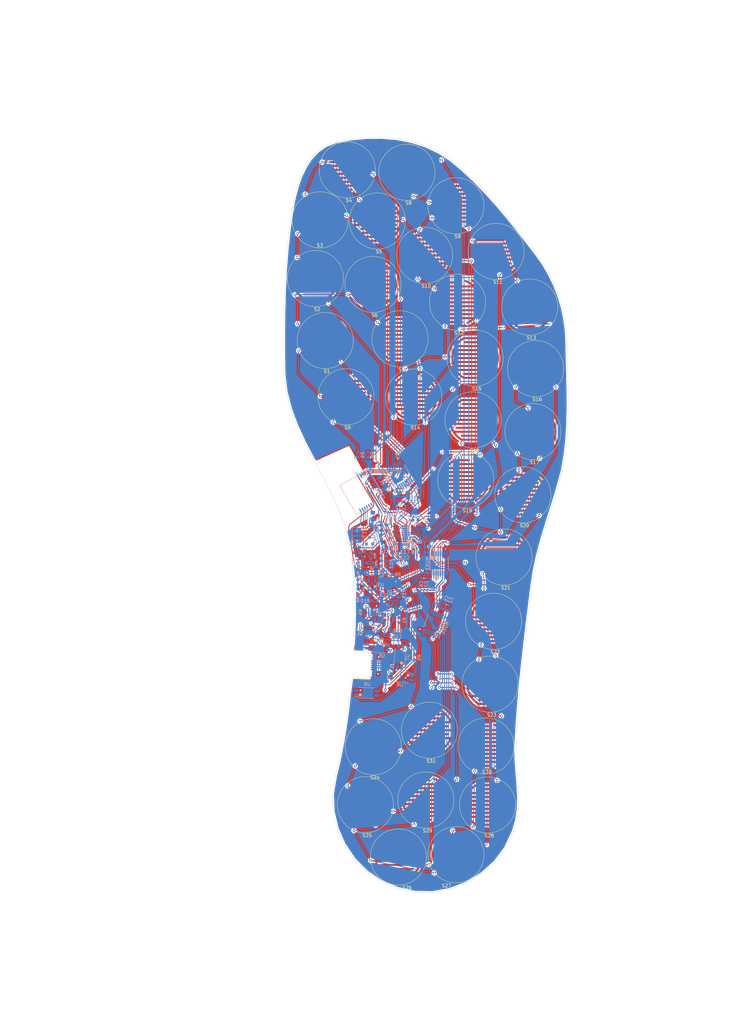
<source format=kicad_pcb>
(kicad_pcb (version 20171130) (host pcbnew "(5.0.0)")
  (layers (0 F.Cu signal) (31 B.Cu signal) (34 B.Paste user hide) (35 F.Paste user hide) (36 B.SilkS user) (37 F.SilkS user) (38 B.Mask user) (39 F.Mask user) (44 Edge.Cuts user))
  (net 0 "")
  (net 1 GND)
  (net 2 +3V3)
  (net 3 +5V)
  (net 4 +BATT)
  (net 5 /U1_A7)
  (net 6 /U1_A6)
  (net 7 /U1_A5)
  (net 8 /U1_A4)
  (net 9 /U1_A3)
  (net 10 /U1_A2)
  (net 11 /U1_A1)
  (net 12 /U1_A0)
  (net 13 /U2_A7)
  (net 14 /U2_A6)
  (net 15 /U2_A5)
  (net 16 /U2_A4)
  (net 17 /U2_A3)
  (net 18 /U2_A2)
  (net 19 /U2_A1)
  (net 20 /U2_A0)
  (net 21 /U1_Data)
  (net 22 /U2_Data)
  (net 23 /U3_Data)
  (net 24 /U4_Data)
  (net 25 /U3_A7)
  (net 26 /U3_A6)
  (net 27 /U3_A5)
  (net 28 /U3_A4)
  (net 29 /U3_A3)
  (net 30 /U3_A2)
  (net 31 /U3_A1)
  (net 32 /U3_A0)
  (net 33 /U4_A7)
  (net 34 /U4_A6)
  (net 35 /U4_A5)
  (net 36 /U4_A4)
  (net 37 /U4_A3)
  (net 38 /U4_A2)
  (net 39 /U4_A1)
  (net 40 /U4_A0)
  (net 41 "Net-(L3-Pad1)")
  (net 42 "Net-(R1-Pad1)")
  (net 43 /S0)
  (net 44 /S1)
  (net 45 /S2)
  (net 46 /MUX_E)
  (net 47 -BATT)
  (net 48 "Net-(C1-Pad1)")
  (net 49 Analog_Batt_Lvl)
  (net 50 Enable_Batt_Lvl)
  (net 51 "Net-(R5-Pad1)")
  (net 52 "Net-(R5-Pad2)")
  (net 53 "Net-(R10-Pad1)")
  (net 54 "Net-(R11-Pad1)")
  (net 55 XRES)
  (net 56 P0.6)
  (net 57 P0.7)
  (net 58 /P0.7_USB)
  (net 59 /P0.6_USB)
  (net 60 /XRES_USB)
  (net 61 "Net-(Q2-Pad3)")
  (net 62 /+3V3_VDDR)
  (net 63 /+3V3_VDD)
  (net 64 /+BATT_CUT)
  (net 65 "Net-(JP2-Pad2)")
  (net 66 "Net-(JP3-Pad1)")
  (net 67 /SCL)
  (net 68 /SDA)
  (net 69 "Net-(JP5-Pad1)")
  (net 70 P4.0)
  (net 71 P4.1)
  (module Resistor_SMD:R_0603_1608Metric (layer B.Cu) (at 188.339453 188.080707 266)
    (fp_text reference R4 (at 0 1.43 266) (layer B.SilkS) (effects (justify mirror)))
    (fp_text value "390 ohm")
    (pad 2 smd roundrect (at 0.7875 0 266) (size 0.875 0.95) (layers B.Cu B.Paste B.Mask) (net 48 "Net-(C1-Pad1)"))
    (pad 1 smd roundrect (at -0.7875 0 266) (size 0.875 0.95) (layers B.Cu B.Paste B.Mask) (net 4 +BATT))
  )
  (module Capacitor_SMD:C_0603_1608Metric (layer B.Cu) (at 191.119453 182.530707 359)
    (fp_text reference C3 (at 2.530154 0.127757 359) (layer B.SilkS) (effects (justify mirror)))
    (fp_text value 4.7uF)
    (pad 2 smd roundrect (at 0.7875 0 359) (size 0.875 0.95) (layers B.Cu B.Paste B.Mask) (net 64 /+BATT_CUT))
    (pad 1 smd roundrect (at -0.7875 0 359) (size 0.875 0.95) (layers B.Cu B.Paste B.Mask) (net 1 GND))
  )
  (module Package_TO_SOT_SMD:TSOT-23-5 (layer B.Cu) (at 190.329453 179.740707 89)
    (fp_text reference U3 (at 0.142354 2.716272 179) (layer B.SilkS) (effects (font (size 0.9 0.9)) (justify mirror)))
    (fp_text value ADP2108AUJ-3.3)
    (pad 5 smd rect (at 1.31 0.95 89) (size 1.22 0.65) (layers B.Cu B.Paste B.Mask) (net 41 "Net-(L3-Pad1)"))
    (pad 4 smd rect (at 1.31 -0.95 89) (size 1.22 0.65) (layers B.Cu B.Paste B.Mask) (net 2 +3V3))
    (pad 3 smd rect (at -1.31 -0.95 89) (size 1.22 0.65) (layers B.Cu B.Paste B.Mask) (net 64 /+BATT_CUT))
    (pad 2 smd rect (at -1.31 0 89) (size 1.22 0.65) (layers B.Cu B.Paste B.Mask) (net 1 GND))
    (pad 1 smd rect (at -1.31 0.95 89) (size 1.22 0.65) (layers B.Cu B.Paste B.Mask) (net 64 /+BATT_CUT))
  )
  (module Inductor_SMD:L_1206_3216Metric (layer B.Cu) (at 190.223453 175.950707 179)
    (fp_text reference L3 (at -0.04016 1.480926 179) (layer B.SilkS) (effects (font (size 0.6 0.6)) (justify mirror)))
    (fp_text value 1uH)
    (pad 1 smd roundrect (at -1.4 0 179) (size 1.25 1.75) (layers B.Cu B.Paste B.Mask) (roundrect_rratio 0.2) (net 41 "Net-(L3-Pad1)"))
    (pad 2 smd roundrect (at 1.4 0 179) (size 1.25 1.75) (layers B.Cu B.Paste B.Mask) (roundrect_rratio 0.2) (net 2 +3V3))
  )
  (module fsr_footprints:FSR_Circle_7mm (layer F.Cu) (at 215.799453 64.910707)
    (fp_text reference S9 (at 0.5 9.3 180) (layer F.SilkS))
    (fp_text value FSR)
    (pad 1 smd custom (at -6.7 1.2) (size 0.5 0.5) (layers F.Cu F.Mask) (net 22 /U2_Data) (options (clearance outline) (anchor circle)) (primitives (gr_line (start 12.3 -2.4) (end 0.1 -2.4) (width 0.6)) (gr_line (start 7.7 -7.2) (end 3.3 -7.2) (width 0.6)) (gr_line (start 12.3 0) (end 0.1 0) (width 0.6)) (gr_line (start 11.1 -4.8) (end 0.9 -4.8) (width 0.6)) (gr_line (start 8.1 4.8) (end 3.3 4.8) (width 0.6)) (gr_line (start 11.1 2.4) (end 0.9 2.4) (width 0.6)) (gr_arc (start 6.7 -1.2) (end 3.3 -7.2) (angle -120.9) (width 0.6))))
    (pad 2 smd custom (at 6.8 0) (size 0.5 0.5) (layers F.Cu F.Mask) (net 19 /U2_A1) (options (clearance outline) (anchor circle)) (primitives (gr_line (start -10.2 4.8) (end -2 4.8) (width 0.6)) (gr_line (start -11.8 2.4) (end -0.4 2.4) (width 0.6)) (gr_arc (start -6.8 0) (end -3.8 6.2) (angle -133.6) (width 0.6)) (gr_line (start -12 -2.4) (end -0.4 -2.4) (width 0.6)) (gr_line (start -12.4 0) (end -0.2 0) (width 0.6)) (gr_line (start -10 -4.8) (end -2 -4.8) (width 0.6))))
  )
  (module Connector_PinHeader_1.00mm:PinHeader_1x02_P1.00mm_Vertical (layer F.Cu) (at 186.859453 192.860707 176)
    (fp_text reference J2 (at 0 -1.56 176) (layer F.SilkS))
    (fp_text value 3V7_Battery)
    (pad 2 thru_hole oval (at 0 1 176) (size 0.85 0.85) (drill 0.5) (layers *.Cu *.Mask) (net 4 +BATT))
    (pad 1 thru_hole rect (at 0 0 176) (size 0.85 0.85) (drill 0.5) (layers *.Cu *.Mask) (net 47 -BATT))
  )
  (module Package_LGA:Bosch_LGA-14_3x2.5mm_P0.5mm (layer B.Cu) (at 195.749453 167.210707 180)
    (fp_text reference U2 (at 0 2.5 180) (layer B.SilkS) (effects (justify mirror)))
    (fp_text value ISM330DLC)
    (pad 11 smd rect (at 1.2625 0.75 180) (size 0.675 0.25) (layers B.Cu B.Paste B.Mask))
    (pad 10 smd rect (at 1.2625 0.25 180) (size 0.675 0.25) (layers B.Cu B.Paste B.Mask))
    (pad 9 smd rect (at 1.2625 -0.25 180) (size 0.675 0.25) (layers B.Cu B.Paste B.Mask))
    (pad 8 smd rect (at 1.2625 -0.75 180) (size 0.675 0.25) (layers B.Cu B.Paste B.Mask) (net 2 +3V3))
    (pad 4 smd rect (at -1.2625 -0.75 180) (size 0.675 0.25) (layers B.Cu B.Paste B.Mask))
    (pad 3 smd rect (at -1.2625 -0.25 180) (size 0.675 0.25) (layers B.Cu B.Paste B.Mask) (net 1 GND))
    (pad 2 smd rect (at -1.2625 0.25 180) (size 0.675 0.25) (layers B.Cu B.Paste B.Mask) (net 1 GND))
    (pad 1 smd rect (at -1.2625 0.75 180) (size 0.675 0.25) (layers B.Cu B.Paste B.Mask) (net 1 GND))
    (pad 7 smd rect (at 0.5 -1.0125 180) (size 0.25 0.675) (layers B.Cu B.Paste B.Mask) (net 1 GND))
    (pad 6 smd rect (at 0 -1.0125 180) (size 0.25 0.675) (layers B.Cu B.Paste B.Mask) (net 1 GND))
    (pad 5 smd rect (at -0.5 -1.0125 180) (size 0.25 0.675) (layers B.Cu B.Paste B.Mask) (net 2 +3V3))
    (pad 12 smd rect (at 0.5 1.0125 180) (size 0.25 0.675) (layers B.Cu B.Paste B.Mask))
    (pad 14 smd rect (at -0.5 1.0125 180) (size 0.25 0.675) (layers B.Cu B.Paste B.Mask) (net 68 /SDA))
    (pad 13 smd rect (at 0 1.0125 180) (size 0.25 0.675) (layers B.Cu B.Paste B.Mask) (net 67 /SCL))
  )
  (module Capacitor_SMD:C_0603_1608Metric (layer B.Cu) (at 192.449453 192.910707 266)
    (fp_text reference C1 (at 0 1.43 266) (layer B.SilkS) (effects (justify mirror)))
    (fp_text value 0.1uF)
    (pad 2 smd roundrect (at 0.7875 0 266) (size 0.875 0.95) (layers B.Cu B.Paste B.Mask) (net 47 -BATT))
    (pad 1 smd roundrect (at -0.7875 0 266) (size 0.875 0.95) (layers B.Cu B.Paste B.Mask) (net 48 "Net-(C1-Pad1)"))
  )
  (module Capacitor_SMD:C_0603_1608Metric (layer B.Cu) (at 213.399453 186.660707 250)
    (fp_text reference C2 (at -2.498995 0.005009 250) (layer B.SilkS) (effects (justify mirror)))
    (fp_text value 1uF)
    (pad 2 smd roundrect (at 0.7875 0 250) (size 0.875 0.95) (layers B.Cu B.Paste B.Mask) (net 2 +3V3))
    (pad 1 smd roundrect (at -0.7875 0 250) (size 0.875 0.95) (layers B.Cu B.Paste B.Mask) (net 1 GND))
  )
  (module Capacitor_SMD:C_0603_1608Metric (layer B.Cu) (at 187.937453 178.998707 269)
    (fp_text reference C4 (at 2.031691 -0.035463 269) (layer B.SilkS) (effects (font (size 0.6 0.6)) (justify mirror)))
    (fp_text value 10uF)
    (pad 2 smd roundrect (at 0.7875 0 269) (size 0.875 0.95) (layers B.Cu B.Paste B.Mask) (net 1 GND))
    (pad 1 smd roundrect (at -0.7875 0 269) (size 0.875 0.95) (layers B.Cu B.Paste B.Mask) (net 2 +3V3))
  )
  (module Capacitor_SMD:C_0603_1608Metric (layer B.Cu) (at 211.949453 186.110707 250)
    (fp_text reference C5 (at -2.392243 -0.140264 250) (layer B.SilkS) (effects (justify mirror)))
    (fp_text value 0.1uF)
    (pad 2 smd roundrect (at 0.7875 0 250) (size 0.875 0.95) (layers B.Cu B.Paste B.Mask) (net 2 +3V3))
    (pad 1 smd roundrect (at -0.7875 0 250) (size 0.875 0.95) (layers B.Cu B.Paste B.Mask) (net 1 GND))
  )
  (module Capacitor_SMD:C_0603_1608Metric (layer B.Cu) (at 205.349453 176.898207 90)
    (fp_text reference C6 (at -2.5125 0 90) (layer B.SilkS) (effects (justify mirror)))
    (fp_text value 1uF)
    (pad 2 smd roundrect (at 0.7875 0 90) (size 0.875 0.95) (layers B.Cu B.Paste B.Mask) (net 2 +3V3))
    (pad 1 smd roundrect (at -0.7875 0 90) (size 0.875 0.95) (layers B.Cu B.Paste B.Mask) (net 1 GND))
  )
  (module Capacitor_SMD:C_0603_1608Metric (layer B.Cu) (at 206.949453 176.910707 90)
    (fp_text reference C7 (at -2.5 0 90) (layer B.SilkS) (effects (justify mirror)))
    (fp_text value 0.1uF)
    (pad 2 smd roundrect (at 0.7875 0 90) (size 0.875 0.95) (layers B.Cu B.Paste B.Mask) (net 2 +3V3))
    (pad 1 smd roundrect (at -0.7875 0 90) (size 0.875 0.95) (layers B.Cu B.Paste B.Mask) (net 1 GND))
  )
  (module Capacitor_SMD:C_0603_1608Metric (layer B.Cu) (at 205.561953 169.810707)
    (fp_text reference C8 (at -2.3125 0) (layer B.SilkS) (effects (justify mirror)))
    (fp_text value 1uF)
    (pad 2 smd roundrect (at 0.7875 0) (size 0.875 0.95) (layers B.Cu B.Paste B.Mask) (net 2 +3V3))
    (pad 1 smd roundrect (at -0.7875 0) (size 0.875 0.95) (layers B.Cu B.Paste B.Mask) (net 1 GND))
  )
  (module Capacitor_SMD:C_0603_1608Metric (layer B.Cu) (at 205.561953 168.210707)
    (fp_text reference C9 (at 2.3875 0) (layer B.SilkS) (effects (justify mirror)))
    (fp_text value 0.1uF)
    (pad 2 smd roundrect (at 0.7875 0) (size 0.875 0.95) (layers B.Cu B.Paste B.Mask) (net 2 +3V3))
    (pad 1 smd roundrect (at -0.7875 0) (size 0.875 0.95) (layers B.Cu B.Paste B.Mask) (net 1 GND))
  )
  (module Capacitor_SMD:C_0603_1608Metric (layer B.Cu) (at 199.974453 153.773207 90)
    (fp_text reference C10 (at -2.9375 0.075 90) (layer B.SilkS) (effects (justify mirror)))
    (fp_text value 1uF)
    (pad 2 smd roundrect (at 0.7875 0 90) (size 0.875 0.95) (layers B.Cu B.Paste B.Mask) (net 2 +3V3))
    (pad 1 smd roundrect (at -0.7875 0 90) (size 0.875 0.95) (layers B.Cu B.Paste B.Mask) (net 1 GND))
  )
  (module Capacitor_SMD:C_0603_1608Metric (layer B.Cu) (at 198.349453 153.785707 90)
    (fp_text reference C11 (at -2.95 0.075 90) (layer B.SilkS) (effects (justify mirror)))
    (fp_text value 0.1uF)
    (pad 2 smd roundrect (at 0.7875 0 90) (size 0.875 0.95) (layers B.Cu B.Paste B.Mask) (net 2 +3V3))
    (pad 1 smd roundrect (at -0.7875 0 90) (size 0.875 0.95) (layers B.Cu B.Paste B.Mask) (net 1 GND))
  )
  (module Capacitor_SMD:C_0603_1608Metric (layer B.Cu) (at 197.436953 171.310707 180)
    (fp_text reference C12 (at -2.9125 -0.1 180) (layer B.SilkS) (effects (justify mirror)))
    (fp_text value 1uF)
    (pad 2 smd roundrect (at 0.7875 0 180) (size 0.875 0.95) (layers B.Cu B.Paste B.Mask) (net 2 +3V3))
    (pad 1 smd roundrect (at -0.7875 0 180) (size 0.875 0.95) (layers B.Cu B.Paste B.Mask) (net 1 GND))
  )
  (module Capacitor_SMD:C_0603_1608Metric (layer B.Cu) (at 197.436953 169.710707 180)
    (fp_text reference C13 (at -2.9225 -0.03 180) (layer B.SilkS) (effects (justify mirror)))
    (fp_text value 0.1uF)
    (pad 2 smd roundrect (at 0.7875 0 180) (size 0.875 0.95) (layers B.Cu B.Paste B.Mask) (net 2 +3V3))
    (pad 1 smd roundrect (at -0.7875 0 180) (size 0.875 0.95) (layers B.Cu B.Paste B.Mask) (net 1 GND))
  )
  (module Capacitor_SMD:C_0603_1608Metric (layer B.Cu) (at 193.949453 170.910707)
    (fp_text reference C14 (at 0.22 -1.35) (layer B.SilkS) (effects (justify mirror)))
    (fp_text value 0.1uF)
    (pad 2 smd roundrect (at 0.7875 0) (size 0.875 0.95) (layers B.Cu B.Paste B.Mask) (net 1 GND))
    (pad 1 smd roundrect (at -0.7875 0) (size 0.875 0.95) (layers B.Cu B.Paste B.Mask) (net 49 Analog_Batt_Lvl))
  )
  (module Inductor_SMD:L_0805_2012Metric_Pad1.15x1.40mm_HandSolder (layer B.Cu) (at 190.619453 158.855707 90)
    (fp_text reference L1 (at 0 1.65 90) (layer B.SilkS) (effects (justify mirror)))
    (fp_text value "300ohm 100MHz")
    (pad 2 smd roundrect (at 1.025 0 90) (size 1.15 1.4) (layers B.Cu B.Paste B.Mask) (roundrect_rratio 0.217391) (net 62 /+3V3_VDDR))
    (pad 1 smd roundrect (at -1.025 0 90) (size 1.15 1.4) (layers B.Cu B.Paste B.Mask) (roundrect_rratio 0.217391) (net 2 +3V3))
  )
  (module Inductor_SMD:L_0805_2012Metric_Pad1.15x1.40mm_HandSolder (layer B.Cu) (at 193.299453 148.020707 120)
    (fp_text reference L2 (at 0 1.65 120) (layer B.SilkS) (effects (justify mirror)))
    (fp_text value "300ohm 100MHz")
    (pad 2 smd roundrect (at 1.025 0 120) (size 1.15 1.4) (layers B.Cu B.Paste B.Mask) (roundrect_rratio 0.217391) (net 63 /+3V3_VDD))
    (pad 1 smd roundrect (at -1.025 0 120) (size 1.15 1.4) (layers B.Cu B.Paste B.Mask) (roundrect_rratio 0.217391) (net 2 +3V3))
  )
  (module Package_SO:TSSOP-16_4.4x5mm_P0.65mm (layer B.Cu) (at 198.849453 146.410707 300)
    (fp_text reference MUX1 (at 0 3.55 300) (layer B.SilkS) (effects (justify mirror)))
    (fp_text value CD74HC4051)
    (pad 16 smd rect (at 2.95 2.275 300) (size 1.5 0.45) (layers B.Cu B.Paste B.Mask) (net 2 +3V3))
    (pad 15 smd rect (at 2.95 1.625 300) (size 1.5 0.45) (layers B.Cu B.Paste B.Mask) (net 10 /U1_A2))
    (pad 14 smd rect (at 2.95 0.975 300) (size 1.5 0.45) (layers B.Cu B.Paste B.Mask) (net 11 /U1_A1))
    (pad 13 smd rect (at 2.95 0.325 300) (size 1.5 0.45) (layers B.Cu B.Paste B.Mask) (net 12 /U1_A0))
    (pad 12 smd rect (at 2.95 -0.325 300) (size 1.5 0.45) (layers B.Cu B.Paste B.Mask) (net 9 /U1_A3))
    (pad 11 smd rect (at 2.95 -0.975 300) (size 1.5 0.45) (layers B.Cu B.Paste B.Mask) (net 43 /S0))
    (pad 10 smd rect (at 2.95 -1.625 300) (size 1.5 0.45) (layers B.Cu B.Paste B.Mask) (net 44 /S1))
    (pad 9 smd rect (at 2.95 -2.275 300) (size 1.5 0.45) (layers B.Cu B.Paste B.Mask) (net 45 /S2))
    (pad 8 smd rect (at -2.95 -2.275 300) (size 1.5 0.45) (layers B.Cu B.Paste B.Mask) (net 1 GND))
    (pad 7 smd rect (at -2.95 -1.625 300) (size 1.5 0.45) (layers B.Cu B.Paste B.Mask) (net 1 GND))
    (pad 6 smd rect (at -2.95 -0.975 300) (size 1.5 0.45) (layers B.Cu B.Paste B.Mask) (net 46 /MUX_E))
    (pad 5 smd rect (at -2.95 -0.325 300) (size 1.5 0.45) (layers B.Cu B.Paste B.Mask) (net 7 /U1_A5))
    (pad 4 smd rect (at -2.95 0.325 300) (size 1.5 0.45) (layers B.Cu B.Paste B.Mask) (net 5 /U1_A7))
    (pad 3 smd rect (at -2.95 0.975 300) (size 1.5 0.45) (layers B.Cu B.Paste B.Mask) (net 2 +3V3))
    (pad 2 smd rect (at -2.95 1.625 300) (size 1.5 0.45) (layers B.Cu B.Paste B.Mask) (net 6 /U1_A6))
    (pad 1 smd rect (at -2.95 2.275 300) (size 1.5 0.45) (layers B.Cu B.Paste B.Mask) (net 8 /U1_A4))
  )
  (module Package_SO:TSSOP-16_4.4x5mm_P0.65mm (layer B.Cu) (at 203.449453 164.210707)
    (fp_text reference MUX2 (at -1.7 3.6) (layer B.SilkS) (effects (justify mirror)))
    (fp_text value CD74HC4051)
    (pad 16 smd rect (at 2.95 2.275) (size 1.5 0.45) (layers B.Cu B.Paste B.Mask) (net 2 +3V3))
    (pad 15 smd rect (at 2.95 1.625) (size 1.5 0.45) (layers B.Cu B.Paste B.Mask) (net 18 /U2_A2))
    (pad 14 smd rect (at 2.95 0.975) (size 1.5 0.45) (layers B.Cu B.Paste B.Mask) (net 19 /U2_A1))
    (pad 13 smd rect (at 2.95 0.325) (size 1.5 0.45) (layers B.Cu B.Paste B.Mask) (net 20 /U2_A0))
    (pad 12 smd rect (at 2.95 -0.325) (size 1.5 0.45) (layers B.Cu B.Paste B.Mask) (net 17 /U2_A3))
    (pad 11 smd rect (at 2.95 -0.975) (size 1.5 0.45) (layers B.Cu B.Paste B.Mask) (net 43 /S0))
    (pad 10 smd rect (at 2.95 -1.625) (size 1.5 0.45) (layers B.Cu B.Paste B.Mask) (net 44 /S1))
    (pad 9 smd rect (at 2.95 -2.275) (size 1.5 0.45) (layers B.Cu B.Paste B.Mask) (net 45 /S2))
    (pad 8 smd rect (at -2.95 -2.275) (size 1.5 0.45) (layers B.Cu B.Paste B.Mask) (net 1 GND))
    (pad 7 smd rect (at -2.95 -1.625) (size 1.5 0.45) (layers B.Cu B.Paste B.Mask) (net 1 GND))
    (pad 6 smd rect (at -2.95 -0.975) (size 1.5 0.45) (layers B.Cu B.Paste B.Mask) (net 46 /MUX_E))
    (pad 5 smd rect (at -2.95 -0.325) (size 1.5 0.45) (layers B.Cu B.Paste B.Mask) (net 15 /U2_A5))
    (pad 4 smd rect (at -2.95 0.325) (size 1.5 0.45) (layers B.Cu B.Paste B.Mask) (net 13 /U2_A7))
    (pad 3 smd rect (at -2.95 0.975) (size 1.5 0.45) (layers B.Cu B.Paste B.Mask) (net 2 +3V3))
    (pad 2 smd rect (at -2.95 1.625) (size 1.5 0.45) (layers B.Cu B.Paste B.Mask) (net 14 /U2_A6))
    (pad 1 smd rect (at -2.95 2.275) (size 1.5 0.45) (layers B.Cu B.Paste B.Mask) (net 16 /U2_A4))
  )
  (module Package_SO:TSSOP-16_4.4x5mm_P0.65mm (layer B.Cu) (at 210.749453 173.160707 270)
    (fp_text reference MUX3 (at 0 3.55 270) (layer B.SilkS) (effects (justify mirror)))
    (fp_text value CD74HC4051)
    (pad 16 smd rect (at 2.95 2.275 270) (size 1.5 0.45) (layers B.Cu B.Paste B.Mask) (net 2 +3V3))
    (pad 15 smd rect (at 2.95 1.625 270) (size 1.5 0.45) (layers B.Cu B.Paste B.Mask) (net 30 /U3_A2))
    (pad 14 smd rect (at 2.95 0.975 270) (size 1.5 0.45) (layers B.Cu B.Paste B.Mask) (net 31 /U3_A1))
    (pad 13 smd rect (at 2.95 0.325 270) (size 1.5 0.45) (layers B.Cu B.Paste B.Mask) (net 32 /U3_A0))
    (pad 12 smd rect (at 2.95 -0.325 270) (size 1.5 0.45) (layers B.Cu B.Paste B.Mask) (net 29 /U3_A3))
    (pad 11 smd rect (at 2.95 -0.975 270) (size 1.5 0.45) (layers B.Cu B.Paste B.Mask) (net 43 /S0))
    (pad 10 smd rect (at 2.95 -1.625 270) (size 1.5 0.45) (layers B.Cu B.Paste B.Mask) (net 44 /S1))
    (pad 9 smd rect (at 2.95 -2.275 270) (size 1.5 0.45) (layers B.Cu B.Paste B.Mask) (net 45 /S2))
    (pad 8 smd rect (at -2.95 -2.275 270) (size 1.5 0.45) (layers B.Cu B.Paste B.Mask) (net 1 GND))
    (pad 7 smd rect (at -2.95 -1.625 270) (size 1.5 0.45) (layers B.Cu B.Paste B.Mask) (net 1 GND))
    (pad 6 smd rect (at -2.95 -0.975 270) (size 1.5 0.45) (layers B.Cu B.Paste B.Mask) (net 46 /MUX_E))
    (pad 5 smd rect (at -2.95 -0.325 270) (size 1.5 0.45) (layers B.Cu B.Paste B.Mask) (net 27 /U3_A5))
    (pad 4 smd rect (at -2.95 0.325 270) (size 1.5 0.45) (layers B.Cu B.Paste B.Mask) (net 25 /U3_A7))
    (pad 3 smd rect (at -2.95 0.975 270) (size 1.5 0.45) (layers B.Cu B.Paste B.Mask) (net 2 +3V3))
    (pad 2 smd rect (at -2.95 1.625 270) (size 1.5 0.45) (layers B.Cu B.Paste B.Mask) (net 26 /U3_A6))
    (pad 1 smd rect (at -2.95 2.275 270) (size 1.5 0.45) (layers B.Cu B.Paste B.Mask) (net 28 /U3_A4))
  )
  (module Package_SO:TSSOP-16_4.4x5mm_P0.65mm (layer B.Cu) (at 209.299453 191.460707 70)
    (fp_text reference MUX4 (at 0 3.55 70) (layer B.SilkS) (effects (justify mirror)))
    (fp_text value CD74HC4051)
    (pad 16 smd rect (at 2.95 2.275 70) (size 1.5 0.45) (layers B.Cu B.Paste B.Mask) (net 2 +3V3))
    (pad 15 smd rect (at 2.95 1.625 70) (size 1.5 0.45) (layers B.Cu B.Paste B.Mask) (net 38 /U4_A2))
    (pad 14 smd rect (at 2.95 0.975 70) (size 1.5 0.45) (layers B.Cu B.Paste B.Mask) (net 39 /U4_A1))
    (pad 13 smd rect (at 2.95 0.325 70) (size 1.5 0.45) (layers B.Cu B.Paste B.Mask) (net 40 /U4_A0))
    (pad 12 smd rect (at 2.95 -0.325 70) (size 1.5 0.45) (layers B.Cu B.Paste B.Mask) (net 37 /U4_A3))
    (pad 11 smd rect (at 2.95 -0.975 70) (size 1.5 0.45) (layers B.Cu B.Paste B.Mask) (net 43 /S0))
    (pad 10 smd rect (at 2.95 -1.625 70) (size 1.5 0.45) (layers B.Cu B.Paste B.Mask) (net 44 /S1))
    (pad 9 smd rect (at 2.95 -2.275 70) (size 1.5 0.45) (layers B.Cu B.Paste B.Mask) (net 45 /S2))
    (pad 8 smd rect (at -2.95 -2.275 70) (size 1.5 0.45) (layers B.Cu B.Paste B.Mask) (net 1 GND))
    (pad 7 smd rect (at -2.95 -1.625 70) (size 1.5 0.45) (layers B.Cu B.Paste B.Mask) (net 1 GND))
    (pad 6 smd rect (at -2.95 -0.975 70) (size 1.5 0.45) (layers B.Cu B.Paste B.Mask) (net 46 /MUX_E))
    (pad 5 smd rect (at -2.95 -0.325 70) (size 1.5 0.45) (layers B.Cu B.Paste B.Mask) (net 35 /U4_A5))
    (pad 4 smd rect (at -2.95 0.325 70) (size 1.5 0.45) (layers B.Cu B.Paste B.Mask) (net 33 /U4_A7))
    (pad 3 smd rect (at -2.95 0.975 70) (size 1.5 0.45) (layers B.Cu B.Paste B.Mask) (net 2 +3V3))
    (pad 2 smd rect (at -2.95 1.625 70) (size 1.5 0.45) (layers B.Cu B.Paste B.Mask) (net 34 /U4_A6))
    (pad 1 smd rect (at -2.95 2.275 70) (size 1.5 0.45) (layers B.Cu B.Paste B.Mask) (net 36 /U4_A4))
  )
  (module Package_TO_SOT_SMD:SOT-23 (layer B.Cu) (at 189.649453 166.310707 90)
    (fp_text reference Q2 (at -2.43 0.03 180) (layer B.SilkS) (effects (justify mirror)))
    (fp_text value Q_PMOS_GSD)
    (pad 3 smd rect (at 1 0 90) (size 0.9 0.8) (layers B.Cu B.Paste B.Mask) (net 61 "Net-(Q2-Pad3)"))
    (pad 2 smd rect (at -1 -0.95 90) (size 0.9 0.8) (layers B.Cu B.Paste B.Mask) (net 64 /+BATT_CUT))
    (pad 1 smd rect (at -1 0.95 90) (size 0.9 0.8) (layers B.Cu B.Paste B.Mask) (net 50 Enable_Batt_Lvl))
  )
  (module Resistor_SMD:R_0603_1608Metric (layer B.Cu) (at 198.830668 190.394286 87)
    (fp_text reference R1 (at 0 1.43 87) (layer B.SilkS) (effects (justify mirror)))
    (fp_text value 10k)
    (pad 2 smd roundrect (at 0.7875 0 87) (size 0.875 0.95) (layers B.Cu B.Paste B.Mask) (net 47 -BATT))
    (pad 1 smd roundrect (at -0.7875 0 87) (size 0.875 0.95) (layers B.Cu B.Paste B.Mask) (net 42 "Net-(R1-Pad1)"))
  )
  (module Resistor_SMD:R_0603_1608Metric (layer B.Cu) (at 194.036953 161.610707)
    (fp_text reference R2 (at -2.4875 0.1) (layer B.SilkS) (effects (justify mirror)))
    (fp_text value 10k)
    (pad 2 smd roundrect (at 0.7875 0) (size 0.875 0.95) (layers B.Cu B.Paste B.Mask) (net 68 /SDA))
    (pad 1 smd roundrect (at -0.7875 0) (size 0.875 0.95) (layers B.Cu B.Paste B.Mask) (net 2 +3V3))
  )
  (module Resistor_SMD:R_0603_1608Metric (layer B.Cu) (at 194.049453 163.210707)
    (fp_text reference R3 (at -2.4 0) (layer B.SilkS) (effects (justify mirror)))
    (fp_text value 10k)
    (pad 2 smd roundrect (at 0.7875 0) (size 0.875 0.95) (layers B.Cu B.Paste B.Mask) (net 67 /SCL))
    (pad 1 smd roundrect (at -0.7875 0) (size 0.875 0.95) (layers B.Cu B.Paste B.Mask) (net 2 +3V3))
  )
  (module Resistor_SMD:R_0603_1608Metric (layer B.Cu) (at 203.249453 201.610707 86)
    (fp_text reference R5 (at 0 1.43 86) (layer B.SilkS) (effects (justify mirror)))
    (fp_text value 0-1k)
    (pad 2 smd roundrect (at 0.7875 0 86) (size 0.875 0.95) (layers B.Cu B.Paste B.Mask) (net 52 "Net-(R5-Pad2)"))
    (pad 1 smd roundrect (at -0.7875 0 86) (size 0.875 0.95) (layers B.Cu B.Paste B.Mask) (net 51 "Net-(R5-Pad1)"))
  )
  (module Resistor_SMD:R_0603_1608Metric (layer B.Cu) (at 195.636953 176.510707)
    (fp_text reference R6 (at 2.5125 0) (layer B.SilkS) (effects (justify mirror)))
    (fp_text value 10k)
    (pad 2 smd roundrect (at 0.7875 0) (size 0.875 0.95) (layers B.Cu B.Paste B.Mask) (net 24 /U4_Data))
    (pad 1 smd roundrect (at -0.7875 0) (size 0.875 0.95) (layers B.Cu B.Paste B.Mask) (net 1 GND))
  )
  (module Resistor_SMD:R_0603_1608Metric (layer B.Cu) (at 203.549453 160.060707)
    (fp_text reference R7 (at 2.5 0.05) (layer B.SilkS) (effects (justify mirror)))
    (fp_text value 10k)
    (pad 2 smd roundrect (at 0.7875 0) (size 0.875 0.95) (layers B.Cu B.Paste B.Mask) (net 23 /U3_Data))
    (pad 1 smd roundrect (at -0.7875 0) (size 0.875 0.95) (layers B.Cu B.Paste B.Mask) (net 1 GND))
  )
  (module Resistor_SMD:R_0603_1608Metric (layer B.Cu) (at 189.149453 140.298207 90)
    (fp_text reference R8 (at 0 1.43 90) (layer B.SilkS) (effects (justify mirror)))
    (fp_text value 10k)
    (pad 2 smd roundrect (at 0.7875 0 90) (size 0.875 0.95) (layers B.Cu B.Paste B.Mask) (net 22 /U2_Data))
    (pad 1 smd roundrect (at -0.7875 0 90) (size 0.875 0.95) (layers B.Cu B.Paste B.Mask) (net 1 GND))
  )
  (module Resistor_SMD:R_0603_1608Metric (layer B.Cu) (at 186.149453 140.310707 90)
    (fp_text reference R9 (at 0 1.43 90) (layer B.SilkS) (effects (justify mirror)))
    (fp_text value 10k)
    (pad 2 smd roundrect (at 0.7875 0 90) (size 0.875 0.95) (layers B.Cu B.Paste B.Mask) (net 21 /U1_Data))
    (pad 1 smd roundrect (at -0.7875 0 90) (size 0.875 0.95) (layers B.Cu B.Paste B.Mask) (net 1 GND))
  )
  (module Resistor_SMD:R_0603_1608Metric (layer B.Cu) (at 191.183953 184.452707)
    (fp_text reference R10 (at -2.8245 0.078) (layer B.SilkS) (effects (justify mirror)))
    (fp_text value 2.7k)
    (pad 2 smd roundrect (at 0.7875 0) (size 0.875 0.95) (layers B.Cu B.Paste B.Mask) (net 1 GND))
    (pad 1 smd roundrect (at -0.7875 0) (size 0.875 0.95) (layers B.Cu B.Paste B.Mask) (net 53 "Net-(R10-Pad1)"))
  )
  (module Resistor_SMD:R_0603_1608Metric (layer B.Cu) (at 189.733956 195.810707 175)
    (fp_text reference R11 (at -2.848361 -0.252711 175) (layer B.SilkS) (effects (justify mirror)))
    (fp_text value "100-500 ohm")
    (pad 2 smd roundrect (at 0.7875 0 175) (size 0.875 0.95) (layers B.Cu B.Paste B.Mask) (net 2 +3V3))
    (pad 1 smd roundrect (at -0.7875 0 175) (size 0.875 0.95) (layers B.Cu B.Paste B.Mask) (net 54 "Net-(R11-Pad1)"))
  )
  (module Resistor_SMD:R_0603_1608Metric (layer B.Cu) (at 193.149453 173.198207 90)
    (fp_text reference R12 (at -2.9125 0.1 90) (layer B.SilkS) (effects (justify mirror)))
    (fp_text value 10k)
    (pad 2 smd roundrect (at 0.7875 0 90) (size 0.875 0.95) (layers B.Cu B.Paste B.Mask) (net 49 Analog_Batt_Lvl))
    (pad 1 smd roundrect (at -0.7875 0 90) (size 0.875 0.95) (layers B.Cu B.Paste B.Mask) (net 61 "Net-(Q2-Pad3)"))
  )
  (module Resistor_SMD:R_0603_1608Metric (layer B.Cu) (at 194.849453 173.210707 270)
    (fp_text reference R13 (at 0.1 -1.4 270) (layer B.SilkS) (effects (justify mirror)))
    (fp_text value 10k)
    (pad 2 smd roundrect (at 0.7875 0 270) (size 0.875 0.95) (layers B.Cu B.Paste B.Mask) (net 1 GND))
    (pad 1 smd roundrect (at -0.7875 0 270) (size 0.875 0.95) (layers B.Cu B.Paste B.Mask) (net 49 Analog_Batt_Lvl))
  )
  (module Resistor_SMD:R_0603_1608Metric (layer B.Cu) (at 190.049453 170.923207 90)
    (fp_text reference R14 (at 0.0325 1.18 90) (layer B.SilkS) (effects (font (size 0.6 0.6)) (justify mirror)))
    (fp_text value 100k)
    (pad 2 smd roundrect (at 0.7875 0 90) (size 0.875 0.95) (layers B.Cu B.Paste B.Mask) (net 50 Enable_Batt_Lvl))
    (pad 1 smd roundrect (at -0.7875 0 90) (size 0.875 0.95) (layers B.Cu B.Paste B.Mask) (net 64 /+BATT_CUT))
  )
  (module Package_TO_SOT_SMD:TSOT-23-5 (layer B.Cu) (at 195.249453 190.110707 267)
    (fp_text reference U1 (at -2.60167 0.036211 357) (layer B.SilkS) (effects (font (size 0.9 0.9)) (justify mirror)))
    (fp_text value STC4054-4.2)
    (pad 5 smd rect (at 1.31 0.95 267) (size 1.22 0.65) (layers B.Cu B.Paste B.Mask) (net 42 "Net-(R1-Pad1)"))
    (pad 4 smd rect (at 1.31 -0.95 267) (size 1.22 0.65) (layers B.Cu B.Paste B.Mask) (net 3 +5V))
    (pad 3 smd rect (at -1.31 -0.95 267) (size 1.22 0.65) (layers B.Cu B.Paste B.Mask) (net 4 +BATT))
    (pad 2 smd rect (at -1.31 0 267) (size 1.22 0.65) (layers B.Cu B.Paste B.Mask) (net 47 -BATT))
    (pad 1 smd rect (at -1.31 0.95 267) (size 1.22 0.65) (layers B.Cu B.Paste B.Mask))
  )
  (module Digikey_EZ_BLE:CYBLE-222014-01 (layer B.Cu) (at 188.719453 150.550707 300)
    (fp_text reference U4 (at -4 -13 300) (layer B.SilkS) (effects (justify mirror)))
    (fp_text value CYBLE-222014-01)
    (pad 1 smd rect (at 4.89 4.91 300) (size 1 0.41) (layers B.Cu B.Paste B.Mask) (net 1 GND))
    (pad 2 smd rect (at 4.89 4.14 300) (size 1 0.41) (layers B.Cu B.Paste B.Mask) (net 71 P4.1))
    (pad 3 smd rect (at 4.89 3.38 300) (size 1 0.41) (layers B.Cu B.Paste B.Mask) (net 50 Enable_Batt_Lvl))
    (pad 4 smd rect (at 4.89 2.62 300) (size 1 0.41) (layers B.Cu B.Paste B.Mask) (net 49 Analog_Batt_Lvl))
    (pad 5 smd rect (at 4.89 1.86 300) (size 1 0.41) (layers B.Cu B.Paste B.Mask) (net 62 /+3V3_VDDR))
    (pad 7 smd rect (at 4.34 -3.19 210) (size 1 0.41) (layers B.Cu B.Paste B.Mask) (net 46 /MUX_E))
    (pad 8 smd rect (at 3.58 -3.19 210) (size 1 0.41) (layers B.Cu B.Paste B.Mask) (net 57 P0.7))
    (pad 9 smd rect (at 2.81 -3.19 210) (size 1 0.41) (layers B.Cu B.Paste B.Mask) (net 68 /SDA))
    (pad 10 smd rect (at 2.05 -3.19 210) (size 1 0.41) (layers B.Cu B.Paste B.Mask) (net 67 /SCL))
    (pad 11 smd rect (at 1.29 -3.19 210) (size 1 0.41) (layers B.Cu B.Paste B.Mask) (net 1 GND))
    (pad 12 smd rect (at 0.53 -3.19 210) (size 1 0.41) (layers B.Cu B.Paste B.Mask) (net 56 P0.6))
    (pad 13 smd rect (at -0.23 -3.19 210) (size 1 0.41) (layers B.Cu B.Paste B.Mask) (net 24 /U4_Data))
    (pad 14 smd rect (at -1 -3.19 210) (size 1 0.41) (layers B.Cu B.Paste B.Mask) (net 63 /+3V3_VDD))
    (pad 15 smd rect (at -1.76 -3.19 210) (size 1 0.41) (layers B.Cu B.Paste B.Mask) (net 55 XRES))
    (pad 16 smd rect (at -2.52 -3.19 210) (size 1 0.41) (layers B.Cu B.Paste B.Mask) (net 23 /U3_Data))
    (pad 17 smd rect (at -3.28 -3.19 210) (size 1 0.41) (layers B.Cu B.Paste B.Mask) (net 22 /U2_Data))
    (pad 18 smd rect (at -4.04 -3.19 210) (size 1 0.41) (layers B.Cu B.Paste B.Mask) (net 21 /U1_Data))
    (pad 19 smd rect (at -4.6 -1.95 300) (size 1 0.41) (layers B.Cu B.Paste B.Mask) (net 43 /S0))
    (pad 20 smd rect (at -4.6 -1.19 300) (size 1 0.41) (layers B.Cu B.Paste B.Mask) (net 44 /S1))
    (pad 21 smd rect (at -4.6 -0.43 300) (size 1 0.41) (layers B.Cu B.Paste B.Mask) (net 45 /S2))
    (pad 22 smd rect (at -4.6 0.33 300) (size 1 0.41) (layers B.Cu B.Paste B.Mask) (net 70 P4.0))
    (pad 6 smd rect (at 4.89 1.1 300) (size 1 0.41) (layers B.Cu B.Paste B.Mask))
  )
  (module SamacSys_Parts:AP9211SAACHAC7 (layer B.Cu) (at 190.799453 188.260707 176)
    (fp_text reference U5 (at -1.955713 -0.013605 266) (layer B.SilkS) (effects (font (size 0.9 0.9)) (justify mirror)))
    (fp_text value AP9211SA-AN-HAC-7 hide)
    (pad 7 smd rect (at 0 0 86) (size 1.8 1.8) (layers B.Cu B.Paste B.Mask))
    (pad 6 smd rect (at -0.599 1.35 86) (size 0.5 0.75) (layers B.Cu B.Paste B.Mask) (net 1 GND))
    (pad 5 smd rect (at 0.176 1.35 176) (size 0.4 0.5) (layers B.Cu B.Paste B.Mask) (net 53 "Net-(R10-Pad1)"))
    (pad 4 smd rect (at 0.776 1.35 176) (size 0.4 0.5) (layers B.Cu B.Paste B.Mask))
    (pad 3 smd rect (at 0.776 -1.35 176) (size 0.4 0.5) (layers B.Cu B.Paste B.Mask) (net 48 "Net-(C1-Pad1)"))
    (pad 2 smd rect (at 0.176004 -1.35 176) (size 0.4 0.5) (layers B.Cu B.Paste B.Mask) (net 47 -BATT))
    (pad 1 smd rect (at -0.599 -1.35 86) (size 0.5 0.75) (layers B.Cu B.Paste B.Mask) (net 47 -BATT))
  )
  (module Package_SO:SOP-4_4.4x2.8mm_P1.27mm (layer B.Cu) (at 192.049453 198.510707 175)
    (fp_text reference U6 (at -1.521658 -2.476804 175) (layer B.SilkS) (effects (justify mirror)))
    (fp_text value TCMT1100)
    (pad 4 smd rect (at 3.15 0.64 175) (size 1.3 0.8) (layers B.Cu B.Paste B.Mask) (net 2 +3V3))
    (pad 3 smd rect (at 3.15 -0.64 175) (size 1.3 0.8) (layers B.Cu B.Paste B.Mask) (net 52 "Net-(R5-Pad2)"))
    (pad 2 smd rect (at -3.15 -0.64 175) (size 1.3 0.8) (layers B.Cu B.Paste B.Mask) (net 3 +5V))
    (pad 1 smd rect (at -3.15 0.64 175) (size 1.3 0.8) (layers B.Cu B.Paste B.Mask) (net 54 "Net-(R11-Pad1)"))
  )
  (module Package_SO:SOP-4_4.4x2.8mm_P1.27mm (layer B.Cu) (at 198.849453 201.410707 86)
    (fp_text reference U7 (at 0 2.4 86) (layer B.SilkS) (effects (justify mirror)))
    (fp_text value TCMT1100)
    (pad 4 smd rect (at 3.15 0.64 86) (size 1.3 0.8) (layers B.Cu B.Paste B.Mask) (net 60 /XRES_USB))
    (pad 3 smd rect (at 3.15 -0.64 86) (size 1.3 0.8) (layers B.Cu B.Paste B.Mask) (net 55 XRES))
    (pad 2 smd rect (at -3.15 -0.64 86) (size 1.3 0.8) (layers B.Cu B.Paste B.Mask) (net 1 GND))
    (pad 1 smd rect (at -3.15 0.64 86) (size 1.3 0.8) (layers B.Cu B.Paste B.Mask) (net 51 "Net-(R5-Pad1)"))
  )
  (module Package_SO:SOP-4_4.4x2.8mm_P1.27mm (layer B.Cu) (at 199.349453 207.510707 174)
    (fp_text reference U8 (at 0.246393 -2.439117 174) (layer B.SilkS) (effects (justify mirror)))
    (fp_text value TCMT1100)
    (pad 4 smd rect (at 3.15 0.64 174) (size 1.3 0.8) (layers B.Cu B.Paste B.Mask) (net 59 /P0.6_USB))
    (pad 3 smd rect (at 3.15 -0.64 174) (size 1.3 0.8) (layers B.Cu B.Paste B.Mask) (net 56 P0.6))
    (pad 2 smd rect (at -3.15 -0.64 174) (size 1.3 0.8) (layers B.Cu B.Paste B.Mask) (net 1 GND))
    (pad 1 smd rect (at -3.15 0.64 174) (size 1.3 0.8) (layers B.Cu B.Paste B.Mask) (net 51 "Net-(R5-Pad1)"))
  )
  (module Package_SO:SOP-4_4.4x2.8mm_P1.27mm (layer B.Cu) (at 188.719453 212.420707 358)
    (fp_text reference U9 (at 0.157364 -2.657111 358) (layer B.SilkS) (effects (justify mirror)))
    (fp_text value TCMT1100)
    (pad 4 smd rect (at 3.15 0.64 358) (size 1.3 0.8) (layers B.Cu B.Paste B.Mask) (net 58 /P0.7_USB))
    (pad 3 smd rect (at 3.15 -0.64 358) (size 1.3 0.8) (layers B.Cu B.Paste B.Mask) (net 57 P0.7))
    (pad 2 smd rect (at -3.15 -0.64 358) (size 1.3 0.8) (layers B.Cu B.Paste B.Mask) (net 1 GND))
    (pad 1 smd rect (at -3.15 0.64 358) (size 1.3 0.8) (layers B.Cu B.Paste B.Mask) (net 51 "Net-(R5-Pad1)"))
  )
  (module Capacitor_SMD:C_0603_1608Metric (layer B.Cu) (at 194.935035 194.91564 356)
    (fp_text reference C15 (at 3.094999 0.155001 356) (layer B.SilkS) (effects (justify mirror)))
    (fp_text value 1uF)
    (pad 2 smd roundrect (at 0.7875 0 356) (size 0.875 0.95) (layers B.Cu B.Paste B.Mask) (net 3 +5V))
    (pad 1 smd roundrect (at -0.7875 0 356) (size 0.875 0.95) (layers B.Cu B.Paste B.Mask) (net 47 -BATT))
  )
  (module Capacitor_SMD:C_0603_1608Metric (layer B.Cu) (at 195.054454 193.345706 356)
    (fp_text reference C16 (at 3.044999 0.015001 356) (layer B.SilkS) (effects (justify mirror)))
    (fp_text value 0.1uF)
    (pad 2 smd roundrect (at 0.7875 0 356) (size 0.875 0.95) (layers B.Cu B.Paste B.Mask) (net 3 +5V))
    (pad 1 smd roundrect (at -0.7875 0 356) (size 0.875 0.95) (layers B.Cu B.Paste B.Mask) (net 47 -BATT))
  )
  (module Connector_USB:USB_Micro_CustomV2 (layer F.Cu) (at 187.769453 203.930707 268)
    (fp_text reference J1 (at 0 -8.7 268) (layer F.SilkS))
    (fp_text value Conn_Micro_USB)
    (pad 6 smd custom (at -5.2 -2.6 268) (size 1.6 2.4) (layers F.Cu F.Paste F.Mask) (net 47 -BATT) (options (clearance outline) (anchor rect)) (primitives (gr_poly (pts (xy 0.8 -1.2) (xy 1.025 -1.2) (xy 1.75 -0.6) (xy 1.75 0.2) (xy 0.8 0.2)) (width 0))))
    (pad 6 smd custom (at 5.2 -2.6 268) (size 1.6 2.4) (layers F.Cu F.Paste F.Mask) (net 47 -BATT) (options (clearance outline) (anchor rect)) (primitives (gr_poly (pts (xy -0.8 -1.2) (xy -1.025 -1.2) (xy -1.75 -0.6) (xy -1.75 0.2) (xy -0.8 0.2)) (width 0))))
    (pad 6 smd rect (at 2.55 -4.55 268) (size 1.8 1.5) (layers F.Cu F.Paste F.Mask) (net 47 -BATT))
    (pad 6 smd rect (at -2.55 -4.55 268) (size 1.8 1.5) (layers F.Cu F.Paste F.Mask) (net 47 -BATT))
    (pad 6 smd rect (at 5.15 1.7 268) (size 1.6 2.4) (layers F.Cu F.Paste F.Mask) (net 47 -BATT))
    (pad 6 smd rect (at -5.15 1.7 268) (size 1.6 2.4) (layers F.Cu F.Paste F.Mask) (net 47 -BATT))
    (pad 5 smd rect (at 1.3 -2.925 268) (size 0.4 1.05) (layers F.Cu F.Paste F.Mask) (net 47 -BATT))
    (pad 4 smd rect (at 0.65 -2.925 268) (size 0.4 1.05) (layers F.Cu F.Paste F.Mask) (net 58 /P0.7_USB))
    (pad 3 smd rect (at 0 -2.925 268) (size 0.4 1.05) (layers F.Cu F.Paste F.Mask) (net 59 /P0.6_USB))
    (pad 2 smd rect (at -0.65 -2.925 268) (size 0.4 1.05) (layers F.Cu F.Paste F.Mask) (net 60 /XRES_USB))
    (pad 1 smd rect (at -1.3 -2.925 268) (size 0.4 1.05) (layers F.Cu F.Paste F.Mask) (net 3 +5V))
  )
  (module Capacitor_Tantalum_SMD:CP_EIA-3528-12_Kemet-T (layer B.Cu) (at 185.899453 164.800707 270)
    (fp_text reference C17 (at -0.91 -2.36 270) (layer B.SilkS) (effects (justify mirror)))
    (fp_text value 100uF)
    (pad 2 smd roundrect (at 1.5375 0 270) (size 1.325 2.35) (layers B.Cu B.Paste B.Mask) (roundrect_rratio 0.188679) (net 1 GND))
    (pad 1 smd roundrect (at -1.5375 0 270) (size 1.325 2.35) (layers B.Cu B.Paste B.Mask) (roundrect_rratio 0.188679) (net 2 +3V3))
  )
  (module fsr_footprints:FSR_Circle_7mm (layer F.Cu) (at 182.529453 122.750707)
    (fp_text reference S0 (at 0.5 9.3 180) (layer F.SilkS))
    (fp_text value FSR)
    (pad 1 smd custom (at -6.7 1.2) (size 0.5 0.5) (layers F.Cu F.Mask) (net 21 /U1_Data) (options (clearance outline) (anchor circle)) (primitives (gr_line (start 12.3 -2.4) (end 0.1 -2.4) (width 0.6)) (gr_line (start 7.7 -7.2) (end 3.3 -7.2) (width 0.6)) (gr_line (start 12.3 0) (end 0.1 0) (width 0.6)) (gr_line (start 11.1 -4.8) (end 0.9 -4.8) (width 0.6)) (gr_line (start 8.1 4.8) (end 3.3 4.8) (width 0.6)) (gr_line (start 11.1 2.4) (end 0.9 2.4) (width 0.6)) (gr_arc (start 6.7 -1.2) (end 3.3 -7.2) (angle -120.9) (width 0.6))))
    (pad 2 smd custom (at 6.8 0) (size 0.5 0.5) (layers F.Cu F.Mask) (net 12 /U1_A0) (options (clearance outline) (anchor circle)) (primitives (gr_line (start -10.2 4.8) (end -2 4.8) (width 0.6)) (gr_line (start -11.8 2.4) (end -0.4 2.4) (width 0.6)) (gr_arc (start -6.8 0) (end -3.8 6.2) (angle -133.6) (width 0.6)) (gr_line (start -12 -2.4) (end -0.4 -2.4) (width 0.6)) (gr_line (start -12.4 0) (end -0.2 0) (width 0.6)) (gr_line (start -10 -4.8) (end -2 -4.8) (width 0.6))))
  )
  (module fsr_footprints:FSR_Circle_7mm (layer F.Cu) (at 176.239453 105.710707)
    (fp_text reference S1 (at 0.5 9.3 180) (layer F.SilkS))
    (fp_text value FSR)
    (pad 1 smd custom (at -6.7 1.2) (size 0.5 0.5) (layers F.Cu F.Mask) (net 21 /U1_Data) (options (clearance outline) (anchor circle)) (primitives (gr_line (start 12.3 -2.4) (end 0.1 -2.4) (width 0.6)) (gr_line (start 7.7 -7.2) (end 3.3 -7.2) (width 0.6)) (gr_line (start 12.3 0) (end 0.1 0) (width 0.6)) (gr_line (start 11.1 -4.8) (end 0.9 -4.8) (width 0.6)) (gr_line (start 8.1 4.8) (end 3.3 4.8) (width 0.6)) (gr_line (start 11.1 2.4) (end 0.9 2.4) (width 0.6)) (gr_arc (start 6.7 -1.2) (end 3.3 -7.2) (angle -120.9) (width 0.6))))
    (pad 2 smd custom (at 6.8 0) (size 0.5 0.5) (layers F.Cu F.Mask) (net 11 /U1_A1) (options (clearance outline) (anchor circle)) (primitives (gr_line (start -10.2 4.8) (end -2 4.8) (width 0.6)) (gr_line (start -11.8 2.4) (end -0.4 2.4) (width 0.6)) (gr_arc (start -6.8 0) (end -3.8 6.2) (angle -133.6) (width 0.6)) (gr_line (start -12 -2.4) (end -0.4 -2.4) (width 0.6)) (gr_line (start -12.4 0) (end -0.2 0) (width 0.6)) (gr_line (start -10 -4.8) (end -2 -4.8) (width 0.6))))
  )
  (module fsr_footprints:FSR_Circle_7mm (layer F.Cu) (at 173.269453 86.950707)
    (fp_text reference S2 (at 0.5 9.3 180) (layer F.SilkS))
    (fp_text value FSR)
    (pad 1 smd custom (at -6.7 1.2) (size 0.5 0.5) (layers F.Cu F.Mask) (net 21 /U1_Data) (options (clearance outline) (anchor circle)) (primitives (gr_line (start 12.3 -2.4) (end 0.1 -2.4) (width 0.6)) (gr_line (start 7.7 -7.2) (end 3.3 -7.2) (width 0.6)) (gr_line (start 12.3 0) (end 0.1 0) (width 0.6)) (gr_line (start 11.1 -4.8) (end 0.9 -4.8) (width 0.6)) (gr_line (start 8.1 4.8) (end 3.3 4.8) (width 0.6)) (gr_line (start 11.1 2.4) (end 0.9 2.4) (width 0.6)) (gr_arc (start 6.7 -1.2) (end 3.3 -7.2) (angle -120.9) (width 0.6))))
    (pad 2 smd custom (at 6.8 0) (size 0.5 0.5) (layers F.Cu F.Mask) (net 10 /U1_A2) (options (clearance outline) (anchor circle)) (primitives (gr_line (start -10.2 4.8) (end -2 4.8) (width 0.6)) (gr_line (start -11.8 2.4) (end -0.4 2.4) (width 0.6)) (gr_arc (start -6.8 0) (end -3.8 6.2) (angle -133.6) (width 0.6)) (gr_line (start -12 -2.4) (end -0.4 -2.4) (width 0.6)) (gr_line (start -12.4 0) (end -0.2 0) (width 0.6)) (gr_line (start -10 -4.8) (end -2 -4.8) (width 0.6))))
  )
  (module fsr_footprints:FSR_Circle_7mm (layer F.Cu) (at 174.669453 69.180707)
    (fp_text reference S3 (at -0.06 7.7 180) (layer F.SilkS))
    (fp_text value FSR)
    (pad 1 smd custom (at -6.7 1.2) (size 0.5 0.5) (layers F.Cu F.Mask) (net 21 /U1_Data) (options (clearance outline) (anchor circle)) (primitives (gr_line (start 12.3 -2.4) (end 0.1 -2.4) (width 0.6)) (gr_line (start 7.7 -7.2) (end 3.3 -7.2) (width 0.6)) (gr_line (start 12.3 0) (end 0.1 0) (width 0.6)) (gr_line (start 11.1 -4.8) (end 0.9 -4.8) (width 0.6)) (gr_line (start 8.1 4.8) (end 3.3 4.8) (width 0.6)) (gr_line (start 11.1 2.4) (end 0.9 2.4) (width 0.6)) (gr_arc (start 6.7 -1.2) (end 3.3 -7.2) (angle -120.9) (width 0.6))))
    (pad 2 smd custom (at 6.8 0) (size 0.5 0.5) (layers F.Cu F.Mask) (net 9 /U1_A3) (options (clearance outline) (anchor circle)) (primitives (gr_line (start -10.2 4.8) (end -2 4.8) (width 0.6)) (gr_line (start -11.8 2.4) (end -0.4 2.4) (width 0.6)) (gr_arc (start -6.8 0) (end -3.8 6.2) (angle -133.6) (width 0.6)) (gr_line (start -12 -2.4) (end -0.4 -2.4) (width 0.6)) (gr_line (start -12.4 0) (end -0.2 0) (width 0.6)) (gr_line (start -10 -4.8) (end -2 -4.8) (width 0.6))))
  )
  (module fsr_footprints:FSR_Circle_7mm (layer F.Cu) (at 182.899453 54.040707)
    (fp_text reference S4 (at 0.5 9.3 180) (layer F.SilkS))
    (fp_text value FSR)
    (pad 1 smd custom (at -6.7 1.2) (size 0.5 0.5) (layers F.Cu F.Mask) (net 21 /U1_Data) (options (clearance outline) (anchor circle)) (primitives (gr_line (start 12.3 -2.4) (end 0.1 -2.4) (width 0.6)) (gr_line (start 7.7 -7.2) (end 3.3 -7.2) (width 0.6)) (gr_line (start 12.3 0) (end 0.1 0) (width 0.6)) (gr_line (start 11.1 -4.8) (end 0.9 -4.8) (width 0.6)) (gr_line (start 8.1 4.8) (end 3.3 4.8) (width 0.6)) (gr_line (start 11.1 2.4) (end 0.9 2.4) (width 0.6)) (gr_arc (start 6.7 -1.2) (end 3.3 -7.2) (angle -120.9) (width 0.6))))
    (pad 2 smd custom (at 6.8 0) (size 0.5 0.5) (layers F.Cu F.Mask) (net 8 /U1_A4) (options (clearance outline) (anchor circle)) (primitives (gr_line (start -10.2 4.8) (end -2 4.8) (width 0.6)) (gr_line (start -11.8 2.4) (end -0.4 2.4) (width 0.6)) (gr_arc (start -6.8 0) (end -3.8 6.2) (angle -133.6) (width 0.6)) (gr_line (start -12 -2.4) (end -0.4 -2.4) (width 0.6)) (gr_line (start -12.4 0) (end -0.2 0) (width 0.6)) (gr_line (start -10 -4.8) (end -2 -4.8) (width 0.6))))
  )
  (module fsr_footprints:FSR_Circle_7mm (layer F.Cu) (at 192.009453 69.510707)
    (fp_text reference S5 (at 0.5 9.3 180) (layer F.SilkS))
    (fp_text value FSR)
    (pad 1 smd custom (at -6.7 1.2) (size 0.5 0.5) (layers F.Cu F.Mask) (net 21 /U1_Data) (options (clearance outline) (anchor circle)) (primitives (gr_line (start 12.3 -2.4) (end 0.1 -2.4) (width 0.6)) (gr_line (start 7.7 -7.2) (end 3.3 -7.2) (width 0.6)) (gr_line (start 12.3 0) (end 0.1 0) (width 0.6)) (gr_line (start 11.1 -4.8) (end 0.9 -4.8) (width 0.6)) (gr_line (start 8.1 4.8) (end 3.3 4.8) (width 0.6)) (gr_line (start 11.1 2.4) (end 0.9 2.4) (width 0.6)) (gr_arc (start 6.7 -1.2) (end 3.3 -7.2) (angle -120.9) (width 0.6))))
    (pad 2 smd custom (at 6.8 0) (size 0.5 0.5) (layers F.Cu F.Mask) (net 7 /U1_A5) (options (clearance outline) (anchor circle)) (primitives (gr_line (start -10.2 4.8) (end -2 4.8) (width 0.6)) (gr_line (start -11.8 2.4) (end -0.4 2.4) (width 0.6)) (gr_arc (start -6.8 0) (end -3.8 6.2) (angle -133.6) (width 0.6)) (gr_line (start -12 -2.4) (end -0.4 -2.4) (width 0.6)) (gr_line (start -12.4 0) (end -0.2 0) (width 0.6)) (gr_line (start -10 -4.8) (end -2 -4.8) (width 0.6))))
  )
  (module fsr_footprints:FSR_Circle_7mm (layer F.Cu) (at 190.699453 88.720707)
    (fp_text reference S6 (at 0.5 9.3 180) (layer F.SilkS))
    (fp_text value FSR)
    (pad 1 smd custom (at -6.7 1.2) (size 0.5 0.5) (layers F.Cu F.Mask) (net 21 /U1_Data) (options (clearance outline) (anchor circle)) (primitives (gr_line (start 12.3 -2.4) (end 0.1 -2.4) (width 0.6)) (gr_line (start 7.7 -7.2) (end 3.3 -7.2) (width 0.6)) (gr_line (start 12.3 0) (end 0.1 0) (width 0.6)) (gr_line (start 11.1 -4.8) (end 0.9 -4.8) (width 0.6)) (gr_line (start 8.1 4.8) (end 3.3 4.8) (width 0.6)) (gr_line (start 11.1 2.4) (end 0.9 2.4) (width 0.6)) (gr_arc (start 6.7 -1.2) (end 3.3 -7.2) (angle -120.9) (width 0.6))))
    (pad 2 smd custom (at 6.8 0) (size 0.5 0.5) (layers F.Cu F.Mask) (net 6 /U1_A6) (options (clearance outline) (anchor circle)) (primitives (gr_line (start -10.2 4.8) (end -2 4.8) (width 0.6)) (gr_line (start -11.8 2.4) (end -0.4 2.4) (width 0.6)) (gr_arc (start -6.8 0) (end -3.8 6.2) (angle -133.6) (width 0.6)) (gr_line (start -12 -2.4) (end -0.4 -2.4) (width 0.6)) (gr_line (start -12.4 0) (end -0.2 0) (width 0.6)) (gr_line (start -10 -4.8) (end -2 -4.8) (width 0.6))))
  )
  (module fsr_footprints:FSR_Circle_7mm (layer F.Cu) (at 198.869453 105.170707)
    (fp_text reference S7 (at 0.5 9.3 180) (layer F.SilkS))
    (fp_text value FSR)
    (pad 1 smd custom (at -6.7 1.2) (size 0.5 0.5) (layers F.Cu F.Mask) (net 21 /U1_Data) (options (clearance outline) (anchor circle)) (primitives (gr_line (start 12.3 -2.4) (end 0.1 -2.4) (width 0.6)) (gr_line (start 7.7 -7.2) (end 3.3 -7.2) (width 0.6)) (gr_line (start 12.3 0) (end 0.1 0) (width 0.6)) (gr_line (start 11.1 -4.8) (end 0.9 -4.8) (width 0.6)) (gr_line (start 8.1 4.8) (end 3.3 4.8) (width 0.6)) (gr_line (start 11.1 2.4) (end 0.9 2.4) (width 0.6)) (gr_arc (start 6.7 -1.2) (end 3.3 -7.2) (angle -120.9) (width 0.6))))
    (pad 2 smd custom (at 6.8 0) (size 0.5 0.5) (layers F.Cu F.Mask) (net 5 /U1_A7) (options (clearance outline) (anchor circle)) (primitives (gr_line (start -10.2 4.8) (end -2 4.8) (width 0.6)) (gr_line (start -11.8 2.4) (end -0.4 2.4) (width 0.6)) (gr_arc (start -6.8 0) (end -3.8 6.2) (angle -133.6) (width 0.6)) (gr_line (start -12 -2.4) (end -0.4 -2.4) (width 0.6)) (gr_line (start -12.4 0) (end -0.2 0) (width 0.6)) (gr_line (start -10 -4.8) (end -2 -4.8) (width 0.6))))
  )
  (module fsr_footprints:FSR_Circle_7mm (layer F.Cu) (at 200.959453 54.780707)
    (fp_text reference S8 (at 0.5 9.3 180) (layer F.SilkS))
    (fp_text value FSR)
    (pad 1 smd custom (at -6.7 1.2) (size 0.5 0.5) (layers F.Cu F.Mask) (net 22 /U2_Data) (options (clearance outline) (anchor circle)) (primitives (gr_line (start 12.3 -2.4) (end 0.1 -2.4) (width 0.6)) (gr_line (start 7.7 -7.2) (end 3.3 -7.2) (width 0.6)) (gr_line (start 12.3 0) (end 0.1 0) (width 0.6)) (gr_line (start 11.1 -4.8) (end 0.9 -4.8) (width 0.6)) (gr_line (start 8.1 4.8) (end 3.3 4.8) (width 0.6)) (gr_line (start 11.1 2.4) (end 0.9 2.4) (width 0.6)) (gr_arc (start 6.7 -1.2) (end 3.3 -7.2) (angle -120.9) (width 0.6))))
    (pad 2 smd custom (at 6.8 0) (size 0.5 0.5) (layers F.Cu F.Mask) (net 20 /U2_A0) (options (clearance outline) (anchor circle)) (primitives (gr_line (start -10.2 4.8) (end -2 4.8) (width 0.6)) (gr_line (start -11.8 2.4) (end -0.4 2.4) (width 0.6)) (gr_arc (start -6.8 0) (end -3.8 6.2) (angle -133.6) (width 0.6)) (gr_line (start -12 -2.4) (end -0.4 -2.4) (width 0.6)) (gr_line (start -12.4 0) (end -0.2 0) (width 0.6)) (gr_line (start -10 -4.8) (end -2 -4.8) (width 0.6))))
  )
  (module fsr_footprints:FSR_Circle_7mm (layer F.Cu) (at 206.319453 79.930707)
    (fp_text reference S10 (at 0.5 9.3 180) (layer F.SilkS))
    (fp_text value FSR)
    (pad 1 smd custom (at -6.7 1.2) (size 0.5 0.5) (layers F.Cu F.Mask) (net 22 /U2_Data) (options (clearance outline) (anchor circle)) (primitives (gr_line (start 12.3 -2.4) (end 0.1 -2.4) (width 0.6)) (gr_line (start 7.7 -7.2) (end 3.3 -7.2) (width 0.6)) (gr_line (start 12.3 0) (end 0.1 0) (width 0.6)) (gr_line (start 11.1 -4.8) (end 0.9 -4.8) (width 0.6)) (gr_line (start 8.1 4.8) (end 3.3 4.8) (width 0.6)) (gr_line (start 11.1 2.4) (end 0.9 2.4) (width 0.6)) (gr_arc (start 6.7 -1.2) (end 3.3 -7.2) (angle -120.9) (width 0.6))))
    (pad 2 smd custom (at 6.8 0) (size 0.5 0.5) (layers F.Cu F.Mask) (net 18 /U2_A2) (options (clearance outline) (anchor circle)) (primitives (gr_line (start -10.2 4.8) (end -2 4.8) (width 0.6)) (gr_line (start -11.8 2.4) (end -0.4 2.4) (width 0.6)) (gr_arc (start -6.8 0) (end -3.8 6.2) (angle -133.6) (width 0.6)) (gr_line (start -12 -2.4) (end -0.4 -2.4) (width 0.6)) (gr_line (start -12.4 0) (end -0.2 0) (width 0.6)) (gr_line (start -10 -4.8) (end -2 -4.8) (width 0.6))))
  )
  (module fsr_footprints:FSR_Circle_7mm (layer F.Cu) (at 227.989453 78.730707)
    (fp_text reference S11 (at 0.5 9.3 180) (layer F.SilkS))
    (fp_text value FSR)
    (pad 1 smd custom (at -6.7 1.2) (size 0.5 0.5) (layers F.Cu F.Mask) (net 22 /U2_Data) (options (clearance outline) (anchor circle)) (primitives (gr_line (start 12.3 -2.4) (end 0.1 -2.4) (width 0.6)) (gr_line (start 7.7 -7.2) (end 3.3 -7.2) (width 0.6)) (gr_line (start 12.3 0) (end 0.1 0) (width 0.6)) (gr_line (start 11.1 -4.8) (end 0.9 -4.8) (width 0.6)) (gr_line (start 8.1 4.8) (end 3.3 4.8) (width 0.6)) (gr_line (start 11.1 2.4) (end 0.9 2.4) (width 0.6)) (gr_arc (start 6.7 -1.2) (end 3.3 -7.2) (angle -120.9) (width 0.6))))
    (pad 2 smd custom (at 6.8 0) (size 0.5 0.5) (layers F.Cu F.Mask) (net 17 /U2_A3) (options (clearance outline) (anchor circle)) (primitives (gr_line (start -10.2 4.8) (end -2 4.8) (width 0.6)) (gr_line (start -11.8 2.4) (end -0.4 2.4) (width 0.6)) (gr_arc (start -6.8 0) (end -3.8 6.2) (angle -133.6) (width 0.6)) (gr_line (start -12 -2.4) (end -0.4 -2.4) (width 0.6)) (gr_line (start -12.4 0) (end -0.2 0) (width 0.6)) (gr_line (start -10 -4.8) (end -2 -4.8) (width 0.6))))
  )
  (module fsr_footprints:FSR_Circle_7mm (layer F.Cu) (at 216.299453 94.130707)
    (fp_text reference S12 (at 0.5 9.3 180) (layer F.SilkS))
    (fp_text value FSR)
    (pad 1 smd custom (at -6.7 1.2) (size 0.5 0.5) (layers F.Cu F.Mask) (net 22 /U2_Data) (options (clearance outline) (anchor circle)) (primitives (gr_line (start 12.3 -2.4) (end 0.1 -2.4) (width 0.6)) (gr_line (start 7.7 -7.2) (end 3.3 -7.2) (width 0.6)) (gr_line (start 12.3 0) (end 0.1 0) (width 0.6)) (gr_line (start 11.1 -4.8) (end 0.9 -4.8) (width 0.6)) (gr_line (start 8.1 4.8) (end 3.3 4.8) (width 0.6)) (gr_line (start 11.1 2.4) (end 0.9 2.4) (width 0.6)) (gr_arc (start 6.7 -1.2) (end 3.3 -7.2) (angle -120.9) (width 0.6))))
    (pad 2 smd custom (at 6.8 0) (size 0.5 0.5) (layers F.Cu F.Mask) (net 16 /U2_A4) (options (clearance outline) (anchor circle)) (primitives (gr_line (start -10.2 4.8) (end -2 4.8) (width 0.6)) (gr_line (start -11.8 2.4) (end -0.4 2.4) (width 0.6)) (gr_arc (start -6.8 0) (end -3.8 6.2) (angle -133.6) (width 0.6)) (gr_line (start -12 -2.4) (end -0.4 -2.4) (width 0.6)) (gr_line (start -12.4 0) (end -0.2 0) (width 0.6)) (gr_line (start -10 -4.8) (end -2 -4.8) (width 0.6))))
  )
  (module fsr_footprints:FSR_Circle_7mm (layer F.Cu) (at 238.149453 95.580707)
    (fp_text reference S13 (at 0.5 9.3 180) (layer F.SilkS))
    (fp_text value FSR)
    (pad 1 smd custom (at -6.7 1.2) (size 0.5 0.5) (layers F.Cu F.Mask) (net 22 /U2_Data) (options (clearance outline) (anchor circle)) (primitives (gr_line (start 12.3 -2.4) (end 0.1 -2.4) (width 0.6)) (gr_line (start 7.7 -7.2) (end 3.3 -7.2) (width 0.6)) (gr_line (start 12.3 0) (end 0.1 0) (width 0.6)) (gr_line (start 11.1 -4.8) (end 0.9 -4.8) (width 0.6)) (gr_line (start 8.1 4.8) (end 3.3 4.8) (width 0.6)) (gr_line (start 11.1 2.4) (end 0.9 2.4) (width 0.6)) (gr_arc (start 6.7 -1.2) (end 3.3 -7.2) (angle -120.9) (width 0.6))))
    (pad 2 smd custom (at 6.8 0) (size 0.5 0.5) (layers F.Cu F.Mask) (net 15 /U2_A5) (options (clearance outline) (anchor circle)) (primitives (gr_line (start -10.2 4.8) (end -2 4.8) (width 0.6)) (gr_line (start -11.8 2.4) (end -0.4 2.4) (width 0.6)) (gr_arc (start -6.8 0) (end -3.8 6.2) (angle -133.6) (width 0.6)) (gr_line (start -12 -2.4) (end -0.4 -2.4) (width 0.6)) (gr_line (start -12.4 0) (end -0.2 0) (width 0.6)) (gr_line (start -10 -4.8) (end -2 -4.8) (width 0.6))))
  )
  (module fsr_footprints:FSR_Circle_7mm (layer F.Cu) (at 203.049453 122.840707)
    (fp_text reference S14 (at 0.5 9.3 180) (layer F.SilkS))
    (fp_text value FSR)
    (pad 1 smd custom (at -6.7 1.2) (size 0.5 0.5) (layers F.Cu F.Mask) (net 22 /U2_Data) (options (clearance outline) (anchor circle)) (primitives (gr_line (start 12.3 -2.4) (end 0.1 -2.4) (width 0.6)) (gr_line (start 7.7 -7.2) (end 3.3 -7.2) (width 0.6)) (gr_line (start 12.3 0) (end 0.1 0) (width 0.6)) (gr_line (start 11.1 -4.8) (end 0.9 -4.8) (width 0.6)) (gr_line (start 8.1 4.8) (end 3.3 4.8) (width 0.6)) (gr_line (start 11.1 2.4) (end 0.9 2.4) (width 0.6)) (gr_arc (start 6.7 -1.2) (end 3.3 -7.2) (angle -120.9) (width 0.6))))
    (pad 2 smd custom (at 6.8 0) (size 0.5 0.5) (layers F.Cu F.Mask) (net 14 /U2_A6) (options (clearance outline) (anchor circle)) (primitives (gr_line (start -10.2 4.8) (end -2 4.8) (width 0.6)) (gr_line (start -11.8 2.4) (end -0.4 2.4) (width 0.6)) (gr_arc (start -6.8 0) (end -3.8 6.2) (angle -133.6) (width 0.6)) (gr_line (start -12 -2.4) (end -0.4 -2.4) (width 0.6)) (gr_line (start -12.4 0) (end -0.2 0) (width 0.6)) (gr_line (start -10 -4.8) (end -2 -4.8) (width 0.6))))
  )
  (module fsr_footprints:FSR_Circle_7mm (layer F.Cu) (at 221.609453 111.010707)
    (fp_text reference S15 (at 0.5 9.3 180) (layer F.SilkS))
    (fp_text value FSR)
    (pad 1 smd custom (at -6.7 1.2) (size 0.5 0.5) (layers F.Cu F.Mask) (net 22 /U2_Data) (options (clearance outline) (anchor circle)) (primitives (gr_line (start 12.3 -2.4) (end 0.1 -2.4) (width 0.6)) (gr_line (start 7.7 -7.2) (end 3.3 -7.2) (width 0.6)) (gr_line (start 12.3 0) (end 0.1 0) (width 0.6)) (gr_line (start 11.1 -4.8) (end 0.9 -4.8) (width 0.6)) (gr_line (start 8.1 4.8) (end 3.3 4.8) (width 0.6)) (gr_line (start 11.1 2.4) (end 0.9 2.4) (width 0.6)) (gr_arc (start 6.7 -1.2) (end 3.3 -7.2) (angle -120.9) (width 0.6))))
    (pad 2 smd custom (at 6.8 0) (size 0.5 0.5) (layers F.Cu F.Mask) (net 13 /U2_A7) (options (clearance outline) (anchor circle)) (primitives (gr_line (start -10.2 4.8) (end -2 4.8) (width 0.6)) (gr_line (start -11.8 2.4) (end -0.4 2.4) (width 0.6)) (gr_arc (start -6.8 0) (end -3.8 6.2) (angle -133.6) (width 0.6)) (gr_line (start -12 -2.4) (end -0.4 -2.4) (width 0.6)) (gr_line (start -12.4 0) (end -0.2 0) (width 0.6)) (gr_line (start -10 -4.8) (end -2 -4.8) (width 0.6))))
  )
  (module fsr_footprints:FSR_Circle_7mm (layer F.Cu) (at 239.929453 114.210707)
    (fp_text reference S16 (at 0.5 9.3 180) (layer F.SilkS))
    (fp_text value FSR)
    (pad 1 smd custom (at -6.7 1.2) (size 0.5 0.5) (layers F.Cu F.Mask) (net 23 /U3_Data) (options (clearance outline) (anchor circle)) (primitives (gr_line (start 12.3 -2.4) (end 0.1 -2.4) (width 0.6)) (gr_line (start 7.7 -7.2) (end 3.3 -7.2) (width 0.6)) (gr_line (start 12.3 0) (end 0.1 0) (width 0.6)) (gr_line (start 11.1 -4.8) (end 0.9 -4.8) (width 0.6)) (gr_line (start 8.1 4.8) (end 3.3 4.8) (width 0.6)) (gr_line (start 11.1 2.4) (end 0.9 2.4) (width 0.6)) (gr_arc (start 6.7 -1.2) (end 3.3 -7.2) (angle -120.9) (width 0.6))))
    (pad 2 smd custom (at 6.8 0) (size 0.5 0.5) (layers F.Cu F.Mask) (net 32 /U3_A0) (options (clearance outline) (anchor circle)) (primitives (gr_line (start -10.2 4.8) (end -2 4.8) (width 0.6)) (gr_line (start -11.8 2.4) (end -0.4 2.4) (width 0.6)) (gr_arc (start -6.8 0) (end -3.8 6.2) (angle -133.6) (width 0.6)) (gr_line (start -12 -2.4) (end -0.4 -2.4) (width 0.6)) (gr_line (start -12.4 0) (end -0.2 0) (width 0.6)) (gr_line (start -10 -4.8) (end -2 -4.8) (width 0.6))))
  )
  (module fsr_footprints:FSR_Circle_7mm (layer F.Cu) (at 239.119453 133.290707)
    (fp_text reference S17 (at 0.5 9.3 180) (layer F.SilkS))
    (fp_text value FSR)
    (pad 1 smd custom (at -6.7 1.2) (size 0.5 0.5) (layers F.Cu F.Mask) (net 23 /U3_Data) (options (clearance outline) (anchor circle)) (primitives (gr_line (start 12.3 -2.4) (end 0.1 -2.4) (width 0.6)) (gr_line (start 7.7 -7.2) (end 3.3 -7.2) (width 0.6)) (gr_line (start 12.3 0) (end 0.1 0) (width 0.6)) (gr_line (start 11.1 -4.8) (end 0.9 -4.8) (width 0.6)) (gr_line (start 8.1 4.8) (end 3.3 4.8) (width 0.6)) (gr_line (start 11.1 2.4) (end 0.9 2.4) (width 0.6)) (gr_arc (start 6.7 -1.2) (end 3.3 -7.2) (angle -120.9) (width 0.6))))
    (pad 2 smd custom (at 6.8 0) (size 0.5 0.5) (layers F.Cu F.Mask) (net 31 /U3_A1) (options (clearance outline) (anchor circle)) (primitives (gr_line (start -10.2 4.8) (end -2 4.8) (width 0.6)) (gr_line (start -11.8 2.4) (end -0.4 2.4) (width 0.6)) (gr_arc (start -6.8 0) (end -3.8 6.2) (angle -133.6) (width 0.6)) (gr_line (start -12 -2.4) (end -0.4 -2.4) (width 0.6)) (gr_line (start -12.4 0) (end -0.2 0) (width 0.6)) (gr_line (start -10 -4.8) (end -2 -4.8) (width 0.6))))
  )
  (module fsr_footprints:FSR_Circle_7mm (layer F.Cu) (at 220.989453 129.730707)
    (fp_text reference S18 (at 0.5 9.3 180) (layer F.SilkS))
    (fp_text value FSR)
    (pad 1 smd custom (at -6.7 1.2) (size 0.5 0.5) (layers F.Cu F.Mask) (net 23 /U3_Data) (options (clearance outline) (anchor circle)) (primitives (gr_line (start 12.3 -2.4) (end 0.1 -2.4) (width 0.6)) (gr_line (start 7.7 -7.2) (end 3.3 -7.2) (width 0.6)) (gr_line (start 12.3 0) (end 0.1 0) (width 0.6)) (gr_line (start 11.1 -4.8) (end 0.9 -4.8) (width 0.6)) (gr_line (start 8.1 4.8) (end 3.3 4.8) (width 0.6)) (gr_line (start 11.1 2.4) (end 0.9 2.4) (width 0.6)) (gr_arc (start 6.7 -1.2) (end 3.3 -7.2) (angle -120.9) (width 0.6))))
    (pad 2 smd custom (at 6.8 0) (size 0.5 0.5) (layers F.Cu F.Mask) (net 30 /U3_A2) (options (clearance outline) (anchor circle)) (primitives (gr_line (start -10.2 4.8) (end -2 4.8) (width 0.6)) (gr_line (start -11.8 2.4) (end -0.4 2.4) (width 0.6)) (gr_arc (start -6.8 0) (end -3.8 6.2) (angle -133.6) (width 0.6)) (gr_line (start -12 -2.4) (end -0.4 -2.4) (width 0.6)) (gr_line (start -12.4 0) (end -0.2 0) (width 0.6)) (gr_line (start -10 -4.8) (end -2 -4.8) (width 0.6))))
  )
  (module fsr_footprints:FSR_Circle_7mm (layer F.Cu) (at 218.789453 147.930707)
    (fp_text reference S19 (at 0.5 9.3 180) (layer F.SilkS))
    (fp_text value FSR)
    (pad 1 smd custom (at -6.7 1.2) (size 0.5 0.5) (layers F.Cu F.Mask) (net 23 /U3_Data) (options (clearance outline) (anchor circle)) (primitives (gr_line (start 12.3 -2.4) (end 0.1 -2.4) (width 0.6)) (gr_line (start 7.7 -7.2) (end 3.3 -7.2) (width 0.6)) (gr_line (start 12.3 0) (end 0.1 0) (width 0.6)) (gr_line (start 11.1 -4.8) (end 0.9 -4.8) (width 0.6)) (gr_line (start 8.1 4.8) (end 3.3 4.8) (width 0.6)) (gr_line (start 11.1 2.4) (end 0.9 2.4) (width 0.6)) (gr_arc (start 6.7 -1.2) (end 3.3 -7.2) (angle -120.9) (width 0.6))))
    (pad 2 smd custom (at 6.8 0) (size 0.5 0.5) (layers F.Cu F.Mask) (net 29 /U3_A3) (options (clearance outline) (anchor circle)) (primitives (gr_line (start -10.2 4.8) (end -2 4.8) (width 0.6)) (gr_line (start -11.8 2.4) (end -0.4 2.4) (width 0.6)) (gr_arc (start -6.8 0) (end -3.8 6.2) (angle -133.6) (width 0.6)) (gr_line (start -12 -2.4) (end -0.4 -2.4) (width 0.6)) (gr_line (start -12.4 0) (end -0.2 0) (width 0.6)) (gr_line (start -10 -4.8) (end -2 -4.8) (width 0.6))))
  )
  (module fsr_footprints:FSR_Circle_7mm (layer F.Cu) (at 236.089453 152.410707)
    (fp_text reference S20 (at 0.5 9.3 180) (layer F.SilkS))
    (fp_text value FSR)
    (pad 1 smd custom (at -6.7 1.2) (size 0.5 0.5) (layers F.Cu F.Mask) (net 23 /U3_Data) (options (clearance outline) (anchor circle)) (primitives (gr_line (start 12.3 -2.4) (end 0.1 -2.4) (width 0.6)) (gr_line (start 7.7 -7.2) (end 3.3 -7.2) (width 0.6)) (gr_line (start 12.3 0) (end 0.1 0) (width 0.6)) (gr_line (start 11.1 -4.8) (end 0.9 -4.8) (width 0.6)) (gr_line (start 8.1 4.8) (end 3.3 4.8) (width 0.6)) (gr_line (start 11.1 2.4) (end 0.9 2.4) (width 0.6)) (gr_arc (start 6.7 -1.2) (end 3.3 -7.2) (angle -120.9) (width 0.6))))
    (pad 2 smd custom (at 6.8 0) (size 0.5 0.5) (layers F.Cu F.Mask) (net 28 /U3_A4) (options (clearance outline) (anchor circle)) (primitives (gr_line (start -10.2 4.8) (end -2 4.8) (width 0.6)) (gr_line (start -11.8 2.4) (end -0.4 2.4) (width 0.6)) (gr_arc (start -6.8 0) (end -3.8 6.2) (angle -133.6) (width 0.6)) (gr_line (start -12 -2.4) (end -0.4 -2.4) (width 0.6)) (gr_line (start -12.4 0) (end -0.2 0) (width 0.6)) (gr_line (start -10 -4.8) (end -2 -4.8) (width 0.6))))
  )
  (module fsr_footprints:FSR_Circle_7mm (layer F.Cu) (at 230.379453 171.260707)
    (fp_text reference S21 (at 0.5 9.3 180) (layer F.SilkS))
    (fp_text value FSR)
    (pad 1 smd custom (at -6.7 1.2) (size 0.5 0.5) (layers F.Cu F.Mask) (net 23 /U3_Data) (options (clearance outline) (anchor circle)) (primitives (gr_line (start 12.3 -2.4) (end 0.1 -2.4) (width 0.6)) (gr_line (start 7.7 -7.2) (end 3.3 -7.2) (width 0.6)) (gr_line (start 12.3 0) (end 0.1 0) (width 0.6)) (gr_line (start 11.1 -4.8) (end 0.9 -4.8) (width 0.6)) (gr_line (start 8.1 4.8) (end 3.3 4.8) (width 0.6)) (gr_line (start 11.1 2.4) (end 0.9 2.4) (width 0.6)) (gr_arc (start 6.7 -1.2) (end 3.3 -7.2) (angle -120.9) (width 0.6))))
    (pad 2 smd custom (at 6.8 0) (size 0.5 0.5) (layers F.Cu F.Mask) (net 27 /U3_A5) (options (clearance outline) (anchor circle)) (primitives (gr_line (start -10.2 4.8) (end -2 4.8) (width 0.6)) (gr_line (start -11.8 2.4) (end -0.4 2.4) (width 0.6)) (gr_arc (start -6.8 0) (end -3.8 6.2) (angle -133.6) (width 0.6)) (gr_line (start -12 -2.4) (end -0.4 -2.4) (width 0.6)) (gr_line (start -12.4 0) (end -0.2 0) (width 0.6)) (gr_line (start -10 -4.8) (end -2 -4.8) (width 0.6))))
  )
  (module fsr_footprints:FSR_Circle_7mm (layer F.Cu) (at 227.209453 190.720707)
    (fp_text reference S22 (at 0.5 9.3 180) (layer F.SilkS))
    (fp_text value FSR)
    (pad 1 smd custom (at -6.7 1.2) (size 0.5 0.5) (layers F.Cu F.Mask) (net 23 /U3_Data) (options (clearance outline) (anchor circle)) (primitives (gr_line (start 12.3 -2.4) (end 0.1 -2.4) (width 0.6)) (gr_line (start 7.7 -7.2) (end 3.3 -7.2) (width 0.6)) (gr_line (start 12.3 0) (end 0.1 0) (width 0.6)) (gr_line (start 11.1 -4.8) (end 0.9 -4.8) (width 0.6)) (gr_line (start 8.1 4.8) (end 3.3 4.8) (width 0.6)) (gr_line (start 11.1 2.4) (end 0.9 2.4) (width 0.6)) (gr_arc (start 6.7 -1.2) (end 3.3 -7.2) (angle -120.9) (width 0.6))))
    (pad 2 smd custom (at 6.8 0) (size 0.5 0.5) (layers F.Cu F.Mask) (net 26 /U3_A6) (options (clearance outline) (anchor circle)) (primitives (gr_line (start -10.2 4.8) (end -2 4.8) (width 0.6)) (gr_line (start -11.8 2.4) (end -0.4 2.4) (width 0.6)) (gr_arc (start -6.8 0) (end -3.8 6.2) (angle -133.6) (width 0.6)) (gr_line (start -12 -2.4) (end -0.4 -2.4) (width 0.6)) (gr_line (start -12.4 0) (end -0.2 0) (width 0.6)) (gr_line (start -10 -4.8) (end -2 -4.8) (width 0.6))))
  )
  (module fsr_footprints:FSR_Circle_7mm (layer F.Cu) (at 226.159453 209.740707)
    (fp_text reference S23 (at 0.5 9.3 180) (layer F.SilkS))
    (fp_text value FSR)
    (pad 1 smd custom (at -6.7 1.2) (size 0.5 0.5) (layers F.Cu F.Mask) (net 23 /U3_Data) (options (clearance outline) (anchor circle)) (primitives (gr_line (start 12.3 -2.4) (end 0.1 -2.4) (width 0.6)) (gr_line (start 7.7 -7.2) (end 3.3 -7.2) (width 0.6)) (gr_line (start 12.3 0) (end 0.1 0) (width 0.6)) (gr_line (start 11.1 -4.8) (end 0.9 -4.8) (width 0.6)) (gr_line (start 8.1 4.8) (end 3.3 4.8) (width 0.6)) (gr_line (start 11.1 2.4) (end 0.9 2.4) (width 0.6)) (gr_arc (start 6.7 -1.2) (end 3.3 -7.2) (angle -120.9) (width 0.6))))
    (pad 2 smd custom (at 6.8 0) (size 0.5 0.5) (layers F.Cu F.Mask) (net 25 /U3_A7) (options (clearance outline) (anchor circle)) (primitives (gr_line (start -10.2 4.8) (end -2 4.8) (width 0.6)) (gr_line (start -11.8 2.4) (end -0.4 2.4) (width 0.6)) (gr_arc (start -6.8 0) (end -3.8 6.2) (angle -133.6) (width 0.6)) (gr_line (start -12 -2.4) (end -0.4 -2.4) (width 0.6)) (gr_line (start -12.4 0) (end -0.2 0) (width 0.6)) (gr_line (start -10 -4.8) (end -2 -4.8) (width 0.6))))
  )
  (module fsr_footprints:FSR_Circle_7mm (layer F.Cu) (at 190.799453 228.710707)
    (fp_text reference S24 (at 0.5 9.3 180) (layer F.SilkS))
    (fp_text value FSR)
    (pad 1 smd custom (at -6.7 1.2) (size 0.5 0.5) (layers F.Cu F.Mask) (net 24 /U4_Data) (options (clearance outline) (anchor circle)) (primitives (gr_line (start 12.3 -2.4) (end 0.1 -2.4) (width 0.6)) (gr_line (start 7.7 -7.2) (end 3.3 -7.2) (width 0.6)) (gr_line (start 12.3 0) (end 0.1 0) (width 0.6)) (gr_line (start 11.1 -4.8) (end 0.9 -4.8) (width 0.6)) (gr_line (start 8.1 4.8) (end 3.3 4.8) (width 0.6)) (gr_line (start 11.1 2.4) (end 0.9 2.4) (width 0.6)) (gr_arc (start 6.7 -1.2) (end 3.3 -7.2) (angle -120.9) (width 0.6))))
    (pad 2 smd custom (at 6.8 0) (size 0.5 0.5) (layers F.Cu F.Mask) (net 40 /U4_A0) (options (clearance outline) (anchor circle)) (primitives (gr_line (start -10.2 4.8) (end -2 4.8) (width 0.6)) (gr_line (start -11.8 2.4) (end -0.4 2.4) (width 0.6)) (gr_arc (start -6.8 0) (end -3.8 6.2) (angle -133.6) (width 0.6)) (gr_line (start -12 -2.4) (end -0.4 -2.4) (width 0.6)) (gr_line (start -12.4 0) (end -0.2 0) (width 0.6)) (gr_line (start -10 -4.8) (end -2 -4.8) (width 0.6))))
  )
  (module fsr_footprints:FSR_Circle_7mm (layer F.Cu) (at 188.399453 246.240707)
    (fp_text reference S25 (at 0.5 9.3 180) (layer F.SilkS))
    (fp_text value FSR)
    (pad 1 smd custom (at -6.7 1.2) (size 0.5 0.5) (layers F.Cu F.Mask) (net 24 /U4_Data) (options (clearance outline) (anchor circle)) (primitives (gr_line (start 12.3 -2.4) (end 0.1 -2.4) (width 0.6)) (gr_line (start 7.7 -7.2) (end 3.3 -7.2) (width 0.6)) (gr_line (start 12.3 0) (end 0.1 0) (width 0.6)) (gr_line (start 11.1 -4.8) (end 0.9 -4.8) (width 0.6)) (gr_line (start 8.1 4.8) (end 3.3 4.8) (width 0.6)) (gr_line (start 11.1 2.4) (end 0.9 2.4) (width 0.6)) (gr_arc (start 6.7 -1.2) (end 3.3 -7.2) (angle -120.9) (width 0.6))))
    (pad 2 smd custom (at 6.8 0) (size 0.5 0.5) (layers F.Cu F.Mask) (net 39 /U4_A1) (options (clearance outline) (anchor circle)) (primitives (gr_line (start -10.2 4.8) (end -2 4.8) (width 0.6)) (gr_line (start -11.8 2.4) (end -0.4 2.4) (width 0.6)) (gr_arc (start -6.8 0) (end -3.8 6.2) (angle -133.6) (width 0.6)) (gr_line (start -12 -2.4) (end -0.4 -2.4) (width 0.6)) (gr_line (start -12.4 0) (end -0.2 0) (width 0.6)) (gr_line (start -10 -4.8) (end -2 -4.8) (width 0.6))))
  )
  (module fsr_footprints:FSR_Circle_7mm (layer F.Cu) (at 198.389453 262.070707)
    (fp_text reference S26 (at 2.63 9.27 180) (layer F.SilkS))
    (fp_text value FSR)
    (pad 1 smd custom (at -6.7 1.2) (size 0.5 0.5) (layers F.Cu F.Mask) (net 24 /U4_Data) (options (clearance outline) (anchor circle)) (primitives (gr_line (start 12.3 -2.4) (end 0.1 -2.4) (width 0.6)) (gr_line (start 7.7 -7.2) (end 3.3 -7.2) (width 0.6)) (gr_line (start 12.3 0) (end 0.1 0) (width 0.6)) (gr_line (start 11.1 -4.8) (end 0.9 -4.8) (width 0.6)) (gr_line (start 8.1 4.8) (end 3.3 4.8) (width 0.6)) (gr_line (start 11.1 2.4) (end 0.9 2.4) (width 0.6)) (gr_arc (start 6.7 -1.2) (end 3.3 -7.2) (angle -120.9) (width 0.6))))
    (pad 2 smd custom (at 6.8 0) (size 0.5 0.5) (layers F.Cu F.Mask) (net 38 /U4_A2) (options (clearance outline) (anchor circle)) (primitives (gr_line (start -10.2 4.8) (end -2 4.8) (width 0.6)) (gr_line (start -11.8 2.4) (end -0.4 2.4) (width 0.6)) (gr_arc (start -6.8 0) (end -3.8 6.2) (angle -133.6) (width 0.6)) (gr_line (start -12 -2.4) (end -0.4 -2.4) (width 0.6)) (gr_line (start -12.4 0) (end -0.2 0) (width 0.6)) (gr_line (start -10 -4.8) (end -2 -4.8) (width 0.6))))
  )
  (module fsr_footprints:FSR_Circle_7mm (layer F.Cu) (at 215.809453 261.380707)
    (fp_text reference S27 (at -2.86 9.35 180) (layer F.SilkS))
    (fp_text value FSR)
    (pad 1 smd custom (at -6.7 1.2) (size 0.5 0.5) (layers F.Cu F.Mask) (net 24 /U4_Data) (options (clearance outline) (anchor circle)) (primitives (gr_line (start 12.3 -2.4) (end 0.1 -2.4) (width 0.6)) (gr_line (start 7.7 -7.2) (end 3.3 -7.2) (width 0.6)) (gr_line (start 12.3 0) (end 0.1 0) (width 0.6)) (gr_line (start 11.1 -4.8) (end 0.9 -4.8) (width 0.6)) (gr_line (start 8.1 4.8) (end 3.3 4.8) (width 0.6)) (gr_line (start 11.1 2.4) (end 0.9 2.4) (width 0.6)) (gr_arc (start 6.7 -1.2) (end 3.3 -7.2) (angle -120.9) (width 0.6))))
    (pad 2 smd custom (at 6.8 0) (size 0.5 0.5) (layers F.Cu F.Mask) (net 37 /U4_A3) (options (clearance outline) (anchor circle)) (primitives (gr_line (start -10.2 4.8) (end -2 4.8) (width 0.6)) (gr_line (start -11.8 2.4) (end -0.4 2.4) (width 0.6)) (gr_arc (start -6.8 0) (end -3.8 6.2) (angle -133.6) (width 0.6)) (gr_line (start -12 -2.4) (end -0.4 -2.4) (width 0.6)) (gr_line (start -12.4 0) (end -0.2 0) (width 0.6)) (gr_line (start -10 -4.8) (end -2 -4.8) (width 0.6))))
  )
  (module fsr_footprints:FSR_Circle_7mm (layer F.Cu) (at 225.399453 246.310707)
    (fp_text reference S28 (at 0.5 9.3 180) (layer F.SilkS))
    (fp_text value FSR)
    (pad 1 smd custom (at -6.7 1.2) (size 0.5 0.5) (layers F.Cu F.Mask) (net 24 /U4_Data) (options (clearance outline) (anchor circle)) (primitives (gr_line (start 12.3 -2.4) (end 0.1 -2.4) (width 0.6)) (gr_line (start 7.7 -7.2) (end 3.3 -7.2) (width 0.6)) (gr_line (start 12.3 0) (end 0.1 0) (width 0.6)) (gr_line (start 11.1 -4.8) (end 0.9 -4.8) (width 0.6)) (gr_line (start 8.1 4.8) (end 3.3 4.8) (width 0.6)) (gr_line (start 11.1 2.4) (end 0.9 2.4) (width 0.6)) (gr_arc (start 6.7 -1.2) (end 3.3 -7.2) (angle -120.9) (width 0.6))))
    (pad 2 smd custom (at 6.8 0) (size 0.5 0.5) (layers F.Cu F.Mask) (net 36 /U4_A4) (options (clearance outline) (anchor circle)) (primitives (gr_line (start -10.2 4.8) (end -2 4.8) (width 0.6)) (gr_line (start -11.8 2.4) (end -0.4 2.4) (width 0.6)) (gr_arc (start -6.8 0) (end -3.8 6.2) (angle -133.6) (width 0.6)) (gr_line (start -12 -2.4) (end -0.4 -2.4) (width 0.6)) (gr_line (start -12.4 0) (end -0.2 0) (width 0.6)) (gr_line (start -10 -4.8) (end -2 -4.8) (width 0.6))))
  )
  (module fsr_footprints:FSR_Circle_7mm (layer F.Cu) (at 206.689453 244.830707)
    (fp_text reference S29 (at 0.5 9.3 180) (layer F.SilkS))
    (fp_text value FSR)
    (pad 1 smd custom (at -6.7 1.2) (size 0.5 0.5) (layers F.Cu F.Mask) (net 24 /U4_Data) (options (clearance outline) (anchor circle)) (primitives (gr_line (start 12.3 -2.4) (end 0.1 -2.4) (width 0.6)) (gr_line (start 7.7 -7.2) (end 3.3 -7.2) (width 0.6)) (gr_line (start 12.3 0) (end 0.1 0) (width 0.6)) (gr_line (start 11.1 -4.8) (end 0.9 -4.8) (width 0.6)) (gr_line (start 8.1 4.8) (end 3.3 4.8) (width 0.6)) (gr_line (start 11.1 2.4) (end 0.9 2.4) (width 0.6)) (gr_arc (start 6.7 -1.2) (end 3.3 -7.2) (angle -120.9) (width 0.6))))
    (pad 2 smd custom (at 6.8 0) (size 0.5 0.5) (layers F.Cu F.Mask) (net 35 /U4_A5) (options (clearance outline) (anchor circle)) (primitives (gr_line (start -10.2 4.8) (end -2 4.8) (width 0.6)) (gr_line (start -11.8 2.4) (end -0.4 2.4) (width 0.6)) (gr_arc (start -6.8 0) (end -3.8 6.2) (angle -133.6) (width 0.6)) (gr_line (start -12 -2.4) (end -0.4 -2.4) (width 0.6)) (gr_line (start -12.4 0) (end -0.2 0) (width 0.6)) (gr_line (start -10 -4.8) (end -2 -4.8) (width 0.6))))
  )
  (module fsr_footprints:FSR_Circle_7mm (layer F.Cu) (at 224.929453 228.470707)
    (fp_text reference S30 (at 0.26 7.79 180) (layer F.SilkS))
    (fp_text value FSR)
    (pad 1 smd custom (at -6.7 1.2) (size 0.5 0.5) (layers F.Cu F.Mask) (net 24 /U4_Data) (options (clearance outline) (anchor circle)) (primitives (gr_line (start 12.3 -2.4) (end 0.1 -2.4) (width 0.6)) (gr_line (start 7.7 -7.2) (end 3.3 -7.2) (width 0.6)) (gr_line (start 12.3 0) (end 0.1 0) (width 0.6)) (gr_line (start 11.1 -4.8) (end 0.9 -4.8) (width 0.6)) (gr_line (start 8.1 4.8) (end 3.3 4.8) (width 0.6)) (gr_line (start 11.1 2.4) (end 0.9 2.4) (width 0.6)) (gr_arc (start 6.7 -1.2) (end 3.3 -7.2) (angle -120.9) (width 0.6))))
    (pad 2 smd custom (at 6.8 0) (size 0.5 0.5) (layers F.Cu F.Mask) (net 34 /U4_A6) (options (clearance outline) (anchor circle)) (primitives (gr_line (start -10.2 4.8) (end -2 4.8) (width 0.6)) (gr_line (start -11.8 2.4) (end -0.4 2.4) (width 0.6)) (gr_arc (start -6.8 0) (end -3.8 6.2) (angle -133.6) (width 0.6)) (gr_line (start -12 -2.4) (end -0.4 -2.4) (width 0.6)) (gr_line (start -12.4 0) (end -0.2 0) (width 0.6)) (gr_line (start -10 -4.8) (end -2 -4.8) (width 0.6))))
  )
  (module fsr_footprints:FSR_Circle_7mm (layer F.Cu) (at 207.809453 223.690707)
    (fp_text reference S31 (at 0.5 9.3 180) (layer F.SilkS))
    (fp_text value FSR)
    (pad 1 smd custom (at -6.7 1.2) (size 0.5 0.5) (layers F.Cu F.Mask) (net 24 /U4_Data) (options (clearance outline) (anchor circle)) (primitives (gr_line (start 12.3 -2.4) (end 0.1 -2.4) (width 0.6)) (gr_line (start 7.7 -7.2) (end 3.3 -7.2) (width 0.6)) (gr_line (start 12.3 0) (end 0.1 0) (width 0.6)) (gr_line (start 11.1 -4.8) (end 0.9 -4.8) (width 0.6)) (gr_line (start 8.1 4.8) (end 3.3 4.8) (width 0.6)) (gr_line (start 11.1 2.4) (end 0.9 2.4) (width 0.6)) (gr_arc (start 6.7 -1.2) (end 3.3 -7.2) (angle -120.9) (width 0.6))))
    (pad 2 smd custom (at 6.8 0) (size 0.5 0.5) (layers F.Cu F.Mask) (net 33 /U4_A7) (options (clearance outline) (anchor circle)) (primitives (gr_line (start -10.2 4.8) (end -2 4.8) (width 0.6)) (gr_line (start -11.8 2.4) (end -0.4 2.4) (width 0.6)) (gr_arc (start -6.8 0) (end -3.8 6.2) (angle -133.6) (width 0.6)) (gr_line (start -12 -2.4) (end -0.4 -2.4) (width 0.6)) (gr_line (start -12.4 0) (end -0.2 0) (width 0.6)) (gr_line (start -10 -4.8) (end -2 -4.8) (width 0.6))))
  )
  (module Package_TO_SOT_SMD:SOT-23 (layer B.Cu) (at 195.649453 184.370707 180)
    (fp_text reference Q1 (at 0 2.5 180) (layer B.SilkS) (effects (justify mirror)))
    (fp_text value Q_PMOS_GSD)
    (pad 1 smd rect (at -1 0.95 180) (size 0.9 0.8) (layers B.Cu B.Paste B.Mask) (net 3 +5V))
    (pad 2 smd rect (at -1 -0.95 180) (size 0.9 0.8) (layers B.Cu B.Paste B.Mask) (net 4 +BATT))
    (pad 3 smd rect (at 1 0 180) (size 0.9 0.8) (layers B.Cu B.Paste B.Mask) (net 64 /+BATT_CUT))
  )
  (module Resistor_SMD:R_0805_2012Metric (layer B.Cu) (at 198.439453 182.433207 270)
    (fp_text reference R15 (at -0.05 -1.66 270) (layer B.SilkS) (effects (justify mirror)))
    (fp_text value 10k)
    (pad 2 smd roundrect (at 0.9375 0 270) (size 0.975 1.4) (layers B.Cu B.Paste B.Mask) (net 3 +5V))
    (pad 1 smd roundrect (at -0.9375 0 270) (size 0.975 1.4) (layers B.Cu B.Paste B.Mask) (net 1 GND))
  )
  (module Resistor_SMD:R_0603_1608Metric (layer B.Cu) (at 189.819453 173.050707 180)
    (fp_text reference JP2 (at -1.85 0.03 270) (layer B.SilkS) (effects (font (size 0.6 0.6)) (justify mirror)))
    (fp_text value Jumper)
    (pad 1 smd roundrect (at -0.7875 0 180) (size 0.875 0.95) (layers B.Cu B.Paste B.Mask) (net 64 /+BATT_CUT))
    (pad 2 smd roundrect (at 0.7875 0 180) (size 0.875 0.95) (layers B.Cu B.Paste B.Mask) (net 65 "Net-(JP2-Pad2)"))
  )
  (module Resistor_SMD:R_0603_1608Metric (layer B.Cu) (at 185.079453 169.140707 90)
    (fp_text reference JP3 (at 2.08 -0.952 90) (layer B.SilkS) (effects (font (size 0.6 0.6)) (justify mirror)))
    (fp_text value Jumper)
    (pad 1 smd roundrect (at -0.7875 0 90) (size 0.875 0.95) (layers B.Cu B.Paste B.Mask) (net 66 "Net-(JP3-Pad1)"))
    (pad 2 smd roundrect (at 0.7875 0 90) (size 0.875 0.95) (layers B.Cu B.Paste B.Mask) (net 67 /SCL))
  )
  (module Resistor_SMD:R_0603_1608Metric (layer B.Cu) (at 186.569453 169.160707 90)
    (fp_text reference JP5 (at 0 1.114 90) (layer B.SilkS) (effects (font (size 0.6 0.6)) (justify mirror)))
    (fp_text value Jumper)
    (pad 2 smd roundrect (at 0.7875 0 90) (size 0.875 0.95) (layers B.Cu B.Paste B.Mask) (net 68 /SDA))
    (pad 1 smd roundrect (at -0.7875 0 90) (size 0.875 0.95) (layers B.Cu B.Paste B.Mask) (net 69 "Net-(JP5-Pad1)"))
  )
  (module Resistor_SMD:R_0603_1608Metric (layer B.Cu) (at 186.169453 181.730707 270)
    (fp_text reference R16 (at 2.348 0.01 270) (layer B.SilkS) (effects (font (size 0.6 0.6)) (justify mirror)))
    (fp_text value 10k)
    (pad 1 smd roundrect (at -0.7875 0 270) (size 0.875 0.95) (layers B.Cu B.Paste B.Mask) (net 2 +3V3))
    (pad 2 smd roundrect (at 0.7875 0 270) (size 0.875 0.95) (layers B.Cu B.Paste B.Mask) (net 70 P4.0))
  )
  (module Resistor_SMD:R_0603_1608Metric (layer B.Cu) (at 186.159453 178.870707 90)
    (fp_text reference R17 (at 2.412 0 90) (layer B.SilkS) (effects (font (size 0.6 0.6)) (justify mirror)))
    (fp_text value 10k)
    (pad 2 smd roundrect (at 0.7875 0 90) (size 0.875 0.95) (layers B.Cu B.Paste B.Mask) (net 56 P0.6))
    (pad 1 smd roundrect (at -0.7875 0 90) (size 0.875 0.95) (layers B.Cu B.Paste B.Mask) (net 2 +3V3))
  )
  (module SamacSys_Parts:RV-8803-C7 (layer B.Cu) (at 186.839453 172.480707 270)
    (fp_text reference U10 (at 0 2.12 270) (layer B.SilkS) (effects (font (size 0.6 0.6)) (justify mirror)))
    (fp_text value RV8803 hide)
    (pad 1 smd rect (at -1.35 -0.6 270) (size 0.5 0.8) (layers B.Cu B.Paste B.Mask) (net 69 "Net-(JP5-Pad1)"))
    (pad 2 smd rect (at -0.45 -0.6 270) (size 0.5 0.8) (layers B.Cu B.Paste B.Mask) (net 71 P4.1))
    (pad 3 smd rect (at 0.45 -0.6 270) (size 0.5 0.8) (layers B.Cu B.Paste B.Mask) (net 65 "Net-(JP2-Pad2)"))
    (pad 4 smd rect (at 1.35 -0.6 270) (size 0.5 0.8) (layers B.Cu B.Paste B.Mask) (net 65 "Net-(JP2-Pad2)"))
    (pad 5 smd rect (at 1.35 0.6 270) (size 0.5 0.8) (layers B.Cu B.Paste B.Mask) (net 1 GND))
    (pad 6 smd rect (at 0.45 0.6 270) (size 0.5 0.8) (layers B.Cu B.Paste B.Mask) (net 70 P4.0))
    (pad 7 smd rect (at -0.45 0.6 270) (size 0.5 0.8) (layers B.Cu B.Paste B.Mask) (net 56 P0.6))
    (pad 8 smd rect (at -1.35 0.6 270) (size 0.5 0.8) (layers B.Cu B.Paste B.Mask) (net 66 "Net-(JP3-Pad1)"))
  )
  (gr_line (start 184.159453 208.710707) (end 183.657629 212.343331) (layer Edge.Cuts) (width 0.1))
  (gr_line (start 181.659912 226.85776) (end 180.980396 230.456527) (layer Edge.Cuts) (width 0.1))
  (gr_line (start 183.250645 215.984232) (end 182.787233 219.618807) (layer Edge.Cuts) (width 0.1))
  (gr_line (start 175.129739 146.271675) (end 177.672745 151.14111) (layer Edge.Cuts) (width 0.1))
  (gr_line (start 184.667678 175.407847) (end 185.095222 182.049579) (layer Edge.Cuts) (width 0.1))
  (gr_line (start 185.095222 182.049579) (end 185.135802 188.733725) (layer Edge.Cuts) (width 0.1))
  (gr_line (start 183.745156 168.842702) (end 184.667678 175.407847) (layer Edge.Cuts) (width 0.1))
  (gr_line (start 182.787233 219.618807) (end 182.259589 223.244252) (layer Edge.Cuts) (width 0.1))
  (gr_line (start 182.259589 223.244252) (end 181.659912 226.85776) (layer Edge.Cuts) (width 0.1))
  (gr_line (start 185.135802 188.733725) (end 184.899453 195.430707) (layer Edge.Cuts) (width 0.1))
  (gr_line (start 180.980396 230.456527) (end 180.213239 234.037748) (layer Edge.Cuts) (width 0.1))
  (gr_line (start 180.213239 234.037748) (end 179.350643 237.598638) (layer Edge.Cuts) (width 0.1))
  (gr_line (start 179.983096 156.078873) (end 182.219635 162.38832) (layer Edge.Cuts) (width 0.1))
  (gr_line (start 183.657629 212.343331) (end 183.250645 215.984232) (layer Edge.Cuts) (width 0.1))
  (gr_line (start 177.672745 151.14111) (end 179.983096 156.078873) (layer Edge.Cuts) (width 0.1))
  (gr_line (start 182.219635 162.38832) (end 183.745156 168.842702) (layer Edge.Cuts) (width 0.1))
  (gr_line (start 249.764415 125.817999) (end 249.735965 120.993289) (layer Edge.Cuts) (width 0.1))
  (gr_line (start 176.515686 46.628127) (end 173.984628 48.388537) (layer Edge.Cuts) (width 0.1))
  (gr_line (start 170.191524 53.240777) (end 168.833514 56.116747) (layer Edge.Cuts) (width 0.1))
  (gr_line (start 248.030291 144.97104) (end 248.848068 140.218003) (layer Edge.Cuts) (width 0.1))
  (gr_line (start 163.666444 109.392229) (end 163.734114 115.709571) (layer Edge.Cuts) (width 0.1))
  (gr_line (start 184.002062 44.680597) (end 179.533721 45.455417) (layer Edge.Cuts) (width 0.1))
  (gr_line (start 231.182875 68.125262) (end 228.104988 64.496538) (layer Edge.Cuts) (width 0.1))
  (gr_line (start 237.110864 75.566275) (end 234.177809 71.824235) (layer Edge.Cuts) (width 0.1))
  (gr_line (start 238.794229 179.933407) (end 239.468873 175.444401) (layer Edge.Cuts) (width 0.1))
  (gr_line (start 165.416444 71.506072) (end 164.723235 77.789237) (layer Edge.Cuts) (width 0.1))
  (gr_line (start 168.833514 56.116747) (end 167.770557 59.148722) (layer Edge.Cuts) (width 0.1))
  (gr_line (start 249.214732 102.867686) (end 248.740808 99.233699) (layer Edge.Cuts) (width 0.1))
  (gr_line (start 164.229278 84.092631) (end 163.905596 90.410439) (layer Edge.Cuts) (width 0.1))
  (gr_line (start 167.770557 59.148722) (end 166.954672 62.228763) (layer Edge.Cuts) (width 0.1))
  (gr_line (start 171.892568 50.628727) (end 170.191524 53.240777) (layer Edge.Cuts) (width 0.1))
  (gr_line (start 246.936409 92.156271) (end 245.613199 88.752873) (layer Edge.Cuts) (width 0.1))
  (gr_line (start 249.735965 120.993289) (end 249.629775 116.16735) (layer Edge.Cuts) (width 0.1))
  (gr_line (start 197.746076 44.568667) (end 193.170382 44.193147) (layer Edge.Cuts) (width 0.1))
  (gr_line (start 221.61605 57.558557) (end 218.162848 54.303667) (layer Edge.Cuts) (width 0.1))
  (gr_line (start 238.055763 185.779231) (end 238.794229 179.933407) (layer Edge.Cuts) (width 0.1))
  (gr_line (start 202.233267 45.415817) (end 197.746076 44.568667) (layer Edge.Cuts) (width 0.1))
  (gr_line (start 234.177809 71.824235) (end 231.182875 68.125262) (layer Edge.Cuts) (width 0.1))
  (gr_line (start 166.954672 62.228763) (end 166.337878 65.248948) (layer Edge.Cuts) (width 0.1))
  (gr_line (start 210.693567 48.701277) (end 206.569811 46.778647) (layer Edge.Cuts) (width 0.1))
  (gr_line (start 246.86563 149.339633) (end 248.030291 144.97104) (layer Edge.Cuts) (width 0.1))
  (gr_line (start 240.414824 171.022744) (end 241.564981 166.651718) (layer Edge.Cuts) (width 0.1))
  (gr_line (start 242.14292 82.316817) (end 240.003117 79.324201) (layer Edge.Cuts) (width 0.1))
  (gr_line (start 244.014159 85.466382) (end 242.14292 82.316817) (layer Edge.Cuts) (width 0.1))
  (gr_line (start 249.629775 116.16735) (end 249.499377 111.34686) (layer Edge.Cuts) (width 0.1))
  (gr_line (start 239.468873 175.444401) (end 240.414824 171.022744) (layer Edge.Cuts) (width 0.1))
  (gr_line (start 237.326723 191.628686) (end 238.055763 185.779231) (layer Edge.Cuts) (width 0.1))
  (gr_line (start 163.723214 96.736851) (end 163.653154 103.066052) (layer Edge.Cuts) (width 0.1))
  (gr_line (start 172.510296 141.420919) (end 175.129739 146.271675) (layer Edge.Cuts) (width 0.1))
  (gr_line (start 167.666965 131.576843) (end 169.970632 136.539192) (layer Edge.Cuts) (width 0.1))
  (gr_line (start 163.653154 103.066052) (end 163.666444 109.392229) (layer Edge.Cuts) (width 0.1))
  (gr_line (start 164.723235 77.789237) (end 164.229278 84.092631) (layer Edge.Cuts) (width 0.1))
  (gr_line (start 218.162848 54.303667) (end 214.54239 51.227757) (layer Edge.Cuts) (width 0.1))
  (gr_line (start 224.923071 60.965243) (end 221.61605 57.558557) (layer Edge.Cuts) (width 0.1))
  (gr_line (start 166.337878 65.248948) (end 165.416444 71.506072) (layer Edge.Cuts) (width 0.1))
  (gr_line (start 245.613199 88.752873) (end 244.014159 85.466382) (layer Edge.Cuts) (width 0.1))
  (gr_line (start 163.905596 90.410439) (end 163.723214 96.736851) (layer Edge.Cuts) (width 0.1))
  (gr_line (start 179.533721 45.455417) (end 176.515686 46.628127) (layer Edge.Cuts) (width 0.1))
  (gr_line (start 248.740808 99.233699) (end 247.980156 95.656553) (layer Edge.Cuts) (width 0.1))
  (gr_line (start 248.848068 140.218003) (end 249.373996 135.437033) (layer Edge.Cuts) (width 0.1))
  (gr_line (start 206.569811 46.778647) (end 202.233267 45.415817) (layer Edge.Cuts) (width 0.1))
  (gr_line (start 241.564981 166.651718) (end 242.852241 162.314609) (layer Edge.Cuts) (width 0.1))
  (gr_line (start 214.54239 51.227757) (end 210.693567 48.701277) (layer Edge.Cuts) (width 0.1))
  (gr_line (start 228.104988 64.496538) (end 224.923071 60.965243) (layer Edge.Cuts) (width 0.1))
  (gr_line (start 240.003117 79.324201) (end 237.110864 75.566275) (layer Edge.Cuts) (width 0.1))
  (gr_line (start 247.980156 95.656553) (end 246.936409 92.156271) (layer Edge.Cuts) (width 0.1))
  (gr_line (start 249.499377 111.34686) (end 249.398297 106.538494) (layer Edge.Cuts) (width 0.1))
  (gr_line (start 193.170382 44.193147) (end 188.56833 44.245147) (layer Edge.Cuts) (width 0.1))
  (gr_line (start 242.852241 162.314609) (end 244.209504 157.994702) (layer Edge.Cuts) (width 0.1))
  (gr_line (start 244.209504 157.994702) (end 245.569667 153.675282) (layer Edge.Cuts) (width 0.1))
  (gr_line (start 245.569667 153.675282) (end 246.86563 149.339633) (layer Edge.Cuts) (width 0.1))
  (gr_line (start 164.392489 121.211683) (end 165.755512 126.484223) (layer Edge.Cuts) (width 0.1))
  (gr_line (start 173.984628 48.388537) (end 171.892568 50.628727) (layer Edge.Cuts) (width 0.1))
  (gr_line (start 249.373996 135.437033) (end 249.661602 130.634806) (layer Edge.Cuts) (width 0.1))
  (gr_line (start 249.661602 130.634806) (end 249.764415 125.817999) (layer Edge.Cuts) (width 0.1))
  (gr_line (start 169.970632 136.539192) (end 172.510296 141.420919) (layer Edge.Cuts) (width 0.1))
  (gr_line (start 249.398297 106.538494) (end 249.214732 102.867686) (layer Edge.Cuts) (width 0.1))
  (gr_line (start 165.755512 126.484223) (end 167.666965 131.576843) (layer Edge.Cuts) (width 0.1))
  (gr_line (start 163.734114 115.709571) (end 164.392489 121.211683) (layer Edge.Cuts) (width 0.1))
  (gr_line (start 188.56833 44.245147) (end 184.002062 44.680597) (layer Edge.Cuts) (width 0.1))
  (gr_line (start 235.352485 209.204381) (end 235.959453 203.340707) (layer Edge.Cuts) (width 0.1))
  (gr_line (start 233.909058 230.295164) (end 234.025838 226.832713) (layer Edge.Cuts) (width 0.1))
  (gr_line (start 203.295442 272.755737) (end 208.666948 272.849437) (layer Edge.Cuts) (width 0.1))
  (gr_line (start 234.614198 240.738261) (end 234.33459 237.258107) (layer Edge.Cuts) (width 0.1))
  (gr_line (start 234.763232 244.203978) (end 234.614198 240.738261) (layer Edge.Cuts) (width 0.1))
  (gr_line (start 178.444957 242.888467) (end 178.640233 248.201542) (layer Edge.Cuts) (width 0.1))
  (gr_line (start 181.981946 258.252169) (end 184.952522 262.667087) (layer Edge.Cuts) (width 0.1))
  (gr_line (start 234.650339 247.645089) (end 234.763232 244.203978) (layer Edge.Cuts) (width 0.1))
  (gr_line (start 213.951996 271.899177) (end 218.980101 269.988497) (layer Edge.Cuts) (width 0.1))
  (gr_line (start 234.817472 215.073904) (end 235.352485 209.204381) (layer Edge.Cuts) (width 0.1))
  (gr_line (start 234.025838 226.832713) (end 234.370046 220.94983) (layer Edge.Cuts) (width 0.1))
  (gr_line (start 198.007965 271.534487) (end 203.295442 272.755737) (layer Edge.Cuts) (width 0.1))
  (gr_line (start 179.350643 237.598638) (end 178.444957 242.888467) (layer Edge.Cuts) (width 0.1))
  (gr_line (start 234.055759 233.773685) (end 233.909058 230.295164) (layer Edge.Cuts) (width 0.1))
  (gr_line (start 233.113365 254.412816) (end 234.144167 251.051425) (layer Edge.Cuts) (width 0.1))
  (gr_line (start 193.053462 269.469567) (end 198.007965 271.534487) (layer Edge.Cuts) (width 0.1))
  (gr_line (start 188.672338 266.459997) (end 193.053462 269.469567) (layer Edge.Cuts) (width 0.1))
  (gr_line (start 179.848539 253.376548) (end 181.981946 258.252169) (layer Edge.Cuts) (width 0.1))
  (gr_line (start 234.370046 220.94983) (end 234.817472 215.073904) (layer Edge.Cuts) (width 0.1))
  (gr_line (start 234.33459 237.258107) (end 234.055759 233.773685) (layer Edge.Cuts) (width 0.1))
  (gr_line (start 234.144167 251.051425) (end 234.650339 247.645089) (layer Edge.Cuts) (width 0.1))
  (gr_line (start 230.817895 259.329567) (end 233.113365 254.412816) (layer Edge.Cuts) (width 0.1))
  (gr_line (start 223.580777 267.200967) (end 227.583537 263.620137) (layer Edge.Cuts) (width 0.1))
  (gr_line (start 218.980101 269.988497) (end 223.580777 267.200967) (layer Edge.Cuts) (width 0.1))
  (gr_line (start 208.666948 272.849437) (end 213.951996 271.899177) (layer Edge.Cuts) (width 0.1))
  (gr_line (start 178.640233 248.201542) (end 179.848539 253.376548) (layer Edge.Cuts) (width 0.1))
  (gr_line (start 184.952522 262.667087) (end 188.672338 266.459997) (layer Edge.Cuts) (width 0.1))
  (gr_line (start 227.583537 263.620137) (end 230.817895 259.329567) (layer Edge.Cuts) (width 0.1))
  (gr_line (start 236.622743 197.482327) (end 237.326723 191.628686) (layer Edge.Cuts) (width 0.1))
  (gr_line (start 235.959453 203.340707) (end 236.622743 197.482327) (layer Edge.Cuts) (width 0.1))
  (gr_line (start 189.899453 207.540707) (end 190.149453 200.410707) (layer Edge.Cuts) (width 0.1))
  (gr_arc (start 189.498391 207.500281) (end 189.453259 207.900707) (angle -90.86524726) (layer Edge.Cuts) (width 0.1))
  (gr_line (start 184.709453 207.730707) (end 189.459453 207.900707) (layer Edge.Cuts) (width 0.1))
  (gr_arc (start 189.842508 200.419145) (end 190.149453 200.400707) (angle -81.56973778) (layer Edge.Cuts) (width 0.1))
  (gr_arc (start 184.679453 208.050707) (end 184.709453 207.730707) (angle -91.0584055) (layer Edge.Cuts) (width 0.1))
  (gr_arc (start 185.029453 199.620207) (end 184.709453 199.590207) (angle -91.0584055) (layer Edge.Cuts) (width 0.1))
  (gr_line (start 184.359453 208.030707) (end 184.159453 208.710707) (layer Edge.Cuts) (width 0.1))
  (gr_line (start 185.009453 199.940707) (end 189.869453 200.110707) (layer Edge.Cuts) (width 0.1))
  (gr_line (start 184.899453 195.420707) (end 184.709453 199.580707) (layer Edge.Cuts) (width 0.1))
  (via (at 197.849453 205.460707) (size 0.8) (drill 0.4) (layers F.Cu B.Cu) (net 1))
  (segment (start 197.991279 204.50839) (end 197.991279 205.318881) (width 0.25) (layer B.Cu) (net 1))
  (segment (start 197.991279 205.318881) (end 197.849453 205.460707) (width 0.25) (layer B.Cu) (net 1))
  (via (at 200.549453 207.810707) (size 0.8) (drill 0.4) (layers F.Cu B.Cu) (net 1))
  (segment (start 201.365212 208.476466) (end 202.415299 208.476466) (width 0.25) (layer B.Cu) (net 1))
  (segment (start 200.549453 207.810707) (end 201.365212 208.476466) (width 0.25) (layer B.Cu) (net 1))
  (via (at 191.799453 186.060707) (size 0.8) (drill 0.4) (layers F.Cu B.Cu) (net 1))
  (segment (start 191.491165 186.95578) (end 191.491165 186.368995) (width 0.25) (layer B.Cu) (net 1))
  (segment (start 191.491165 186.368995) (end 191.799453 186.060707) (width 0.25) (layer B.Cu) (net 1))
  (segment (start 191.971453 185.888707) (end 191.799453 186.060707) (width 0.16) (layer B.Cu) (net 1))
  (segment (start 191.971453 184.452707) (end 191.971453 185.888707) (width 0.16) (layer B.Cu) (net 1))
  (via (at 194.849453 175.010707) (size 0.5) (drill 0.37) (layers F.Cu B.Cu) (net 1))
  (segment (start 194.849453 173.998207) (end 194.849453 175.010707) (width 0.16) (layer B.Cu) (net 1))
  (segment (start 212.949453 185.660707) (end 212.218794 185.370699) (width 0.25) (layer B.Cu) (net 1))
  (segment (start 213.668794 185.920699) (end 212.949453 185.660707) (width 0.25) (layer B.Cu) (net 1))
  (via (at 212.949453 185.660707) (size 0.5) (drill 0.37) (layers F.Cu B.Cu) (net 1))
  (segment (start 205.849453 194.310707) (end 206.149453 193.460707) (width 0.25) (layer B.Cu) (net 1))
  (segment (start 205.749453 194.560707) (end 205.849453 194.310707) (width 0.25) (layer B.Cu) (net 1))
  (segment (start 205.949453 194.910707) (end 205.749453 194.560707) (width 0.25) (layer B.Cu) (net 1))
  (segment (start 206.749453 193.710707) (end 206.349453 194.760707) (width 0.25) (layer B.Cu) (net 1))
  (segment (start 206.349453 194.760707) (end 205.949453 194.910707) (width 0.25) (layer B.Cu) (net 1))
  (via (at 204.899453 193.110707) (size 0.8) (drill 0.4) (layers F.Cu B.Cu) (net 1))
  (segment (start 205.449453 193.260707) (end 204.899453 193.110707) (width 0.25) (layer B.Cu) (net 1))
  (segment (start 206.152692 193.454704) (end 205.449453 193.260707) (width 0.25) (layer B.Cu) (net 1))
  (segment (start 205.361953 177.698207) (end 205.349453 177.685707) (width 0.25) (layer B.Cu) (net 1))
  (via (at 206.149453 177.698207) (size 0.5) (drill 0.37) (layers F.Cu B.Cu) (net 1))
  (segment (start 206.149453 177.698207) (end 205.361953 177.698207) (width 0.25) (layer B.Cu) (net 1))
  (segment (start 206.949453 177.698207) (end 206.149453 177.698207) (width 0.25) (layer B.Cu) (net 1))
  (segment (start 212.374453 169.160707) (end 212.374453 170.210707) (width 0.25) (layer B.Cu) (net 1))
  (segment (start 212.699453 168.810707) (end 212.374453 169.160707) (width 0.25) (layer B.Cu) (net 1))
  (segment (start 213.024453 170.210707) (end 213.024453 169.210707) (width 0.25) (layer B.Cu) (net 1))
  (segment (start 213.024453 169.210707) (end 212.699453 168.810707) (width 0.25) (layer B.Cu) (net 1))
  (via (at 212.699453 168.810707) (size 0.5) (drill 0.37) (layers F.Cu B.Cu) (net 1))
  (segment (start 204.774453 169.810707) (end 204.774453 168.210707) (width 0.25) (layer B.Cu) (net 1))
  (via (at 204.749453 170.660707) (size 0.5) (drill 0.37) (layers F.Cu B.Cu) (net 1))
  (segment (start 204.774453 169.810707) (end 204.774453 170.635707) (width 0.25) (layer B.Cu) (net 1))
  (segment (start 204.774453 170.635707) (end 204.749453 170.660707) (width 0.25) (layer B.Cu) (net 1))
  (segment (start 199.961953 154.573207) (end 199.974453 154.560707) (width 0.25) (layer B.Cu) (net 1))
  (segment (start 198.349453 154.573207) (end 199.961953 154.573207) (width 0.25) (layer B.Cu) (net 1))
  (via (at 200.799453 154.510707) (size 0.5) (drill 0.37) (layers F.Cu B.Cu) (net 1))
  (segment (start 199.974453 154.560707) (end 200.749453 154.560707) (width 0.25) (layer B.Cu) (net 1))
  (segment (start 200.749453 154.560707) (end 200.799453 154.510707) (width 0.25) (layer B.Cu) (net 1))
  (via (at 185.449453 141.110707) (size 0.8) (drill 0.4) (layers F.Cu B.Cu) (net 1))
  (segment (start 186.149453 141.098207) (end 185.461953 141.098207) (width 0.25) (layer B.Cu) (net 1))
  (segment (start 185.461953 141.098207) (end 185.449453 141.110707) (width 0.25) (layer B.Cu) (net 1))
  (segment (start 190.024453 141.085707) (end 189.149453 141.085707) (width 0.25) (layer B.Cu) (net 1))
  (via (at 189.949453 141.110707) (size 0.8) (drill 0.4) (layers F.Cu B.Cu) (net 1))
  (segment (start 198.249453 142.010707) (end 198.749453 143.010707) (width 0.25) (layer B.Cu) (net 1))
  (segment (start 198.249453 141.510707) (end 198.249453 142.010707) (width 0.25) (layer B.Cu) (net 1))
  (segment (start 199.344662 142.718432) (end 198.749453 141.710707) (width 0.25) (layer B.Cu) (net 1))
  (segment (start 198.749453 141.710707) (end 198.249453 141.510707) (width 0.25) (layer B.Cu) (net 1))
  (segment (start 197.599453 167.460707) (end 197.011953 167.460707) (width 0.25) (layer B.Cu) (net 1))
  (segment (start 197.949453 167.310707) (end 197.599453 167.460707) (width 0.25) (layer B.Cu) (net 1))
  (segment (start 198.224453 170.510707) (end 198.224453 171.310707) (width 0.25) (layer B.Cu) (net 1))
  (segment (start 198.224453 169.710707) (end 198.224453 170.510707) (width 0.25) (layer B.Cu) (net 1))
  (segment (start 194.849453 176.510707) (end 194.849453 175.010707) (width 0.25) (layer B.Cu) (net 1))
  (segment (start 198.224453 167.585707) (end 197.949453 167.310707) (width 0.25) (layer B.Cu) (net 1))
  (segment (start 198.224453 169.710707) (end 198.224453 167.585707) (width 0.25) (layer B.Cu) (net 1))
  (via (at 198.699453 162.400707) (size 0.5) (drill 0.37) (layers F.Cu B.Cu) (net 1))
  (segment (start 199.499453 161.935707) (end 200.499453 161.935707) (width 0.25) (layer B.Cu) (net 1))
  (segment (start 198.709453 162.400707) (end 199.499453 161.935707) (width 0.25) (layer B.Cu) (net 1))
  (segment (start 200.499453 162.585707) (end 199.499453 162.585707) (width 0.25) (layer B.Cu) (net 1))
  (segment (start 199.499453 162.585707) (end 198.709453 162.400707) (width 0.25) (layer B.Cu) (net 1))
  (segment (start 198.179453 166.890707) (end 197.899453 166.960707) (width 0.25) (layer B.Cu) (net 1))
  (segment (start 197.899453 166.960707) (end 197.011953 166.960707) (width 0.25) (layer B.Cu) (net 1))
  (segment (start 198.179453 166.890707) (end 197.949453 167.310707) (width 0.25) (layer B.Cu) (net 1))
  (segment (start 197.699453 166.460707) (end 197.011953 166.460707) (width 0.25) (layer B.Cu) (net 1))
  (segment (start 198.179453 166.890707) (end 197.949453 166.610707) (width 0.25) (layer B.Cu) (net 1))
  (segment (start 197.949453 166.610707) (end 197.699453 166.460707) (width 0.25) (layer B.Cu) (net 1))
  (via (at 198.179453 166.890707) (size 0.5) (drill 0.37) (layers F.Cu B.Cu) (net 1))
  (segment (start 194.736953 169.823207) (end 194.736953 170.910707) (width 0.25) (layer B.Cu) (net 1))
  (segment (start 195.149453 169.440707) (end 194.736953 169.823207) (width 0.25) (layer B.Cu) (net 1))
  (segment (start 195.749453 168.910707) (end 195.749453 168.223207) (width 0.25) (layer B.Cu) (net 1))
  (segment (start 195.149453 169.440707) (end 195.649453 169.110707) (width 0.25) (layer B.Cu) (net 1))
  (segment (start 195.649453 169.110707) (end 195.749453 168.910707) (width 0.25) (layer B.Cu) (net 1))
  (via (at 195.149453 169.440707) (size 0.5) (drill 0.37) (layers F.Cu B.Cu) (net 1))
  (segment (start 195.249453 168.910707) (end 195.249453 168.223207) (width 0.25) (layer B.Cu) (net 1))
  (segment (start 195.149453 169.440707) (end 195.249453 168.910707) (width 0.25) (layer B.Cu) (net 1))
  (via (at 201.769453 159.620707) (size 0.5) (drill 0.37) (layers F.Cu B.Cu) (net 1))
  (segment (start 201.924453 160.060707) (end 202.761953 160.060707) (width 0.25) (layer B.Cu) (net 1))
  (segment (start 201.769453 159.620707) (end 201.924453 160.060707) (width 0.25) (layer B.Cu) (net 1))
  (via (at 186.919453 211.620707) (size 0.8) (drill 0.4) (layers F.Cu B.Cu) (net 1))
  (segment (start 185.593708 211.671163) (end 186.868997 211.671163) (width 0.25) (layer B.Cu) (net 1))
  (segment (start 186.868997 211.671163) (end 186.919453 211.620707) (width 0.25) (layer B.Cu) (net 1))
  (segment (start 192.127074 150.07288) (end 191.169453 150.610707) (width 0.25) (layer B.Cu) (net 1))
  (via (at 191.169453 150.610707) (size 0.6) (drill 0.37) (layers F.Cu B.Cu) (net 1))
  (via (at 185.899453 166.338207) (size 0.8) (drill 0.4) (layers F.Cu B.Cu) (net 1))
  (segment (start 200.499453 161.460707) (end 200.499453 161.935707) (width 0.25) (layer B.Cu) (net 1))
  (segment (start 201.899453 160.060707) (end 200.499453 161.460707) (width 0.25) (layer B.Cu) (net 1))
  (segment (start 201.924453 160.060707) (end 201.899453 160.060707) (width 0.25) (layer B.Cu) (net 1))
  (via (at 198.249453 141.510707) (size 0.5) (drill 0.37) (layers F.Cu B.Cu) (net 1))
  (via (at 197.079453 181.110707) (size 0.8) (drill 0.4) (layers F.Cu B.Cu) (net 1))
  (segment (start 190.372073 180.76599) (end 190.33659 180.730507) (width 0.25) (layer B.Cu) (net 1))
  (segment (start 190.372073 182.546963) (end 190.372073 180.76599) (width 0.25) (layer B.Cu) (net 1))
  (segment (start 190.372073 182.853327) (end 190.372073 182.546963) (width 0.25) (layer B.Cu) (net 1))
  (segment (start 191.971453 184.452707) (end 190.372073 182.853327) (width 0.25) (layer B.Cu) (net 1))
  (segment (start 187.955709 179.678087) (end 187.955709 181.636963) (width 0.25) (layer B.Cu) (net 1))
  (segment (start 188.865709 182.546963) (end 190.372073 182.546963) (width 0.25) (layer B.Cu) (net 1))
  (segment (start 187.955709 181.636963) (end 188.865709 182.546963) (width 0.25) (layer B.Cu) (net 1))
  (segment (start 198.439453 181.500707) (end 197.079453 181.110707) (width 0.25) (layer B.Cu) (net 1))
  (via (at 189.259453 174.270707) (size 0.6) (drill 0.4) (layers F.Cu B.Cu) (net 1))
  (segment (start 186.389453 173.830707) (end 186.239453 173.830707) (width 0.25) (layer B.Cu) (net 1))
  (segment (start 186.889453 174.420707) (end 186.389453 173.830707) (width 0.25) (layer B.Cu) (net 1))
  (segment (start 189.259453 174.270707) (end 188.719453 174.420707) (width 0.25) (layer B.Cu) (net 1))
  (segment (start 188.719453 174.420707) (end 186.889453 174.420707) (width 0.25) (layer B.Cu) (net 1))
  (via (at 186.921453 161.726707) (size 0.5) (drill 0.37) (layers F.Cu B.Cu) (net 1))
  (segment (start 187.229453 157.760707) (end 186.920282 157.244833) (width 0.25) (layer B.Cu) (net 1))
  (segment (start 186.921453 161.726707) (end 187.229453 157.760707) (width 0.25) (layer B.Cu) (net 1))
  (segment (start 188.967219 195.759838) (end 188.949453 195.742072) (width 0.25) (layer B.Cu) (net 2))
  (segment (start 188.967219 197.598602) (end 188.967219 195.759838) (width 0.25) (layer B.Cu) (net 2))
  (segment (start 212.399453 187.110707) (end 213.130112 187.400715) (width 0.25) (layer B.Cu) (net 2))
  (segment (start 211.680112 186.850715) (end 212.399453 187.110707) (width 0.25) (layer B.Cu) (net 2))
  (segment (start 212.799453 188.510707) (end 213.130112 187.400715) (width 0.25) (layer B.Cu) (net 2))
  (segment (start 212.446214 189.46671) (end 212.799453 188.510707) (width 0.25) (layer B.Cu) (net 2))
  (segment (start 208.649453 196.010707) (end 209.249453 194.460707) (width 0.25) (layer B.Cu) (net 2))
  (via (at 208.649453 196.010707) (size 0.5) (drill 0.37) (layers F.Cu B.Cu) (net 2))
  (segment (start 211.899453 191.110707) (end 212.849453 188.260707) (width 0.25) (layer F.Cu) (net 2))
  (segment (start 208.649453 196.010707) (end 211.149453 193.510707) (width 0.25) (layer F.Cu) (net 2))
  (segment (start 211.149453 193.510707) (end 211.899453 191.110707) (width 0.25) (layer F.Cu) (net 2))
  (via (at 212.849453 188.260707) (size 0.5) (drill 0.37) (layers F.Cu B.Cu) (net 2))
  (segment (start 206.936953 176.110707) (end 206.949453 176.123207) (width 0.25) (layer B.Cu) (net 2))
  (segment (start 205.349453 176.110707) (end 206.936953 176.110707) (width 0.25) (layer B.Cu) (net 2))
  (segment (start 206.961953 176.110707) (end 206.949453 176.123207) (width 0.25) (layer B.Cu) (net 2))
  (segment (start 208.474453 176.110707) (end 206.961953 176.110707) (width 0.25) (layer B.Cu) (net 2))
  (segment (start 206.349453 169.810707) (end 206.349453 168.210707) (width 0.25) (layer B.Cu) (net 2))
  (segment (start 206.349453 166.535707) (end 206.399453 166.485707) (width 0.25) (layer B.Cu) (net 2))
  (segment (start 206.349453 168.210707) (end 206.349453 166.535707) (width 0.25) (layer B.Cu) (net 2))
  (via (at 209.799453 173.660707) (size 0.5) (drill 0.37) (layers F.Cu B.Cu) (net 2))
  (segment (start 206.949453 176.123207) (end 209.411953 173.660707) (width 0.25) (layer B.Cu) (net 2))
  (segment (start 209.411953 173.660707) (end 209.799453 173.660707) (width 0.25) (layer B.Cu) (net 2))
  (via (at 209.749453 171.685707) (size 0.5) (drill 0.37) (layers F.Cu B.Cu) (net 2))
  (segment (start 209.799453 171.860707) (end 209.799453 173.660707) (width 0.25) (layer F.Cu) (net 2))
  (segment (start 209.749453 171.685707) (end 209.799453 171.860707) (width 0.25) (layer F.Cu) (net 2))
  (segment (start 209.774453 170.785707) (end 209.774453 170.210707) (width 0.25) (layer B.Cu) (net 2))
  (segment (start 209.749453 171.685707) (end 209.774453 170.785707) (width 0.25) (layer B.Cu) (net 2))
  (via (at 201.574453 165.185707) (size 0.5) (drill 0.37) (layers F.Cu B.Cu) (net 2))
  (segment (start 200.499453 165.185707) (end 201.574453 165.185707) (width 0.25) (layer B.Cu) (net 2))
  (via (at 204.699453 166.510707) (size 0.5) (drill 0.37) (layers F.Cu B.Cu) (net 2))
  (segment (start 201.574453 165.185707) (end 203.374453 165.185707) (width 0.25) (layer F.Cu) (net 2))
  (segment (start 203.374453 165.185707) (end 204.699453 166.510707) (width 0.25) (layer F.Cu) (net 2))
  (segment (start 206.374453 166.510707) (end 206.399453 166.485707) (width 0.25) (layer B.Cu) (net 2))
  (segment (start 204.699453 166.510707) (end 206.374453 166.510707) (width 0.25) (layer B.Cu) (net 2))
  (segment (start 198.361953 152.985707) (end 198.349453 152.998207) (width 0.25) (layer B.Cu) (net 2))
  (segment (start 199.974453 152.985707) (end 198.361953 152.985707) (width 0.25) (layer B.Cu) (net 2))
  (segment (start 198.118823 150.338403) (end 198.118823 151.455077) (width 0.25) (layer B.Cu) (net 2))
  (segment (start 198.354244 150.102982) (end 198.118823 150.338403) (width 0.25) (layer B.Cu) (net 2))
  (segment (start 198.349453 151.685707) (end 198.349453 152.998207) (width 0.25) (layer B.Cu) (net 2))
  (segment (start 198.118823 151.455077) (end 198.349453 151.685707) (width 0.25) (layer B.Cu) (net 2))
  (segment (start 196.649453 171.310707) (end 196.649453 169.710707) (width 0.25) (layer B.Cu) (net 2))
  (segment (start 196.649453 169.710707) (end 196.649453 169.510707) (width 0.25) (layer B.Cu) (net 2))
  (segment (start 196.249453 169.110707) (end 196.249453 168.223207) (width 0.25) (layer B.Cu) (net 2))
  (segment (start 196.649453 169.510707) (end 196.249453 169.110707) (width 0.25) (layer B.Cu) (net 2))
  (segment (start 193.249453 163.198207) (end 193.261953 163.210707) (width 0.25) (layer B.Cu) (net 2))
  (segment (start 193.249453 161.610707) (end 193.249453 163.198207) (width 0.25) (layer B.Cu) (net 2))
  (segment (start 193.259453 167.383001) (end 193.308181 167.679435) (width 0.25) (layer B.Cu) (net 2))
  (segment (start 193.589453 167.960707) (end 194.486953 167.960707) (width 0.25) (layer B.Cu) (net 2))
  (segment (start 206.349453 172.340707) (end 206.349453 169.810707) (width 0.25) (layer B.Cu) (net 2))
  (segment (start 205.349453 173.340707) (end 206.349453 172.340707) (width 0.25) (layer B.Cu) (net 2))
  (segment (start 199.973452 167.535706) (end 199.499453 168.009705) (width 0.25) (layer B.Cu) (net 2))
  (segment (start 201.009456 167.535706) (end 199.973452 167.535706) (width 0.25) (layer B.Cu) (net 2))
  (segment (start 201.824452 166.72071) (end 201.009456 167.535706) (width 0.25) (layer B.Cu) (net 2))
  (segment (start 201.574453 165.185707) (end 201.824452 165.435706) (width 0.25) (layer B.Cu) (net 2))
  (segment (start 201.824452 165.435706) (end 201.824452 166.72071) (width 0.25) (layer B.Cu) (net 2))
  (segment (start 199.499453 168.009705) (end 199.499453 171.860707) (width 0.25) (layer B.Cu) (net 2))
  (segment (start 199.499453 171.860707) (end 198.999453 172.360707) (width 0.25) (layer B.Cu) (net 2))
  (segment (start 198.999453 172.360707) (end 197.699453 172.360707) (width 0.25) (layer B.Cu) (net 2))
  (segment (start 197.699453 172.360707) (end 196.649453 171.310707) (width 0.25) (layer B.Cu) (net 2))
  (via (at 197.578536 178.610707) (size 0.5) (drill 0.37) (layers F.Cu B.Cu) (net 2))
  (segment (start 197.578536 178.610707) (end 205.349453 175.170707) (width 0.25) (layer F.Cu) (net 2))
  (via (at 205.349453 175.190707) (size 0.5) (drill 0.37) (layers F.Cu B.Cu) (net 2))
  (segment (start 205.349453 175.190707) (end 205.349453 173.340707) (width 0.25) (layer B.Cu) (net 2))
  (segment (start 205.349453 176.110707) (end 205.349453 175.190707) (width 0.25) (layer B.Cu) (net 2))
  (segment (start 209.559453 193.640707) (end 209.189453 194.590707) (width 0.25) (layer B.Cu) (net 2))
  (segment (start 205.829453 187.720707) (end 208.459453 191.540707) (width 0.25) (layer B.Cu) (net 2))
  (segment (start 208.459453 191.540707) (end 209.419453 192.960707) (width 0.25) (layer B.Cu) (net 2))
  (segment (start 209.419453 192.960707) (end 209.559453 193.640707) (width 0.25) (layer B.Cu) (net 2))
  (segment (start 205.479453 186.230707) (end 205.829453 187.720707) (width 0.25) (layer B.Cu) (net 2))
  (via (at 205.479453 186.230707) (size 0.5) (drill 0.37) (layers F.Cu B.Cu) (net 2))
  (via (at 200.979453 187.550707) (size 0.5) (drill 0.37) (layers F.Cu B.Cu) (net 2))
  (segment (start 200.979453 187.550707) (end 205.479453 186.230707) (width 0.25) (layer F.Cu) (net 2))
  (via (at 189.259453 195.230707) (size 0.5) (drill 0.37) (layers F.Cu B.Cu) (net 2))
  (segment (start 188.949453 195.742072) (end 188.949453 195.540707) (width 0.25) (layer B.Cu) (net 2))
  (segment (start 188.949453 195.540707) (end 189.259453 195.230707) (width 0.25) (layer B.Cu) (net 2))
  (segment (start 189.613006 195.230707) (end 192.919453 191.92426) (width 0.25) (layer F.Cu) (net 2))
  (segment (start 189.259453 195.230707) (end 189.613006 195.230707) (width 0.25) (layer F.Cu) (net 2))
  (segment (start 192.919453 191.92426) (end 192.919453 189.020707) (width 0.25) (layer F.Cu) (net 2))
  (via (at 192.919453 189.020707) (size 0.5) (drill 0.37) (layers F.Cu B.Cu) (net 2))
  (segment (start 201.909453 153.930707) (end 201.114453 152.985707) (width 0.25) (layer B.Cu) (net 2))
  (segment (start 201.114453 152.985707) (end 199.974453 152.985707) (width 0.25) (layer B.Cu) (net 2))
  (via (at 201.909453 153.930707) (size 0.5) (drill 0.37) (layers F.Cu B.Cu) (net 2))
  (segment (start 193.261953 163.210707) (end 193.261953 163.785707) (width 0.25) (layer B.Cu) (net 2))
  (segment (start 193.259453 163.788207) (end 193.259453 167.383001) (width 0.25) (layer B.Cu) (net 2))
  (segment (start 193.261953 163.785707) (end 193.259453 163.788207) (width 0.25) (layer B.Cu) (net 2))
  (via (at 193.455984 167.80799) (size 0.5) (drill 0.37) (layers F.Cu B.Cu) (net 2))
  (segment (start 193.308181 167.679435) (end 193.455984 167.80799) (width 0.25) (layer B.Cu) (net 2))
  (segment (start 193.455984 167.80799) (end 193.589453 167.960707) (width 0.25) (layer B.Cu) (net 2))
  (segment (start 199.809453 180.750349) (end 197.589453 178.590707) (width 0.25) (layer B.Cu) (net 2))
  (segment (start 199.809453 180.770707) (end 199.809453 180.750349) (width 0.25) (layer B.Cu) (net 2))
  (segment (start 200.979453 187.550707) (end 200.410543 183.670707) (width 0.25) (layer B.Cu) (net 2))
  (segment (start 200.410543 183.670707) (end 199.809453 180.770707) (width 0.25) (layer B.Cu) (net 2))
  (segment (start 190.939453 161.610707) (end 193.249453 161.610707) (width 0.25) (layer B.Cu) (net 2))
  (segment (start 190.619453 159.880707) (end 190.619453 161.290707) (width 0.25) (layer B.Cu) (net 2))
  (segment (start 190.619453 161.290707) (end 190.939453 161.610707) (width 0.25) (layer B.Cu) (net 2))
  (via (at 193.811953 148.908383) (size 0.5) (drill 0.37) (layers F.Cu B.Cu) (net 2))
  (via (at 195.959225 146.496507) (size 0.5) (drill 0.37) (layers F.Cu B.Cu) (net 2))
  (segment (start 193.811953 148.908383) (end 195.959225 146.761111) (width 0.25) (layer F.Cu) (net 2))
  (segment (start 195.959225 146.761111) (end 195.959225 146.496507) (width 0.25) (layer F.Cu) (net 2))
  (segment (start 196.939453 145.010707) (end 196.529453 144.340707) (width 0.25) (layer B.Cu) (net 2))
  (segment (start 195.959225 146.496507) (end 196.889453 145.530707) (width 0.25) (layer B.Cu) (net 2))
  (segment (start 196.889453 145.530707) (end 196.939453 145.010707) (width 0.25) (layer B.Cu) (net 2))
  (segment (start 198.354245 150.102982) (end 195.959453 146.480707) (width 0.25) (layer B.Cu) (net 2))
  (segment (start 201.909453 153.930707) (end 203.744453 156.120707) (width 0.25) (layer F.Cu) (net 2))
  (via (at 203.744453 156.120707) (size 0.5) (drill 0.37) (layers F.Cu B.Cu) (net 2))
  (via (at 203.169453 158.545707) (size 0.5) (drill 0.37) (layers F.Cu B.Cu) (net 2))
  (segment (start 201.574453 164.832154) (end 201.574453 165.185707) (width 0.25) (layer F.Cu) (net 2))
  (segment (start 201.559453 161.820707) (end 201.574453 164.832154) (width 0.25) (layer F.Cu) (net 2))
  (segment (start 203.169453 158.545707) (end 201.559453 161.820707) (width 0.25) (layer F.Cu) (net 2))
  (segment (start 203.744453 157.970707) (end 203.744453 156.120707) (width 0.25) (layer B.Cu) (net 2))
  (segment (start 203.169453 158.545707) (end 203.744453 157.970707) (width 0.25) (layer B.Cu) (net 2))
  (segment (start 193.455984 174.488155) (end 197.578536 178.610707) (width 0.25) (layer F.Cu) (net 2))
  (segment (start 193.455984 174.050707) (end 193.455984 174.488155) (width 0.25) (layer F.Cu) (net 2))
  (segment (start 193.455984 174.050707) (end 193.455984 167.80799) (width 0.25) (layer F.Cu) (net 2))
  (segment (start 193.455984 176.270707) (end 193.455984 174.050707) (width 0.25) (layer F.Cu) (net 2))
  (segment (start 186.169453 179.668207) (end 186.159453 179.658207) (width 0.25) (layer B.Cu) (net 2))
  (segment (start 186.169453 180.943207) (end 186.169453 179.668207) (width 0.25) (layer B.Cu) (net 2))
  (segment (start 193.329453 181.730707) (end 193.455984 176.270707) (width 0.25) (layer F.Cu) (net 2))
  (via (at 193.329453 181.730707) (size 0.5) (drill 0.37) (layers F.Cu B.Cu) (net 2))
  (segment (start 192.919453 189.020707) (end 193.329453 181.730707) (width 0.25) (layer B.Cu) (net 2))
  (segment (start 193.105984 175.920707) (end 193.455984 176.270707) (width 0.25) (layer F.Cu) (net 2))
  (segment (start 189.42346 178.103327) (end 187.983197 178.103327) (width 0.25) (layer B.Cu) (net 2))
  (segment (start 188.899453 175.970707) (end 193.105984 175.920707) (width 0.25) (layer F.Cu) (net 2))
  (segment (start 188.889666 175.966274) (end 189.43246 176.509068) (width 0.25) (layer B.Cu) (net 2))
  (segment (start 189.43246 176.509068) (end 189.43246 178.094327) (width 0.25) (layer B.Cu) (net 2))
  (segment (start 189.43246 178.094327) (end 189.42346 178.103327) (width 0.25) (layer B.Cu) (net 2))
  (via (at 188.899453 175.970707) (size 0.8) (drill 0.4) (layers F.Cu B.Cu) (net 2))
  (segment (start 186.504317 179.658207) (end 187.951197 178.211327) (width 0.25) (layer B.Cu) (net 2))
  (segment (start 186.159453 179.658207) (end 186.504317 179.658207) (width 0.25) (layer B.Cu) (net 2))
  (via (at 185.899453 163.263207) (size 0.5) (drill 0.37) (layers F.Cu B.Cu) (net 2))
  (segment (start 186.632663 162.529997) (end 188.720163 162.529997) (width 0.25) (layer F.Cu) (net 2))
  (segment (start 185.899453 163.263207) (end 186.632663 162.529997) (width 0.25) (layer F.Cu) (net 2))
  (via (at 189.619453 159.390707) (size 0.5) (drill 0.37) (layers F.Cu B.Cu) (net 2))
  (segment (start 188.720163 162.529997) (end 189.619453 161.630707) (width 0.25) (layer F.Cu) (net 2))
  (segment (start 189.619453 161.630707) (end 189.619453 159.390707) (width 0.25) (layer F.Cu) (net 2))
  (segment (start 190.129453 159.390707) (end 190.619453 159.880707) (width 0.25) (layer B.Cu) (net 2))
  (segment (start 189.619453 159.390707) (end 190.129453 159.390707) (width 0.25) (layer B.Cu) (net 2))
  (via (at 195.949453 199.610707) (size 0.8) (drill 0.4) (layers F.Cu B.Cu) (net 3))
  (segment (start 195.319582 199.610707) (end 195.131687 199.422812) (width 0.25) (layer B.Cu) (net 3))
  (segment (start 195.949453 199.610707) (end 195.319582 199.610707) (width 0.25) (layer B.Cu) (net 3))
  (via (at 196.949453 197.110707) (size 0.5) (drill 0.37) (layers F.Cu B.Cu) (net 3))
  (segment (start 195.949453 199.610707) (end 196.949453 198.610707) (width 0.25) (layer B.Cu) (net 3))
  (segment (start 196.949453 198.610707) (end 196.949453 197.110707) (width 0.25) (layer B.Cu) (net 3))
  (segment (start 196.049453 192.510707) (end 196.129591 191.468631) (width 0.25) (layer B.Cu) (net 3))
  (segment (start 195.840036 193.400639) (end 196.049453 192.510707) (width 0.25) (layer B.Cu) (net 3))
  (segment (start 195.799453 194.210707) (end 195.840036 193.400639) (width 0.25) (layer B.Cu) (net 3))
  (segment (start 195.720617 194.970573) (end 195.799453 194.210707) (width 0.25) (layer B.Cu) (net 3))
  (via (at 196.249453 195.010707) (size 0.5) (drill 0.37) (layers F.Cu B.Cu) (net 3))
  (segment (start 196.949453 195.860707) (end 196.949453 197.110707) (width 0.25) (layer F.Cu) (net 3))
  (segment (start 196.249453 195.010707) (end 196.949453 195.860707) (width 0.25) (layer F.Cu) (net 3))
  (segment (start 196.249453 195.010707) (end 195.720617 194.970573) (width 0.25) (layer B.Cu) (net 3))
  (segment (start 194.049453 202.910707) (end 190.739453 202.730707) (width 0.25) (layer F.Cu) (net 3))
  (segment (start 195.109453 202.170707) (end 194.049453 202.910707) (width 0.25) (layer F.Cu) (net 3))
  (segment (start 195.689453 201.750707) (end 195.109453 202.170707) (width 0.25) (layer F.Cu) (net 3))
  (segment (start 195.949453 199.610707) (end 195.949453 200.310707) (width 0.25) (layer F.Cu) (net 3))
  (segment (start 195.949453 200.310707) (end 195.689453 201.750707) (width 0.25) (layer F.Cu) (net 3))
  (segment (start 198.299453 185.883207) (end 198.309453 183.370707) (width 0.25) (layer B.Cu) (net 3))
  (segment (start 199.989453 187.573207) (end 198.299453 185.883207) (width 0.25) (layer B.Cu) (net 3))
  (segment (start 199.989453 191.910707) (end 199.989453 187.573207) (width 0.25) (layer B.Cu) (net 3))
  (segment (start 195.840036 193.400639) (end 198.499521 193.400639) (width 0.25) (layer B.Cu) (net 3))
  (segment (start 198.499521 193.400639) (end 199.989453 191.910707) (width 0.25) (layer B.Cu) (net 3))
  (segment (start 198.389453 183.420707) (end 198.439453 183.370707) (width 0.25) (layer B.Cu) (net 3))
  (segment (start 196.649453 183.420707) (end 198.389453 183.420707) (width 0.25) (layer B.Cu) (net 3))
  (via (at 196.371548 187.480707) (size 0.8) (drill 0.4) (layers F.Cu B.Cu) (net 4))
  (segment (start 191.311645 187.480707) (end 196.371548 187.480707) (width 0.25) (layer F.Cu) (net 4))
  (segment (start 196.266711 188.852221) (end 196.371548 187.480707) (width 0.25) (layer B.Cu) (net 4))
  (segment (start 186.929209 191.863143) (end 189.491645 189.300707) (width 0.25) (layer F.Cu) (net 4))
  (segment (start 189.491645 189.300707) (end 191.311645 187.480707) (width 0.25) (layer F.Cu) (net 4))
  (segment (start 189.491645 188.258584) (end 189.491645 189.300707) (width 0.25) (layer F.Cu) (net 4))
  (via (at 188.569453 186.190707) (size 0.8) (drill 0.4) (layers F.Cu B.Cu) (net 4))
  (segment (start 189.491645 188.258584) (end 189.491645 187.112899) (width 0.25) (layer F.Cu) (net 4))
  (segment (start 189.491645 187.112899) (end 188.569453 186.190707) (width 0.25) (layer F.Cu) (net 4))
  (segment (start 188.569453 187.120058) (end 188.394386 187.295125) (width 0.25) (layer B.Cu) (net 4))
  (segment (start 188.569453 186.190707) (end 188.569453 187.120058) (width 0.25) (layer B.Cu) (net 4))
  (segment (start 196.371548 187.480707) (end 196.649453 185.320707) (width 0.25) (layer B.Cu) (net 4))
  (segment (start 204.939453 114.120707) (end 203.899453 109.860707) (width 0.25) (layer F.Cu) (net 5))
  (segment (start 204.939453 114.120707) (end 204.919453 114.445707) (width 0.25) (layer B.Cu) (net 5))
  (segment (start 204.919453 114.445707) (end 204.919453 131.120707) (width 0.25) (layer B.Cu) (net 5))
  (segment (start 204.919453 131.120707) (end 196.544453 139.495707) (width 0.25) (layer B.Cu) (net 5))
  (segment (start 196.544453 139.495707) (end 196.544453 143.095707) (width 0.25) (layer B.Cu) (net 5))
  (segment (start 196.544453 143.095707) (end 197.055911 143.968432) (width 0.25) (layer B.Cu) (net 5))
  (via (at 204.939453 114.120707) (size 0.8) (drill 0.4) (layers F.Cu B.Cu) (net 5))
  (segment (start 195.394453 143.720707) (end 195.394453 143.145707) (width 0.25) (layer B.Cu) (net 6))
  (segment (start 195.905911 144.593432) (end 195.394453 143.720707) (width 0.25) (layer B.Cu) (net 6))
  (segment (start 195.394453 143.145707) (end 195.394453 139.520707) (width 0.25) (layer B.Cu) (net 6))
  (segment (start 195.394453 139.520707) (end 199.419453 135.495707) (width 0.25) (layer B.Cu) (net 6))
  (segment (start 199.419453 135.495707) (end 199.419453 125.270707) (width 0.25) (layer B.Cu) (net 6))
  (via (at 199.019453 93.145707) (size 0.8) (drill 0.4) (layers F.Cu B.Cu) (net 6))
  (segment (start 199.419453 125.270707) (end 199.019453 124.870707) (width 0.25) (layer B.Cu) (net 6))
  (segment (start 199.019453 124.870707) (end 199.019453 93.145707) (width 0.25) (layer B.Cu) (net 6))
  (segment (start 198.599453 90.600707) (end 197.529453 88.740707) (width 0.25) (layer F.Cu) (net 6))
  (segment (start 199.019453 93.145707) (end 198.599453 90.600707) (width 0.25) (layer F.Cu) (net 6))
  (via (at 199.719453 69.045707) (size 0.8) (drill 0.4) (layers F.Cu B.Cu) (net 7))
  (segment (start 199.719453 69.045707) (end 198.719453 67.795707) (width 0.25) (layer F.Cu) (net 7))
  (segment (start 199.744453 69.045707) (end 199.719453 69.045707) (width 0.25) (layer B.Cu) (net 7))
  (segment (start 197.144453 142.820707) (end 197.144453 140.895707) (width 0.25) (layer B.Cu) (net 7))
  (segment (start 197.655911 143.693432) (end 197.144453 142.820707) (width 0.25) (layer B.Cu) (net 7))
  (segment (start 197.144453 140.895707) (end 205.719453 132.320707) (width 0.25) (layer B.Cu) (net 7))
  (segment (start 205.719453 132.320707) (end 205.719453 123.020707) (width 0.25) (layer B.Cu) (net 7))
  (segment (start 214.607453 85.272707) (end 199.744453 69.045707) (width 0.25) (layer B.Cu) (net 7))
  (segment (start 205.719453 123.020707) (end 214.607453 112.450707) (width 0.25) (layer B.Cu) (net 7))
  (segment (start 214.607453 112.450707) (end 214.607453 85.272707) (width 0.25) (layer B.Cu) (net 7))
  (segment (start 190.739453 55.330707) (end 198.069454 64.095708) (width 0.25) (layer B.Cu) (net 8))
  (segment (start 198.069454 64.095708) (end 198.069454 135.395706) (width 0.25) (layer B.Cu) (net 8))
  (segment (start 198.069454 135.395706) (end 194.844453 138.620707) (width 0.25) (layer B.Cu) (net 8))
  (segment (start 194.844453 138.620707) (end 194.844453 144.070707) (width 0.25) (layer B.Cu) (net 8))
  (segment (start 194.844453 144.070707) (end 195.355911 144.943432) (width 0.25) (layer B.Cu) (net 8))
  (via (at 190.739453 55.330707) (size 0.8) (drill 0.4) (layers F.Cu B.Cu) (net 8))
  (segment (start 190.739453 55.330707) (end 189.569453 54.700707) (width 0.25) (layer F.Cu) (net 8))
  (segment (start 201.244453 149.870707) (end 201.344453 150.045707) (width 0.25) (layer B.Cu) (net 9))
  (segment (start 200.569453 148.720707) (end 201.244453 149.870707) (width 0.25) (layer B.Cu) (net 9))
  (via (at 201.344453 150.045707) (size 0.5) (drill 0.37) (layers F.Cu B.Cu) (net 9))
  (segment (start 201.344453 150.045707) (end 201.344453 149.545707) (width 0.25) (layer F.Cu) (net 9))
  (segment (start 201.344453 149.545707) (end 203.569453 147.320707) (width 0.25) (layer F.Cu) (net 9))
  (segment (start 203.569453 147.320707) (end 203.569453 142.420707) (width 0.25) (layer F.Cu) (net 9))
  (via (at 195.119453 133.795707) (size 0.5) (drill 0.37) (layers F.Cu B.Cu) (net 9))
  (segment (start 195.119453 133.970707) (end 195.119453 133.795707) (width 0.25) (layer F.Cu) (net 9))
  (segment (start 203.569453 142.420707) (end 195.119453 133.970707) (width 0.25) (layer F.Cu) (net 9))
  (via (at 182.659453 67.820707) (size 0.8) (drill 0.4) (layers F.Cu B.Cu) (net 9))
  (segment (start 195.119453 79.420707) (end 195.119453 133.795707) (width 0.25) (layer B.Cu) (net 9))
  (segment (start 182.659453 67.820707) (end 195.119453 79.420707) (width 0.25) (layer B.Cu) (net 9))
  (segment (start 182.659453 67.820707) (end 181.359453 67.830707) (width 0.25) (layer F.Cu) (net 9))
  (segment (start 198.919453 149.770707) (end 199.994453 151.520707) (width 0.25) (layer B.Cu) (net 10))
  (via (at 199.994453 151.520707) (size 0.5) (drill 0.37) (layers F.Cu B.Cu) (net 10))
  (via (at 197.394453 151.870707) (size 0.5) (drill 0.37) (layers F.Cu B.Cu) (net 10))
  (segment (start 199.994453 151.520707) (end 197.744453 151.520707) (width 0.25) (layer F.Cu) (net 10))
  (segment (start 197.744453 151.520707) (end 197.394453 151.870707) (width 0.25) (layer F.Cu) (net 10))
  (segment (start 197.394453 151.870707) (end 192.119453 143.720707) (width 0.25) (layer B.Cu) (net 10))
  (via (at 192.119453 143.720707) (size 0.5) (drill 0.37) (layers F.Cu B.Cu) (net 10))
  (segment (start 192.119453 143.720707) (end 192.944453 142.895707) (width 0.25) (layer F.Cu) (net 10))
  (via (at 192.994453 136.420707) (size 0.5) (drill 0.37) (layers F.Cu B.Cu) (net 10))
  (segment (start 192.944453 142.895707) (end 192.944453 136.470707) (width 0.25) (layer F.Cu) (net 10))
  (segment (start 192.944453 136.470707) (end 192.994453 136.420707) (width 0.25) (layer F.Cu) (net 10))
  (via (at 177.179453 94.550707) (size 0.5) (drill 0.37) (layers F.Cu B.Cu) (net 10))
  (segment (start 177.179453 94.550707) (end 177.169453 92.400707) (width 0.25) (layer F.Cu) (net 10))
  (segment (start 193.244452 136.170708) (end 192.994453 136.420707) (width 0.25) (layer B.Cu) (net 10))
  (segment (start 193.244452 113.120706) (end 193.244452 136.170708) (width 0.25) (layer B.Cu) (net 10))
  (segment (start 177.179453 94.550707) (end 193.244452 113.120706) (width 0.25) (layer B.Cu) (net 10))
  (segment (start 199.519453 149.520707) (end 200.144453 150.570707) (width 0.25) (layer B.Cu) (net 11))
  (via (at 200.144453 150.570707) (size 0.5) (drill 0.37) (layers F.Cu B.Cu) (net 11))
  (via (at 191.594453 141.845707) (size 0.5) (drill 0.37) (layers F.Cu B.Cu) (net 11))
  (via (at 191.594453 138.245707) (size 0.5) (drill 0.37) (layers F.Cu B.Cu) (net 11))
  (segment (start 191.594453 141.845707) (end 191.594453 138.245707) (width 0.25) (layer F.Cu) (net 11))
  (via (at 197.219453 150.095707) (size 0.5) (drill 0.37) (layers F.Cu B.Cu) (net 11))
  (segment (start 197.794453 150.570707) (end 200.144453 150.570707) (width 0.25) (layer F.Cu) (net 11))
  (segment (start 197.219453 150.095707) (end 197.794453 150.570707) (width 0.25) (layer F.Cu) (net 11))
  (segment (start 197.219453 150.095707) (end 193.894453 144.795707) (width 0.25) (layer B.Cu) (net 11))
  (segment (start 193.894453 144.795707) (end 191.594453 141.845707) (width 0.25) (layer B.Cu) (net 11))
  (via (at 180.969453 112.180707) (size 0.5) (drill 0.37) (layers F.Cu B.Cu) (net 11))
  (segment (start 191.594453 124.920707) (end 191.594453 138.245707) (width 0.25) (layer B.Cu) (net 11))
  (segment (start 180.969453 112.180707) (end 191.594453 124.920707) (width 0.25) (layer B.Cu) (net 11))
  (segment (start 180.969453 112.180707) (end 180.409453 110.710707) (width 0.25) (layer F.Cu) (net 11))
  (segment (start 200.144453 149.295707) (end 200.944453 150.570707) (width 0.25) (layer B.Cu) (net 12))
  (via (at 200.944453 150.570707) (size 0.5) (drill 0.37) (layers F.Cu B.Cu) (net 12))
  (segment (start 202.024454 143.200708) (end 186.979453 128.000707) (width 0.25) (layer F.Cu) (net 12))
  (segment (start 202.024454 146.862708) (end 202.024454 143.200708) (width 0.25) (layer F.Cu) (net 12))
  (segment (start 200.769453 148.117709) (end 202.024454 146.862708) (width 0.25) (layer F.Cu) (net 12))
  (segment (start 200.944453 150.570707) (end 200.669453 150.170707) (width 0.25) (layer F.Cu) (net 12))
  (segment (start 200.669453 150.170707) (end 200.769453 148.117709) (width 0.25) (layer F.Cu) (net 12))
  (segment (start 200.499453 164.535707) (end 202.354453 164.535707) (width 0.25) (layer B.Cu) (net 13))
  (segment (start 202.354453 164.535707) (end 202.909453 163.980707) (width 0.25) (layer B.Cu) (net 13))
  (segment (start 203.969453 161.447857) (end 203.964703 161.443107) (width 0.25) (layer B.Cu) (net 13))
  (segment (start 203.969453 161.450707) (end 203.969453 161.447857) (width 0.25) (layer B.Cu) (net 13))
  (segment (start 202.909453 163.980707) (end 203.964703 161.443107) (width 0.25) (layer B.Cu) (net 13))
  (segment (start 214.869453 120.420707) (end 207.494453 127.920707) (width 0.25) (layer B.Cu) (net 13))
  (segment (start 207.494453 127.920707) (end 207.494453 160.345707) (width 0.25) (layer B.Cu) (net 13))
  (segment (start 207.494453 160.345707) (end 206.719453 161.120707) (width 0.25) (layer B.Cu) (net 13))
  (segment (start 206.719453 161.120707) (end 204.287103 161.120707) (width 0.25) (layer B.Cu) (net 13))
  (segment (start 204.287103 161.120707) (end 203.964703 161.443107) (width 0.25) (layer B.Cu) (net 13))
  (via (at 214.869453 120.420707) (size 0.8) (drill 0.4) (layers F.Cu B.Cu) (net 13))
  (segment (start 222.979453 118.070707) (end 224.429453 117.160707) (width 0.25) (layer F.Cu) (net 13))
  (segment (start 214.869453 120.420707) (end 217.494453 118.070707) (width 0.25) (layer F.Cu) (net 13))
  (segment (start 217.494453 118.070707) (end 222.979453 118.070707) (width 0.25) (layer F.Cu) (net 13))
  (segment (start 206.549453 130.630707) (end 206.619453 128.830707) (width 0.25) (layer F.Cu) (net 14))
  (segment (start 206.549453 130.630707) (end 205.994453 153.058705) (width 0.25) (layer B.Cu) (net 14))
  (segment (start 205.994453 153.058705) (end 198.174452 160.878706) (width 0.25) (layer B.Cu) (net 14))
  (segment (start 198.174452 160.878706) (end 198.174452 164.510706) (width 0.25) (layer B.Cu) (net 14))
  (segment (start 198.174452 164.510706) (end 199.499453 165.835707) (width 0.25) (layer B.Cu) (net 14))
  (segment (start 199.499453 165.835707) (end 200.499453 165.835707) (width 0.25) (layer B.Cu) (net 14))
  (via (at 206.549453 130.630707) (size 0.5) (drill 0.37) (layers F.Cu B.Cu) (net 14))
  (via (at 209.944453 158.920707) (size 0.5) (drill 0.37) (layers F.Cu B.Cu) (net 15))
  (via (at 203.394453 161.245707) (size 0.5) (drill 0.37) (layers F.Cu B.Cu) (net 15))
  (segment (start 200.499453 163.885707) (end 202.294453 163.895707) (width 0.25) (layer B.Cu) (net 15))
  (segment (start 209.944453 158.920707) (end 206.569453 158.920707) (width 0.25) (layer F.Cu) (net 15))
  (segment (start 206.569453 158.920707) (end 203.394453 161.245707) (width 0.25) (layer F.Cu) (net 15))
  (segment (start 202.294453 163.895707) (end 203.394453 161.245707) (width 0.25) (layer B.Cu) (net 15))
  (via (at 244.319453 100.680707) (size 0.5) (drill 0.37) (layers F.Cu B.Cu) (net 15))
  (segment (start 244.319453 100.680707) (end 242.779453 100.680707) (width 0.25) (layer F.Cu) (net 15))
  (segment (start 217.147453 102.290707) (end 217.169453 129.820707) (width 0.25) (layer B.Cu) (net 15))
  (via (at 217.147453 102.290707) (size 0.5) (drill 0.37) (layers F.Cu B.Cu) (net 15))
  (segment (start 217.169453 129.820707) (end 214.294453 132.695707) (width 0.25) (layer B.Cu) (net 15))
  (segment (start 214.294453 132.695707) (end 214.294453 154.570707) (width 0.25) (layer B.Cu) (net 15))
  (segment (start 214.294453 154.570707) (end 209.944453 158.920707) (width 0.25) (layer B.Cu) (net 15))
  (via (at 230.101453 101.782707) (size 0.5) (drill 0.37) (layers F.Cu B.Cu) (net 15))
  (segment (start 244.319453 100.680707) (end 230.101453 101.782707) (width 0.25) (layer B.Cu) (net 15))
  (segment (start 230.101453 101.782707) (end 217.147453 102.290707) (width 0.25) (layer F.Cu) (net 15))
  (segment (start 199.094453 155.420707) (end 197.769453 158.458282) (width 0.25) (layer B.Cu) (net 16))
  (segment (start 197.769453 158.458282) (end 197.549452 158.678283) (width 0.25) (layer B.Cu) (net 16))
  (segment (start 197.549452 158.678283) (end 197.549452 164.535706) (width 0.25) (layer B.Cu) (net 16))
  (segment (start 197.549452 164.535706) (end 199.499453 166.485707) (width 0.25) (layer B.Cu) (net 16))
  (segment (start 199.499453 166.485707) (end 200.499453 166.485707) (width 0.25) (layer B.Cu) (net 16))
  (via (at 199.094453 155.420707) (size 0.5) (drill 0.37) (layers F.Cu B.Cu) (net 16))
  (via (at 222.059453 99.700707) (size 0.5) (drill 0.37) (layers F.Cu B.Cu) (net 16))
  (segment (start 222.059453 99.700707) (end 222.029453 97.930707) (width 0.25) (layer F.Cu) (net 16))
  (via (at 221.719453 139.370707) (size 0.5) (drill 0.37) (layers F.Cu B.Cu) (net 16))
  (segment (start 221.619453 101.270707) (end 222.059453 99.700707) (width 0.25) (layer B.Cu) (net 16))
  (segment (start 221.719453 139.370707) (end 221.619453 101.270707) (width 0.25) (layer B.Cu) (net 16))
  (via (at 208.989453 144.500707) (size 0.5) (drill 0.37) (layers F.Cu B.Cu) (net 16))
  (segment (start 199.094453 155.420707) (end 208.989453 144.500707) (width 0.25) (layer F.Cu) (net 16))
  (via (at 211.639453 139.460707) (size 0.5) (drill 0.37) (layers F.Cu B.Cu) (net 16))
  (segment (start 208.989453 144.500707) (end 211.639453 139.460707) (width 0.25) (layer B.Cu) (net 16))
  (segment (start 211.639453 139.460707) (end 221.719453 139.370707) (width 0.25) (layer F.Cu) (net 16))
  (via (at 223.139453 140.370707) (size 0.8) (drill 0.4) (layers F.Cu B.Cu) (net 17))
  (via (at 217.469453 140.340707) (size 0.8) (drill 0.4) (layers F.Cu B.Cu) (net 17))
  (segment (start 223.139453 140.370707) (end 217.469453 140.340707) (width 0.25) (layer F.Cu) (net 17))
  (segment (start 207.399453 163.885707) (end 206.399453 163.885707) (width 0.25) (layer B.Cu) (net 17))
  (segment (start 217.494453 153.790707) (end 207.399453 163.885707) (width 0.25) (layer B.Cu) (net 17))
  (segment (start 217.469453 140.340707) (end 217.494453 153.790707) (width 0.25) (layer B.Cu) (net 17))
  (segment (start 228.994453 135.224081) (end 223.139453 140.370707) (width 0.25) (layer B.Cu) (net 17))
  (via (at 229.059453 85.830707) (size 0.8) (drill 0.4) (layers F.Cu B.Cu) (net 17))
  (segment (start 229.059453 85.830707) (end 228.994453 135.224081) (width 0.25) (layer B.Cu) (net 17))
  (segment (start 229.059453 85.830707) (end 231.089453 84.880707) (width 0.25) (layer F.Cu) (net 17))
  (segment (start 207.399453 165.835707) (end 206.399453 165.835707) (width 0.25) (layer B.Cu) (net 18))
  (segment (start 220.544453 152.690707) (end 207.399453 165.835707) (width 0.25) (layer B.Cu) (net 18))
  (via (at 220.569453 81.580707) (size 0.8) (drill 0.4) (layers F.Cu B.Cu) (net 18))
  (segment (start 220.569453 81.580707) (end 220.544453 152.690707) (width 0.25) (layer B.Cu) (net 18))
  (segment (start 220.569453 81.580707) (end 212.939453 81.580707) (width 0.25) (layer F.Cu) (net 18))
  (via (at 219.729453 71.760707) (size 0.8) (drill 0.4) (layers F.Cu B.Cu) (net 19))
  (segment (start 207.399453 165.185707) (end 206.399453 165.185707) (width 0.25) (layer B.Cu) (net 19))
  (segment (start 219.694453 152.890707) (end 207.399453 165.185707) (width 0.25) (layer B.Cu) (net 19))
  (segment (start 219.729453 71.760707) (end 219.694453 152.890707) (width 0.25) (layer B.Cu) (net 19))
  (segment (start 219.729453 71.760707) (end 219.729453 70.570707) (width 0.25) (layer F.Cu) (net 19))
  (segment (start 211.469453 51.030707) (end 218.269454 62.170708) (width 0.25) (layer B.Cu) (net 20))
  (segment (start 218.269454 62.170708) (end 218.269454 153.665706) (width 0.25) (layer B.Cu) (net 20))
  (segment (start 218.269454 153.665706) (end 207.399453 164.535707) (width 0.25) (layer B.Cu) (net 20))
  (segment (start 207.399453 164.535707) (end 206.399453 164.535707) (width 0.25) (layer B.Cu) (net 20))
  (via (at 211.469453 51.030707) (size 0.8) (drill 0.4) (layers F.Cu B.Cu) (net 20))
  (segment (start 211.469453 51.030707) (end 206.719453 51.030707) (width 0.25) (layer F.Cu) (net 20))
  (via (at 174.869453 122.595707) (size 0.8) (drill 0.4) (layers F.Cu B.Cu) (net 21))
  (segment (start 174.869453 122.595707) (end 175.844453 123.445707) (width 0.25) (layer F.Cu) (net 21))
  (via (at 167.869453 100.645707) (size 0.8) (drill 0.4) (layers F.Cu B.Cu) (net 21))
  (segment (start 187.449453 142.010707) (end 189.449453 145.410707) (width 0.25) (layer B.Cu) (net 21))
  (segment (start 187.449453 140.248207) (end 187.449453 142.010707) (width 0.25) (layer B.Cu) (net 21))
  (segment (start 186.149453 139.523207) (end 186.724453 139.523207) (width 0.25) (layer B.Cu) (net 21))
  (segment (start 186.724453 139.523207) (end 187.449453 140.248207) (width 0.25) (layer B.Cu) (net 21))
  (via (at 192.119453 100.320707) (size 0.8) (drill 0.4) (layers F.Cu B.Cu) (net 21))
  (segment (start 192.119453 100.320707) (end 193.744453 101.420707) (width 0.25) (layer F.Cu) (net 21))
  (via (at 178.629453 130.400707) (size 0.8) (drill 0.4) (layers F.Cu B.Cu) (net 21))
  (segment (start 186.149453 137.450707) (end 186.149453 139.523207) (width 0.25) (layer B.Cu) (net 21))
  (segment (start 181.594453 132.895707) (end 186.149453 137.450707) (width 0.25) (layer B.Cu) (net 21))
  (segment (start 178.629453 130.400707) (end 181.594453 132.895707) (width 0.25) (layer B.Cu) (net 21))
  (segment (start 178.629453 130.400707) (end 178.659453 128.430707) (width 0.25) (layer F.Cu) (net 21))
  (via (at 168.169453 108.780707) (size 0.8) (drill 0.4) (layers F.Cu B.Cu) (net 21))
  (segment (start 168.044453 115.770707) (end 174.869453 122.595707) (width 0.25) (layer B.Cu) (net 21))
  (segment (start 168.169453 108.780707) (end 168.044453 115.770707) (width 0.25) (layer B.Cu) (net 21))
  (segment (start 168.169453 108.780707) (end 169.539453 107.980707) (width 0.25) (layer F.Cu) (net 21))
  (via (at 167.719453 80.620707) (size 0.8) (drill 0.4) (layers F.Cu B.Cu) (net 21))
  (segment (start 167.719453 80.620707) (end 169.079453 81.620707) (width 0.25) (layer F.Cu) (net 21))
  (via (at 175.309453 51.690707) (size 0.8) (drill 0.4) (layers F.Cu B.Cu) (net 21))
  (via (at 186.649453 63.050707) (size 0.8) (drill 0.4) (layers F.Cu B.Cu) (net 21))
  (segment (start 178.294453 51.645707) (end 175.309453 51.690707) (width 0.25) (layer B.Cu) (net 21))
  (segment (start 186.649453 63.050707) (end 178.294453 51.645707) (width 0.25) (layer B.Cu) (net 21))
  (segment (start 186.649453 63.050707) (end 187.709453 64.140707) (width 0.25) (layer F.Cu) (net 21))
  (segment (start 175.309453 51.690707) (end 176.449453 51.670707) (width 0.25) (layer F.Cu) (net 21))
  (via (at 170.129453 61.440707) (size 0.8) (drill 0.4) (layers F.Cu B.Cu) (net 21))
  (segment (start 170.129453 61.440707) (end 171.349453 63.180707) (width 0.25) (layer F.Cu) (net 21))
  (segment (start 173.019453 53.995707) (end 175.309453 51.690707) (width 0.25) (layer B.Cu) (net 21))
  (segment (start 170.129453 61.440707) (end 173.019453 53.995707) (width 0.25) (layer B.Cu) (net 21))
  (via (at 167.889453 73.330707) (size 0.8) (drill 0.4) (layers F.Cu B.Cu) (net 21))
  (segment (start 167.709453 74.150707) (end 167.719453 80.620707) (width 0.25) (layer B.Cu) (net 21))
  (segment (start 167.889453 73.330707) (end 167.709453 74.150707) (width 0.25) (layer B.Cu) (net 21))
  (segment (start 167.889453 73.330707) (end 168.749453 72.670707) (width 0.25) (layer F.Cu) (net 21))
  (via (at 167.059453 91.830707) (size 0.8) (drill 0.4) (layers F.Cu B.Cu) (net 21))
  (segment (start 167.869453 93.520707) (end 167.869453 100.645707) (width 0.25) (layer B.Cu) (net 21))
  (segment (start 167.059453 91.830707) (end 167.869453 93.520707) (width 0.25) (layer B.Cu) (net 21))
  (segment (start 167.059453 91.830707) (end 167.829453 91.200707) (width 0.25) (layer F.Cu) (net 21))
  (via (at 183.229453 91.750707) (size 0.8) (drill 0.4) (layers F.Cu B.Cu) (net 21))
  (segment (start 171.019453 91.780707) (end 167.059453 91.830707) (width 0.25) (layer B.Cu) (net 21))
  (segment (start 183.229453 91.750707) (end 171.019453 91.780707) (width 0.25) (layer B.Cu) (net 21))
  (segment (start 183.229453 91.750707) (end 184.449453 91.750707) (width 0.25) (layer F.Cu) (net 21))
  (segment (start 186.999453 95.540707) (end 192.119453 100.320707) (width 0.25) (layer B.Cu) (net 21))
  (segment (start 183.229453 91.750707) (end 186.999453 95.540707) (width 0.25) (layer B.Cu) (net 21))
  (segment (start 167.869453 100.645707) (end 170.089453 102.480707) (width 0.25) (layer F.Cu) (net 21))
  (segment (start 190.749453 145.610707) (end 189.849453 146.110707) (width 0.25) (layer B.Cu) (net 22))
  (segment (start 190.749453 140.610707) (end 190.749453 145.610707) (width 0.25) (layer B.Cu) (net 22))
  (segment (start 189.149453 139.510707) (end 189.724453 139.510707) (width 0.25) (layer B.Cu) (net 22))
  (segment (start 189.724453 139.510707) (end 190.749453 140.610707) (width 0.25) (layer B.Cu) (net 22))
  (via (at 220.889453 75.560707) (size 0.8) (drill 0.4) (layers F.Cu B.Cu) (net 22))
  (segment (start 220.889453 75.560707) (end 221.819453 75.560707) (width 0.25) (layer F.Cu) (net 22))
  (via (at 209.309453 90.060707) (size 0.8) (drill 0.4) (layers F.Cu B.Cu) (net 22))
  (segment (start 209.309453 90.060707) (end 210.679453 90.090707) (width 0.25) (layer F.Cu) (net 22))
  (segment (start 196.994454 134.365706) (end 190.749453 140.610707) (width 0.25) (layer B.Cu) (net 22))
  (segment (start 196.994454 134.020706) (end 196.994454 134.365706) (width 0.25) (layer B.Cu) (net 22))
  (via (at 196.999453 128.930707) (size 0.8) (drill 0.4) (layers F.Cu B.Cu) (net 22))
  (segment (start 196.999453 128.930707) (end 196.994454 134.020706) (width 0.25) (layer B.Cu) (net 22))
  (segment (start 196.999453 128.930707) (end 197.019453 125.980707) (width 0.25) (layer F.Cu) (net 22))
  (segment (start 234.359453 87.620707) (end 230.269453 75.595707) (width 0.25) (layer B.Cu) (net 22))
  (segment (start 234.359453 87.620707) (end 234.399453 89.700707) (width 0.25) (layer F.Cu) (net 22))
  (segment (start 230.269453 75.595707) (end 220.889453 75.560707) (width 0.25) (layer B.Cu) (net 22))
  (via (at 234.359453 87.620707) (size 0.8) (drill 0.4) (layers F.Cu B.Cu) (net 22))
  (segment (start 212.879453 86.610707) (end 209.309453 90.060707) (width 0.25) (layer F.Cu) (net 22))
  (segment (start 232.659453 86.650707) (end 212.879453 86.610707) (width 0.25) (layer F.Cu) (net 22))
  (segment (start 234.359453 87.620707) (end 233.793768 87.620707) (width 0.25) (layer F.Cu) (net 22))
  (segment (start 233.793768 87.620707) (end 232.659453 86.650707) (width 0.25) (layer F.Cu) (net 22))
  (via (at 204.879453 72.100707) (size 0.8) (drill 0.4) (layers F.Cu B.Cu) (net 22))
  (segment (start 204.859453 72.130707) (end 204.059453 73.890707) (width 0.25) (layer F.Cu) (net 22))
  (segment (start 204.879453 72.100707) (end 204.859453 72.130707) (width 0.25) (layer F.Cu) (net 22))
  (via (at 208.589453 68.570707) (size 0.8) (drill 0.4) (layers F.Cu B.Cu) (net 22))
  (segment (start 207.539453 68.580707) (end 204.879453 72.100707) (width 0.25) (layer B.Cu) (net 22))
  (segment (start 208.589453 68.570707) (end 207.539453 68.580707) (width 0.25) (layer B.Cu) (net 22))
  (segment (start 208.589453 68.570707) (end 209.899453 68.560707) (width 0.25) (layer F.Cu) (net 22))
  (via (at 207.739453 63.830707) (size 0.8) (drill 0.4) (layers F.Cu B.Cu) (net 22))
  (segment (start 207.739453 63.830707) (end 209.039453 63.840707) (width 0.25) (layer F.Cu) (net 22))
  (via (at 202.949453 62.060707) (size 0.8) (drill 0.4) (layers F.Cu B.Cu) (net 22))
  (segment (start 204.629453 62.060707) (end 207.739453 63.830707) (width 0.25) (layer B.Cu) (net 22))
  (segment (start 202.949453 62.060707) (end 204.629453 62.060707) (width 0.25) (layer B.Cu) (net 22))
  (segment (start 202.383768 62.060707) (end 201.199453 60.790707) (width 0.25) (layer F.Cu) (net 22))
  (segment (start 202.949453 62.060707) (end 202.383768 62.060707) (width 0.25) (layer F.Cu) (net 22))
  (via (at 204.299453 87.090707) (size 0.8) (drill 0.4) (layers F.Cu B.Cu) (net 22))
  (segment (start 204.299453 87.090707) (end 209.309453 90.060707) (width 0.25) (layer B.Cu) (net 22))
  (segment (start 204.299453 87.090707) (end 204.299453 85.930707) (width 0.25) (layer F.Cu) (net 22))
  (via (at 212.489453 101.390707) (size 0.8) (drill 0.4) (layers F.Cu B.Cu) (net 22))
  (segment (start 212.489453 101.390707) (end 212.829453 100.004707) (width 0.25) (layer F.Cu) (net 22))
  (via (at 212.539453 110.700707) (size 0.8) (drill 0.4) (layers F.Cu B.Cu) (net 22))
  (segment (start 212.539453 110.700707) (end 214.609453 110.580707) (width 0.25) (layer F.Cu) (net 22))
  (segment (start 212.489453 101.390707) (end 212.539453 110.680707) (width 0.25) (layer B.Cu) (net 22))
  (via (at 200.469453 114.360707) (size 0.8) (drill 0.4) (layers F.Cu B.Cu) (net 22))
  (segment (start 207.219453 110.745707) (end 212.539453 110.700707) (width 0.25) (layer B.Cu) (net 22))
  (segment (start 200.469453 114.360707) (end 207.219453 110.745707) (width 0.25) (layer B.Cu) (net 22))
  (segment (start 200.469453 114.360707) (end 200.409453 116.850707) (width 0.25) (layer F.Cu) (net 22))
  (segment (start 234.419453 139.882707) (end 234.419453 138.358707) (width 0.25) (layer F.Cu) (net 23))
  (via (at 234.419453 139.882707) (size 0.8) (drill 0.4) (layers F.Cu B.Cu) (net 23))
  (via (at 188.092178 149.025133) (size 0.5) (drill 0.37) (layers F.Cu B.Cu) (net 23))
  (segment (start 189.349453 147.285707) (end 190.249453 146.760707) (width 0.25) (layer B.Cu) (net 23))
  (segment (start 188.092178 149.025133) (end 188.342177 148.775134) (width 0.25) (layer B.Cu) (net 23))
  (segment (start 188.342177 148.775134) (end 189.349453 147.285707) (width 0.25) (layer B.Cu) (net 23))
  (segment (start 195.049453 157.810707) (end 199.289453 157.600707) (width 0.25) (layer F.Cu) (net 23))
  (segment (start 193.749453 157.210707) (end 195.049453 157.810707) (width 0.25) (layer F.Cu) (net 23))
  (segment (start 189.174453 149.335707) (end 193.749453 157.210707) (width 0.25) (layer F.Cu) (net 23))
  (segment (start 188.092178 149.025133) (end 188.863879 149.025133) (width 0.25) (layer F.Cu) (net 23))
  (segment (start 188.863879 149.025133) (end 189.174453 149.335707) (width 0.25) (layer F.Cu) (net 23))
  (segment (start 204.336953 159.298207) (end 204.336953 160.060707) (width 0.25) (layer B.Cu) (net 23))
  (via (at 224.319453 180.795707) (size 0.8) (drill 0.4) (layers F.Cu B.Cu) (net 23))
  (segment (start 204.351953 160.045707) (end 204.336953 160.060707) (width 0.25) (layer B.Cu) (net 23))
  (via (at 204.344453 159.295707) (size 0.8) (drill 0.4) (layers F.Cu B.Cu) (net 23))
  (via (at 201.244453 158.770707) (size 0.5) (drill 0.37) (layers F.Cu B.Cu) (net 23))
  (segment (start 201.244453 158.770707) (end 204.344453 159.295707) (width 0.25) (layer B.Cu) (net 23))
  (segment (start 201.244453 158.770707) (end 199.299453 157.600707) (width 0.25) (layer F.Cu) (net 23))
  (via (at 222.749453 202.280707) (size 0.8) (drill 0.4) (layers F.Cu B.Cu) (net 23))
  (segment (start 222.749453 202.280707) (end 222.689453 203.720707) (width 0.25) (layer F.Cu) (net 23))
  (via (at 223.419453 197.810707) (size 0.8) (drill 0.4) (layers F.Cu B.Cu) (net 23))
  (segment (start 223.419453 197.810707) (end 223.499453 196.600707) (width 0.25) (layer F.Cu) (net 23))
  (segment (start 223.419453 197.810707) (end 222.749453 202.280707) (width 0.25) (layer B.Cu) (net 23))
  (segment (start 224.319453 180.795707) (end 224.319453 184.700707) (width 0.25) (layer F.Cu) (net 23))
  (via (at 223.909453 176.300707) (size 0.8) (drill 0.37) (layers F.Cu B.Cu) (net 23))
  (segment (start 224.319453 180.230022) (end 224.319453 180.795707) (width 0.25) (layer B.Cu) (net 23))
  (segment (start 224.399453 178.040707) (end 224.319453 180.230022) (width 0.25) (layer B.Cu) (net 23))
  (segment (start 223.909453 176.300707) (end 224.399453 178.040707) (width 0.25) (layer B.Cu) (net 23))
  (segment (start 223.909453 176.300707) (end 224.879453 175.420707) (width 0.25) (layer F.Cu) (net 23))
  (segment (start 221.444453 162.270707) (end 215.994453 160.420707) (width 0.25) (layer F.Cu) (net 23))
  (segment (start 215.094453 159.445707) (end 215.115453 153.852707) (width 0.25) (layer F.Cu) (net 23))
  (segment (start 215.994453 160.420707) (end 215.094453 159.445707) (width 0.25) (layer F.Cu) (net 23))
  (via (at 221.444453 162.270707) (size 0.8) (drill 0.4) (layers F.Cu B.Cu) (net 23))
  (via (at 229.339453 163.758707) (size 0.8) (drill 0.4) (layers F.Cu B.Cu) (net 23))
  (segment (start 229.339453 163.758707) (end 229.339453 165.282707) (width 0.25) (layer F.Cu) (net 23))
  (segment (start 221.444453 162.270707) (end 229.339453 163.758707) (width 0.25) (layer B.Cu) (net 23))
  (segment (start 210.269453 154.820707) (end 213.337453 152.328707) (width 0.25) (layer F.Cu) (net 23))
  (segment (start 204.344453 159.295707) (end 210.269453 154.820707) (width 0.25) (layer F.Cu) (net 23))
  (segment (start 234.927453 144.962707) (end 234.927453 146.486707) (width 0.25) (layer F.Cu) (net 23))
  (via (at 234.927453 144.962707) (size 0.8) (drill 0.4) (layers F.Cu B.Cu) (net 23))
  (segment (start 234.927453 140.390707) (end 234.419453 139.882707) (width 0.25) (layer B.Cu) (net 23))
  (segment (start 234.927453 144.962707) (end 234.927453 140.390707) (width 0.25) (layer B.Cu) (net 23))
  (via (at 217.401453 136.834707) (size 0.8) (drill 0.4) (layers F.Cu B.Cu) (net 23))
  (segment (start 217.401453 136.834707) (end 217.655453 135.818707) (width 0.25) (layer F.Cu) (net 23))
  (via (at 233.911453 119.816707) (size 0.8) (drill 0.4) (layers F.Cu B.Cu) (net 23))
  (segment (start 233.911453 119.816707) (end 234.927453 119.054707) (width 0.25) (layer F.Cu) (net 23))
  (via (at 237.721453 126.166707) (size 0.8) (drill 0.4) (layers F.Cu B.Cu) (net 23))
  (segment (start 237.721453 126.166707) (end 237.721453 127.182707) (width 0.25) (layer F.Cu) (net 23))
  (segment (start 233.911453 124.134707) (end 233.911453 119.816707) (width 0.25) (layer B.Cu) (net 23))
  (segment (start 237.721453 126.166707) (end 233.911453 124.134707) (width 0.25) (layer B.Cu) (net 23))
  (via (at 215.619453 141.010707) (size 0.8) (drill 0.4) (layers F.Cu B.Cu) (net 23))
  (segment (start 215.619453 141.010707) (end 215.623453 141.914707) (width 0.25) (layer F.Cu) (net 23))
  (segment (start 217.401453 139.374707) (end 217.401453 136.834707) (width 0.25) (layer B.Cu) (net 23))
  (segment (start 215.619453 141.010707) (end 217.401453 139.374707) (width 0.25) (layer B.Cu) (net 23))
  (via (at 229.329453 156.760707) (size 0.8) (drill 0.4) (layers F.Cu B.Cu) (net 23))
  (segment (start 229.339453 163.758707) (end 229.339453 156.770707) (width 0.25) (layer B.Cu) (net 23))
  (segment (start 229.339453 156.770707) (end 229.329453 156.760707) (width 0.25) (layer B.Cu) (net 23))
  (segment (start 229.329453 153.670707) (end 229.389453 153.610707) (width 0.25) (layer F.Cu) (net 23))
  (segment (start 229.329453 156.760707) (end 229.329453 153.670707) (width 0.25) (layer F.Cu) (net 23))
  (via (at 198.549453 173.010707) (size 0.5) (drill 0.37) (layers F.Cu B.Cu) (net 24))
  (segment (start 196.424453 175.135707) (end 196.424453 176.510707) (width 0.25) (layer B.Cu) (net 24))
  (segment (start 198.549453 173.010707) (end 196.424453 175.135707) (width 0.25) (layer B.Cu) (net 24))
  (segment (start 196.049453 170.110707) (end 198.549453 173.010707) (width 0.25) (layer F.Cu) (net 24))
  (segment (start 196.049453 168.510707) (end 196.049453 170.110707) (width 0.25) (layer F.Cu) (net 24))
  (segment (start 192.489453 160.050707) (end 196.049453 168.510707) (width 0.25) (layer F.Cu) (net 24))
  (via (at 192.489453 160.050707) (size 0.5) (drill 0.37) (layers F.Cu B.Cu) (net 24))
  (segment (start 189.199453 150.060707) (end 191.375087 148.760783) (width 0.25) (layer B.Cu) (net 24))
  (segment (start 188.999453 150.960707) (end 189.199453 150.060707) (width 0.25) (layer B.Cu) (net 24))
  (segment (start 190.516187 153.627441) (end 188.999453 150.960707) (width 0.25) (layer B.Cu) (net 24))
  (segment (start 192.349453 156.510707) (end 190.516187 153.627441) (width 0.25) (layer B.Cu) (net 24))
  (segment (start 192.489453 160.050707) (end 192.439453 159.120707) (width 0.25) (layer B.Cu) (net 24))
  (segment (start 192.439453 159.120707) (end 192.349453 156.510707) (width 0.25) (layer B.Cu) (net 24))
  (via (at 186.769453 220.945707) (size 0.8) (drill 0.4) (layers F.Cu B.Cu) (net 24))
  (via (at 189.994453 263.170707) (size 0.8) (drill 0.4) (layers F.Cu B.Cu) (net 24))
  (via (at 209.279453 266.910707) (size 0.8) (drill 0.4) (layers F.Cu B.Cu) (net 24))
  (segment (start 189.994453 263.170707) (end 209.279453 266.910707) (width 0.25) (layer B.Cu) (net 24))
  (segment (start 189.994453 263.170707) (end 191.659453 263.240707) (width 0.25) (layer F.Cu) (net 24))
  (segment (start 210.799453 266.200707) (end 209.279453 266.910707) (width 0.25) (layer F.Cu) (net 24))
  (via (at 221.459453 236.060707) (size 0.8) (drill 0.4) (layers F.Cu B.Cu) (net 24))
  (segment (start 221.879453 234.550707) (end 221.459453 236.060707) (width 0.25) (layer F.Cu) (net 24))
  (via (at 221.079453 252.930707) (size 0.8) (drill 0.4) (layers F.Cu B.Cu) (net 24))
  (segment (start 221.079453 252.930707) (end 221.459453 236.060707) (width 0.25) (layer B.Cu) (net 24))
  (segment (start 221.889453 252.220707) (end 221.079453 252.930707) (width 0.25) (layer F.Cu) (net 24))
  (via (at 214.799453 254.140707) (size 0.8) (drill 0.4) (layers F.Cu B.Cu) (net 24))
  (segment (start 214.799453 254.140707) (end 214.759453 255.410707) (width 0.25) (layer F.Cu) (net 24))
  (segment (start 214.799453 254.140707) (end 221.079453 252.930707) (width 0.25) (layer B.Cu) (net 24))
  (via (at 203.189453 252.230707) (size 0.8) (drill 0.4) (layers F.Cu B.Cu) (net 24))
  (segment (start 203.229453 250.800707) (end 203.189453 252.230707) (width 0.25) (layer F.Cu) (net 24))
  (via (at 184.909453 254.050707) (size 0.8) (drill 0.4) (layers F.Cu B.Cu) (net 24))
  (segment (start 184.909453 254.050707) (end 189.994453 263.170707) (width 0.25) (layer B.Cu) (net 24))
  (segment (start 184.909453 254.050707) (end 203.189453 252.230707) (width 0.25) (layer B.Cu) (net 24))
  (segment (start 184.909453 254.050707) (end 185.029453 252.230707) (width 0.25) (layer F.Cu) (net 24))
  (via (at 183.049453 240.540707) (size 0.8) (drill 0.4) (layers F.Cu B.Cu) (net 24))
  (segment (start 183.639453 241.290707) (end 183.049453 240.540707) (width 0.25) (layer F.Cu) (net 24))
  (via (at 185.339453 234.500707) (size 0.8) (drill 0.4) (layers F.Cu B.Cu) (net 24))
  (segment (start 183.049453 240.540707) (end 185.339453 234.500707) (width 0.25) (layer B.Cu) (net 24))
  (segment (start 185.339453 234.500707) (end 186.149453 233.760707) (width 0.25) (layer F.Cu) (net 24))
  (segment (start 187.539453 222.700707) (end 186.769453 220.945707) (width 0.25) (layer F.Cu) (net 24))
  (segment (start 203.559453 218.210707) (end 202.259453 216.570707) (width 0.25) (layer F.Cu) (net 24))
  (segment (start 197.269453 176.520707) (end 196.419453 176.520707) (width 0.25) (layer B.Cu) (net 24))
  (segment (start 199.669453 177.820707) (end 197.269453 176.520707) (width 0.25) (layer B.Cu) (net 24))
  (segment (start 201.169453 184.595707) (end 199.669453 177.820707) (width 0.25) (layer B.Cu) (net 24))
  (segment (start 202.259453 216.570707) (end 186.769453 220.945707) (width 0.25) (layer B.Cu) (net 24))
  (segment (start 202.259453 216.570707) (end 204.189453 210.660707) (width 0.25) (layer B.Cu) (net 24))
  (segment (start 204.189453 210.660707) (end 204.919453 197.220707) (width 0.25) (layer B.Cu) (net 24))
  (segment (start 204.919453 197.220707) (end 201.819453 192.320707) (width 0.25) (layer B.Cu) (net 24))
  (segment (start 201.969453 188.520707) (end 201.169453 184.595707) (width 0.25) (layer B.Cu) (net 24))
  (segment (start 201.819453 192.320707) (end 201.969453 188.520707) (width 0.25) (layer B.Cu) (net 24))
  (via (at 202.259453 216.570707) (size 0.8) (drill 0.4) (layers F.Cu B.Cu) (net 24))
  (segment (start 210.424453 172.595707) (end 210.424453 170.210707) (width 0.25) (layer B.Cu) (net 25))
  (segment (start 216.319453 173.300707) (end 211.119462 173.290716) (width 0.25) (layer B.Cu) (net 25))
  (segment (start 227.869453 201.130707) (end 226.494453 194.620707) (width 0.25) (layer B.Cu) (net 25))
  (segment (start 211.119462 173.290716) (end 210.424453 172.595707) (width 0.25) (layer B.Cu) (net 25))
  (via (at 227.869453 201.130707) (size 0.8) (drill 0.4) (layers F.Cu B.Cu) (net 25))
  (segment (start 226.494453 194.620707) (end 221.169453 189.295707) (width 0.25) (layer B.Cu) (net 25))
  (segment (start 221.169453 189.295707) (end 221.169453 179.056285) (width 0.25) (layer B.Cu) (net 25))
  (segment (start 221.169453 179.056285) (end 220.483875 178.370707) (width 0.25) (layer B.Cu) (net 25))
  (segment (start 220.483875 178.370707) (end 216.319453 173.300707) (width 0.25) (layer B.Cu) (net 25))
  (segment (start 227.869453 201.130707) (end 228.519453 203.230707) (width 0.25) (layer F.Cu) (net 25))
  (segment (start 215.643114 174.110707) (end 220.019453 179.640707) (width 0.25) (layer B.Cu) (net 26))
  (segment (start 211.303043 174.110707) (end 215.643114 174.110707) (width 0.25) (layer B.Cu) (net 26))
  (segment (start 209.124453 170.210707) (end 209.124453 171.932117) (width 0.25) (layer B.Cu) (net 26))
  (segment (start 209.124453 171.932117) (end 211.303043 174.110707) (width 0.25) (layer B.Cu) (net 26))
  (via (at 220.019453 179.645707) (size 0.8) (drill 0.4) (layers F.Cu B.Cu) (net 26))
  (segment (start 224.899453 179.670707) (end 229.609453 184.210707) (width 0.25) (layer F.Cu) (net 26))
  (segment (start 220.019453 179.645707) (end 224.899453 179.670707) (width 0.25) (layer F.Cu) (net 26))
  (segment (start 211.074453 172.286709) (end 211.074453 170.210707) (width 0.25) (layer B.Cu) (net 27))
  (segment (start 223.589453 178.220707) (end 232.399453 178.210707) (width 0.25) (layer F.Cu) (net 27))
  (segment (start 232.399453 178.210707) (end 233.379453 177.470707) (width 0.25) (layer F.Cu) (net 27))
  (segment (start 218.709453 172.850707) (end 211.628451 172.840707) (width 0.25) (layer B.Cu) (net 27))
  (segment (start 211.628451 172.840707) (end 211.074453 172.286709) (width 0.25) (layer B.Cu) (net 27))
  (segment (start 218.709453 172.850707) (end 223.589453 178.220707) (width 0.25) (layer F.Cu) (net 27))
  (via (at 218.709453 172.850707) (size 0.8) (drill 0.4) (layers F.Cu B.Cu) (net 27))
  (via (at 241.023453 158.678707) (size 0.8) (drill 0.4) (layers F.Cu B.Cu) (net 28))
  (segment (start 208.474453 168.890707) (end 208.474453 170.210707) (width 0.25) (layer B.Cu) (net 28))
  (segment (start 209.094453 168.270707) (end 208.474453 168.890707) (width 0.25) (layer B.Cu) (net 28))
  (segment (start 233.919453 168.270707) (end 209.094453 168.270707) (width 0.25) (layer B.Cu) (net 28))
  (segment (start 241.023453 158.678707) (end 233.919453 168.270707) (width 0.25) (layer B.Cu) (net 28))
  (segment (start 241.023453 158.678707) (end 241.023453 157.154707) (width 0.25) (layer F.Cu) (net 28))
  (via (at 211.069453 177.395707) (size 0.5) (drill 0.37) (layers F.Cu B.Cu) (net 29))
  (segment (start 211.074453 176.110707) (end 211.074453 177.390707) (width 0.25) (layer B.Cu) (net 29))
  (segment (start 211.074453 177.390707) (end 211.069453 177.395707) (width 0.25) (layer B.Cu) (net 29))
  (via (at 211.469453 167.595707) (size 0.5) (drill 0.37) (layers F.Cu B.Cu) (net 29))
  (segment (start 211.069453 177.395707) (end 211.069453 167.995707) (width 0.25) (layer F.Cu) (net 29))
  (segment (start 211.069453 167.995707) (end 211.469453 167.595707) (width 0.25) (layer F.Cu) (net 29))
  (via (at 222.199453 158.080707) (size 0.8) (drill 0.4) (layers F.Cu B.Cu) (net 29))
  (segment (start 211.469453 167.595707) (end 222.199453 158.080707) (width 0.25) (layer B.Cu) (net 29))
  (segment (start 222.199453 158.080707) (end 222.227453 153.852707) (width 0.25) (layer F.Cu) (net 29))
  (via (at 209.144453 177.845707) (size 0.5) (drill 0.37) (layers F.Cu B.Cu) (net 30))
  (segment (start 209.124453 176.110707) (end 209.124453 177.825707) (width 0.25) (layer B.Cu) (net 30))
  (segment (start 209.124453 177.825707) (end 209.144453 177.845707) (width 0.25) (layer B.Cu) (net 30))
  (segment (start 209.144453 177.845707) (end 209.144453 175.295707) (width 0.25) (layer F.Cu) (net 30))
  (segment (start 209.144453 175.295707) (end 208.694453 174.845707) (width 0.25) (layer F.Cu) (net 30))
  (segment (start 208.694453 174.845707) (end 208.694453 167.320707) (width 0.25) (layer F.Cu) (net 30))
  (via (at 208.694453 167.320707) (size 0.5) (drill 0.37) (layers F.Cu B.Cu) (net 30))
  (via (at 227.815453 137.342707) (size 0.8) (drill 0.4) (layers F.Cu B.Cu) (net 30))
  (segment (start 227.815453 137.342707) (end 225.783453 134.548707) (width 0.25) (layer F.Cu) (net 30))
  (segment (start 229.369453 147.070707) (end 208.694453 167.320707) (width 0.25) (layer B.Cu) (net 30))
  (segment (start 227.815453 137.342707) (end 229.369453 147.070707) (width 0.25) (layer B.Cu) (net 30))
  (via (at 209.844453 178.395707) (size 0.5) (drill 0.37) (layers F.Cu B.Cu) (net 31))
  (segment (start 209.774453 176.110707) (end 209.774453 178.325707) (width 0.25) (layer B.Cu) (net 31))
  (segment (start 209.774453 178.325707) (end 209.844453 178.395707) (width 0.25) (layer B.Cu) (net 31))
  (segment (start 209.844453 178.395707) (end 209.844453 175.020707) (width 0.25) (layer F.Cu) (net 31))
  (segment (start 209.224452 174.400706) (end 209.224452 167.990708) (width 0.25) (layer F.Cu) (net 31))
  (segment (start 209.844453 175.020707) (end 209.224452 174.400706) (width 0.25) (layer F.Cu) (net 31))
  (segment (start 209.224452 167.990708) (end 210.394453 166.820707) (width 0.25) (layer F.Cu) (net 31))
  (via (at 210.394453 166.820707) (size 0.5) (drill 0.37) (layers F.Cu B.Cu) (net 31))
  (via (at 241.179453 141.360707) (size 0.8) (drill 0.4) (layers F.Cu B.Cu) (net 31))
  (segment (start 210.394453 166.820707) (end 241.179453 141.360707) (width 0.25) (layer B.Cu) (net 31))
  (segment (start 241.179453 141.360707) (end 242.199453 139.450707) (width 0.25) (layer F.Cu) (net 31))
  (via (at 210.419453 177.870707) (size 0.5) (drill 0.37) (layers F.Cu B.Cu) (net 32))
  (segment (start 210.424453 176.110707) (end 210.424453 177.865707) (width 0.25) (layer B.Cu) (net 32))
  (segment (start 210.424453 177.865707) (end 210.419453 177.870707) (width 0.25) (layer B.Cu) (net 32))
  (segment (start 210.419453 167.868705) (end 211.592451 166.695707) (width 0.25) (layer F.Cu) (net 32))
  (segment (start 210.419453 177.870707) (end 210.419453 167.868705) (width 0.25) (layer F.Cu) (net 32))
  (via (at 213.144453 167.045707) (size 0.5) (drill 0.37) (layers F.Cu B.Cu) (net 32))
  (segment (start 211.592451 166.695707) (end 212.794453 166.695707) (width 0.25) (layer F.Cu) (net 32))
  (segment (start 212.794453 166.695707) (end 213.144453 167.045707) (width 0.25) (layer F.Cu) (net 32))
  (via (at 246.103453 119.816707) (size 0.8) (drill 0.4) (layers F.Cu B.Cu) (net 32))
  (segment (start 246.103453 119.816707) (end 245.341453 118.546707) (width 0.25) (layer F.Cu) (net 32))
  (segment (start 230.999453 165.650707) (end 213.144453 167.045707) (width 0.25) (layer B.Cu) (net 32))
  (segment (start 246.103453 119.816707) (end 246.103453 139.882707) (width 0.25) (layer B.Cu) (net 32))
  (segment (start 246.103453 139.882707) (end 230.999453 165.650707) (width 0.25) (layer B.Cu) (net 32))
  (segment (start 208.094453 196.232709) (end 208.119453 195.620707) (width 0.25) (layer B.Cu) (net 33))
  (segment (start 209.419453 209.370707) (end 209.557451 197.695707) (width 0.25) (layer B.Cu) (net 33))
  (segment (start 208.494453 210.770707) (end 209.419453 209.370707) (width 0.25) (layer B.Cu) (net 33))
  (segment (start 209.557451 197.695707) (end 208.094453 196.232709) (width 0.25) (layer B.Cu) (net 33))
  (segment (start 208.119453 195.620707) (end 208.694453 194.170707) (width 0.25) (layer B.Cu) (net 33))
  (via (at 208.494453 210.770707) (size 0.8) (drill 0.4) (layers F.Cu B.Cu) (net 33))
  (segment (start 208.494453 212.295707) (end 210.279453 217.250707) (width 0.25) (layer F.Cu) (net 33))
  (segment (start 208.494453 210.770707) (end 208.494453 212.295707) (width 0.25) (layer F.Cu) (net 33))
  (segment (start 209.494453 195.720707) (end 209.819453 194.845707) (width 0.25) (layer B.Cu) (net 34))
  (segment (start 209.569453 196.220707) (end 209.494453 195.720707) (width 0.25) (layer B.Cu) (net 34))
  (segment (start 210.369453 202.170707) (end 210.344453 196.895707) (width 0.25) (layer B.Cu) (net 34))
  (segment (start 210.344453 196.895707) (end 209.569453 196.220707) (width 0.25) (layer B.Cu) (net 34))
  (via (at 210.369453 206.645707) (size 0.8) (drill 0.4) (layers F.Cu B.Cu) (net 34))
  (segment (start 210.369453 202.170707) (end 210.369453 206.645707) (width 0.25) (layer B.Cu) (net 34))
  (via (at 214.419453 206.670707) (size 0.8) (drill 0.4) (layers F.Cu B.Cu) (net 34))
  (segment (start 210.369453 206.645707) (end 214.394453 206.645707) (width 0.25) (layer F.Cu) (net 34))
  (segment (start 214.394453 206.645707) (end 214.419453 206.670707) (width 0.25) (layer F.Cu) (net 34))
  (via (at 229.619453 219.395707) (size 0.8) (drill 0.4) (layers F.Cu B.Cu) (net 34))
  (segment (start 226.894453 218.895707) (end 214.419453 206.670707) (width 0.25) (layer B.Cu) (net 34))
  (segment (start 229.619453 219.395707) (end 226.894453 218.895707) (width 0.25) (layer B.Cu) (net 34))
  (segment (start 229.619453 219.395707) (end 229.529453 223.440707) (width 0.25) (layer F.Cu) (net 34))
  (via (at 216.044453 238.570707) (size 0.8) (drill 0.4) (layers F.Cu B.Cu) (net 35))
  (segment (start 216.044453 213.770707) (end 216.044453 238.570707) (width 0.25) (layer B.Cu) (net 35))
  (via (at 214.644453 209.345707) (size 0.8) (drill 0.4) (layers F.Cu B.Cu) (net 35))
  (segment (start 214.644453 209.345707) (end 216.044453 213.770707) (width 0.25) (layer B.Cu) (net 35))
  (segment (start 208.344453 209.320707) (end 214.644453 209.345707) (width 0.25) (layer F.Cu) (net 35))
  (segment (start 208.344453 209.320707) (end 208.869453 201.920707) (width 0.25) (layer B.Cu) (net 35))
  (segment (start 208.869453 201.920707) (end 208.869453 197.795707) (width 0.25) (layer B.Cu) (net 35))
  (segment (start 208.869453 197.795707) (end 207.544453 196.445707) (width 0.25) (layer B.Cu) (net 35))
  (segment (start 207.544453 196.445707) (end 207.544453 195.345707) (width 0.25) (layer B.Cu) (net 35))
  (segment (start 207.544453 195.345707) (end 208.019453 194.070707) (width 0.25) (layer B.Cu) (net 35))
  (via (at 208.344453 209.320707) (size 0.8) (drill 0.4) (layers F.Cu B.Cu) (net 35))
  (segment (start 216.044453 238.570707) (end 212.719453 241.300707) (width 0.25) (layer F.Cu) (net 35))
  (segment (start 210.428294 195.768752) (end 211.069453 196.409911) (width 0.25) (layer B.Cu) (net 36))
  (segment (start 210.428294 195.010896) (end 210.428294 195.768752) (width 0.25) (layer B.Cu) (net 36))
  (segment (start 211.069453 196.409911) (end 211.069453 201.995707) (width 0.25) (layer B.Cu) (net 36))
  (via (at 211.019453 208.070707) (size 0.8) (drill 0.4) (layers F.Cu B.Cu) (net 36))
  (segment (start 211.069453 201.995707) (end 211.069453 208.020707) (width 0.25) (layer B.Cu) (net 36))
  (segment (start 211.069453 208.020707) (end 211.019453 208.070707) (width 0.25) (layer B.Cu) (net 36))
  (via (at 214.519453 208.095707) (size 0.8) (drill 0.4) (layers F.Cu B.Cu) (net 36))
  (segment (start 211.019453 208.070707) (end 214.494453 208.070707) (width 0.25) (layer F.Cu) (net 36))
  (segment (start 214.494453 208.070707) (end 214.519453 208.095707) (width 0.25) (layer F.Cu) (net 36))
  (via (at 228.299453 238.900707) (size 0.8) (drill 0.4) (layers F.Cu B.Cu) (net 36))
  (segment (start 228.299453 238.900707) (end 228.289453 239.970707) (width 0.25) (layer F.Cu) (net 36))
  (segment (start 227.294453 220.870707) (end 214.519453 208.095707) (width 0.25) (layer B.Cu) (net 36))
  (segment (start 228.299453 238.900707) (end 227.429453 237.720707) (width 0.25) (layer B.Cu) (net 36))
  (segment (start 227.429453 237.720707) (end 227.294453 220.870707) (width 0.25) (layer B.Cu) (net 36))
  (via (at 215.919453 210.745707) (size 0.8) (drill 0.4) (layers F.Cu B.Cu) (net 37))
  (segment (start 215.919453 210.745707) (end 225.219453 220.045707) (width 0.25) (layer B.Cu) (net 37))
  (segment (start 225.219453 220.045707) (end 225.219453 258.470707) (width 0.25) (layer B.Cu) (net 37))
  (via (at 225.219453 258.470707) (size 0.5) (drill 0.37) (layers F.Cu B.Cu) (net 37))
  (segment (start 210.794453 210.745707) (end 215.919453 210.745707) (width 0.25) (layer F.Cu) (net 37))
  (segment (start 210.794453 210.745707) (end 211.769453 208.945707) (width 0.25) (layer B.Cu) (net 37))
  (segment (start 211.769453 193.570707) (end 209.319453 190.970707) (width 0.25) (layer B.Cu) (net 37))
  (segment (start 209.319453 190.970707) (end 209.319453 190.370707) (width 0.25) (layer B.Cu) (net 37))
  (segment (start 209.319453 190.370707) (end 210.019453 188.570707) (width 0.25) (layer B.Cu) (net 37))
  (segment (start 211.769453 208.945707) (end 211.769453 193.570707) (width 0.25) (layer B.Cu) (net 37))
  (via (at 210.794453 210.745707) (size 0.8) (drill 0.4) (layers F.Cu B.Cu) (net 37))
  (segment (start 224.8659 258.470707) (end 222.609453 259.920707) (width 0.25) (layer F.Cu) (net 37))
  (segment (start 225.219453 258.470707) (end 224.8659 258.470707) (width 0.25) (layer F.Cu) (net 37))
  (segment (start 204.769453 264.340707) (end 207.529453 264.350707) (width 0.25) (layer F.Cu) (net 38))
  (segment (start 211.394453 190.395707) (end 211.844453 189.220707) (width 0.25) (layer B.Cu) (net 38))
  (segment (start 211.394453 190.995707) (end 211.394453 190.395707) (width 0.25) (layer B.Cu) (net 38))
  (segment (start 207.529453 264.350707) (end 208.469453 263.805022) (width 0.25) (layer B.Cu) (net 38))
  (segment (start 208.469453 263.805022) (end 208.469453 239.769709) (width 0.25) (layer B.Cu) (net 38))
  (segment (start 208.469453 239.769709) (end 213.644453 234.594709) (width 0.25) (layer B.Cu) (net 38))
  (segment (start 213.644453 234.594709) (end 213.644453 193.145707) (width 0.25) (layer B.Cu) (net 38))
  (segment (start 213.644453 193.145707) (end 211.394453 190.995707) (width 0.25) (layer B.Cu) (net 38))
  (via (at 207.529453 264.350707) (size 0.8) (drill 0.4) (layers F.Cu B.Cu) (net 38))
  (segment (start 196.309453 248.230707) (end 195.169453 247.450707) (width 0.25) (layer F.Cu) (net 39))
  (segment (start 196.839453 248.220707) (end 196.309453 248.230707) (width 0.25) (layer F.Cu) (net 39))
  (segment (start 210.744453 190.370707) (end 211.169453 189.170707) (width 0.25) (layer B.Cu) (net 39))
  (segment (start 196.839453 248.220707) (end 198.844453 248.245707) (width 0.25) (layer B.Cu) (net 39))
  (via (at 196.839453 248.220707) (size 0.8) (drill 0.4) (layers F.Cu B.Cu) (net 39))
  (segment (start 198.844453 248.245707) (end 213.044453 234.045707) (width 0.25) (layer B.Cu) (net 39))
  (segment (start 213.044453 234.045707) (end 213.044453 193.220707) (width 0.25) (layer B.Cu) (net 39))
  (segment (start 213.044453 193.220707) (end 210.744453 190.970707) (width 0.25) (layer B.Cu) (net 39))
  (segment (start 210.744453 190.970707) (end 210.744453 190.370707) (width 0.25) (layer B.Cu) (net 39))
  (segment (start 199.079453 230.010707) (end 212.344453 217.695707) (width 0.25) (layer B.Cu) (net 40))
  (segment (start 212.344453 217.695707) (end 212.344453 193.345707) (width 0.25) (layer B.Cu) (net 40))
  (segment (start 212.344453 193.345707) (end 210.044453 190.895707) (width 0.25) (layer B.Cu) (net 40))
  (segment (start 210.044453 190.895707) (end 210.044453 190.295707) (width 0.25) (layer B.Cu) (net 40))
  (segment (start 210.044453 190.295707) (end 210.644453 188.770707) (width 0.25) (layer B.Cu) (net 40))
  (via (at 199.079453 230.010707) (size 0.8) (drill 0.4) (layers F.Cu B.Cu) (net 40))
  (segment (start 199.079453 230.010707) (end 197.539453 230.010707) (width 0.25) (layer F.Cu) (net 40))
  (segment (start 191.332171 176.372209) (end 191.68924 176.01514) (width 0.25) (layer B.Cu) (net 41))
  (segment (start 191.332171 178.127486) (end 191.332171 176.372209) (width 0.25) (layer B.Cu) (net 41))
  (segment (start 194.319453 190.570707) (end 194.239453 191.360707) (width 0.16) (layer B.Cu) (net 42))
  (segment (start 194.819453 190.230707) (end 194.319453 190.570707) (width 0.16) (layer B.Cu) (net 42))
  (segment (start 197.279453 190.390707) (end 194.819453 190.230707) (width 0.16) (layer B.Cu) (net 42))
  (segment (start 198.789453 191.180707) (end 198.213802 191.180707) (width 0.16) (layer B.Cu) (net 42))
  (segment (start 198.213802 191.180707) (end 197.279453 190.390707) (width 0.16) (layer B.Cu) (net 42))
  (segment (start 211.724453 176.110707) (end 211.724453 178.135707) (width 0.25) (layer B.Cu) (net 43))
  (via (at 209.949453 181.360707) (size 0.5) (drill 0.37) (layers F.Cu B.Cu) (net 43))
  (segment (start 211.724453 178.135707) (end 209.949453 179.910707) (width 0.25) (layer B.Cu) (net 43))
  (segment (start 209.949453 179.910707) (end 209.949453 181.360707) (width 0.25) (layer B.Cu) (net 43))
  (via (at 209.849453 187.060707) (size 0.5) (drill 0.37) (layers F.Cu B.Cu) (net 43))
  (segment (start 209.849453 187.060707) (end 209.399453 188.410707) (width 0.25) (layer B.Cu) (net 43))
  (segment (start 210.099453 185.260707) (end 209.949453 181.360707) (width 0.25) (layer F.Cu) (net 43))
  (segment (start 209.849453 187.060707) (end 210.099453 185.260707) (width 0.25) (layer F.Cu) (net 43))
  (segment (start 209.949453 181.360707) (end 207.780459 181.360707) (width 0.25) (layer B.Cu) (net 43))
  (segment (start 207.780459 181.360707) (end 204.399453 178.510707) (width 0.25) (layer B.Cu) (net 43))
  (via (at 204.299453 171.710707) (size 0.5) (drill 0.37) (layers F.Cu B.Cu) (net 43))
  (segment (start 204.274453 171.685707) (end 204.299453 171.710707) (width 0.25) (layer B.Cu) (net 43))
  (segment (start 203.935499 171.685707) (end 204.274453 171.685707) (width 0.25) (layer B.Cu) (net 43))
  (segment (start 204.399453 178.510707) (end 203.935499 171.685707) (width 0.25) (layer B.Cu) (net 43))
  (via (at 198.730366 158.41662) (size 0.5) (drill 0.37) (layers F.Cu B.Cu) (net 43))
  (segment (start 201.824453 149.585707) (end 201.174453 148.485707) (width 0.25) (layer B.Cu) (net 43))
  (segment (start 202.349453 150.710707) (end 201.824453 149.585707) (width 0.25) (layer B.Cu) (net 43))
  (segment (start 202.499453 153.085707) (end 202.349453 150.710707) (width 0.25) (layer B.Cu) (net 43))
  (segment (start 202.499453 154.29398) (end 202.499453 153.085707) (width 0.25) (layer B.Cu) (net 43))
  (segment (start 198.730366 158.41662) (end 198.730366 158.063067) (width 0.25) (layer B.Cu) (net 43))
  (segment (start 198.730366 158.063067) (end 202.499453 154.29398) (width 0.25) (layer B.Cu) (net 43))
  (via (at 188.649453 146.585707) (size 0.5) (drill 0.37) (layers F.Cu B.Cu) (net 43))
  (segment (start 188.399453 146.085707) (end 188.649453 146.585707) (width 0.25) (layer B.Cu) (net 43))
  (segment (start 188.116216 145.596252) (end 188.399453 146.085707) (width 0.25) (layer B.Cu) (net 43))
  (via (at 200.524453 147.385707) (size 0.5) (drill 0.37) (layers F.Cu B.Cu) (net 43))
  (segment (start 200.524453 147.385707) (end 201.199453 148.485707) (width 0.25) (layer B.Cu) (net 43))
  (segment (start 189.47614 145.75902) (end 188.649453 146.585707) (width 0.25) (layer F.Cu) (net 43))
  (segment (start 198.922766 145.75902) (end 189.47614 145.75902) (width 0.25) (layer F.Cu) (net 43))
  (segment (start 200.524453 147.385707) (end 198.922766 145.75902) (width 0.25) (layer F.Cu) (net 43))
  (segment (start 200.949453 160.010707) (end 198.730366 158.41662) (width 0.25) (layer F.Cu) (net 43))
  (segment (start 200.949453 165.510707) (end 200.949453 160.010707) (width 0.25) (layer F.Cu) (net 43))
  (segment (start 204.049454 168.51171) (end 200.949453 165.510707) (width 0.25) (layer F.Cu) (net 43))
  (segment (start 204.299453 171.710707) (end 204.049454 171.460708) (width 0.25) (layer F.Cu) (net 43))
  (segment (start 204.049454 171.460708) (end 204.049454 168.51171) (width 0.25) (layer F.Cu) (net 43))
  (segment (start 204.824453 163.235707) (end 206.399453 163.235707) (width 0.25) (layer B.Cu) (net 43))
  (segment (start 203.935499 171.685707) (end 203.549453 166.810707) (width 0.25) (layer B.Cu) (net 43))
  (segment (start 203.549453 166.810707) (end 204.824453 163.235707) (width 0.25) (layer B.Cu) (net 43))
  (via (at 212.299453 178.510707) (size 0.5) (drill 0.37) (layers F.Cu B.Cu) (net 44))
  (segment (start 212.374453 176.110707) (end 212.374453 178.435707) (width 0.25) (layer B.Cu) (net 44))
  (segment (start 212.374453 178.435707) (end 212.299453 178.510707) (width 0.25) (layer B.Cu) (net 44))
  (via (at 210.949453 183.260707) (size 0.5) (drill 0.37) (layers F.Cu B.Cu) (net 44))
  (segment (start 210.899453 179.910707) (end 212.299453 178.510707) (width 0.25) (layer F.Cu) (net 44))
  (segment (start 210.949453 183.260707) (end 210.899453 179.910707) (width 0.25) (layer F.Cu) (net 44))
  (segment (start 209.849453 184.810707) (end 208.749453 188.160707) (width 0.25) (layer B.Cu) (net 44))
  (segment (start 210.949453 183.260707) (end 210.599453 184.260707) (width 0.25) (layer B.Cu) (net 44))
  (segment (start 210.599453 184.260707) (end 209.849453 184.810707) (width 0.25) (layer B.Cu) (net 44))
  (via (at 187.894772 146.756026) (size 0.5) (drill 0.37) (layers F.Cu B.Cu) (net 44))
  (segment (start 187.749453 146.460707) (end 187.894772 146.756026) (width 0.25) (layer B.Cu) (net 44))
  (segment (start 187.458037 145.976252) (end 187.749453 146.460707) (width 0.25) (layer B.Cu) (net 44))
  (via (at 200.559413 146.601668) (size 0.5) (drill 0.37) (layers F.Cu B.Cu) (net 44))
  (segment (start 199.265326 145.307581) (end 200.559413 146.601668) (width 0.25) (layer F.Cu) (net 44))
  (segment (start 188.989664 145.307581) (end 199.265326 145.307581) (width 0.25) (layer F.Cu) (net 44))
  (segment (start 187.894772 146.756026) (end 187.894772 146.402473) (width 0.25) (layer F.Cu) (net 44))
  (segment (start 187.894772 146.402473) (end 188.989664 145.307581) (width 0.25) (layer F.Cu) (net 44))
  (segment (start 201.049453 147.010707) (end 201.749453 148.185707) (width 0.25) (layer B.Cu) (net 44))
  (segment (start 200.559413 146.601668) (end 201.049453 147.010707) (width 0.25) (layer B.Cu) (net 44))
  (segment (start 205.399453 162.585707) (end 206.399453 162.585707) (width 0.25) (layer B.Cu) (net 44))
  (segment (start 204.569453 162.580707) (end 205.399453 162.585707) (width 0.25) (layer B.Cu) (net 44))
  (segment (start 202.949453 166.710707) (end 204.569453 162.580707) (width 0.25) (layer B.Cu) (net 44))
  (segment (start 210.524454 180.285706) (end 210.524454 181.636708) (width 0.25) (layer B.Cu) (net 44))
  (segment (start 212.299453 178.510707) (end 210.524454 180.285706) (width 0.25) (layer B.Cu) (net 44))
  (segment (start 210.524454 181.636708) (end 210.199453 181.960707) (width 0.25) (layer B.Cu) (net 44))
  (segment (start 210.199453 181.960707) (end 207.449453 181.960707) (width 0.25) (layer B.Cu) (net 44))
  (segment (start 207.449453 181.960707) (end 203.849453 178.810707) (width 0.25) (layer B.Cu) (net 44))
  (segment (start 203.849453 178.810707) (end 202.949453 166.710707) (width 0.25) (layer B.Cu) (net 44))
  (segment (start 203.699453 151.670707) (end 201.724453 148.160707) (width 0.25) (layer B.Cu) (net 44))
  (segment (start 207.424453 162.585707) (end 207.424453 161.235707) (width 0.25) (layer F.Cu) (net 44))
  (segment (start 206.399453 162.585707) (end 207.424453 162.585707) (width 0.25) (layer B.Cu) (net 44))
  (segment (start 207.424453 161.235707) (end 206.374453 160.185707) (width 0.25) (layer F.Cu) (net 44))
  (via (at 203.699453 151.670707) (size 0.5) (drill 0.37) (layers F.Cu B.Cu) (net 44))
  (via (at 206.374453 160.185707) (size 0.5) (drill 0.37) (layers F.Cu B.Cu) (net 44))
  (via (at 207.424453 162.585707) (size 0.5) (drill 0.37) (layers F.Cu B.Cu) (net 44))
  (via (at 204.594453 155.370707) (size 0.5) (drill 0.37) (layers F.Cu B.Cu) (net 44))
  (segment (start 203.699453 151.670707) (end 204.594453 155.370707) (width 0.25) (layer F.Cu) (net 44))
  (segment (start 204.579453 157.850707) (end 206.374453 160.185707) (width 0.25) (layer B.Cu) (net 44))
  (segment (start 204.594453 155.370707) (end 204.579453 157.850707) (width 0.25) (layer B.Cu) (net 44))
  (segment (start 209.299453 184.610707) (end 208.149453 187.910707) (width 0.25) (layer B.Cu) (net 45))
  (segment (start 213.024453 176.110707) (end 213.099453 178.910707) (width 0.25) (layer B.Cu) (net 45))
  (segment (start 213.099453 178.910707) (end 209.299453 184.610707) (width 0.25) (layer B.Cu) (net 45))
  (segment (start 208.724453 186.210707) (end 208.274453 183.685707) (width 0.25) (layer B.Cu) (net 45))
  (segment (start 208.274453 183.685707) (end 203.299453 179.110707) (width 0.25) (layer B.Cu) (net 45))
  (via (at 202.124453 168.385707) (size 0.5) (drill 0.37) (layers F.Cu B.Cu) (net 45))
  (segment (start 202.640801 168.902055) (end 202.124453 168.385707) (width 0.25) (layer B.Cu) (net 45))
  (segment (start 202.640801 168.960707) (end 202.640801 168.902055) (width 0.25) (layer B.Cu) (net 45))
  (segment (start 203.299453 179.110707) (end 202.640801 168.960707) (width 0.25) (layer B.Cu) (net 45))
  (via (at 198.074453 159.885707) (size 0.5) (drill 0.37) (layers F.Cu B.Cu) (net 45))
  (segment (start 204.299453 151.185707) (end 202.299453 147.810707) (width 0.25) (layer B.Cu) (net 45))
  (segment (start 204.324453 151.910707) (end 204.299453 151.185707) (width 0.25) (layer B.Cu) (net 45))
  (segment (start 203.399453 153.060707) (end 204.324453 151.910707) (width 0.25) (layer B.Cu) (net 45))
  (segment (start 198.074453 159.885707) (end 203.374453 154.585707) (width 0.25) (layer B.Cu) (net 45))
  (segment (start 203.374453 154.585707) (end 203.399453 153.060707) (width 0.25) (layer B.Cu) (net 45))
  (via (at 187.444307 147.291828) (size 0.5) (drill 0.37) (layers F.Cu B.Cu) (net 45))
  (segment (start 187.149453 146.960707) (end 187.444307 147.291828) (width 0.25) (layer B.Cu) (net 45))
  (segment (start 186.849453 146.460707) (end 187.149453 146.960707) (width 0.25) (layer B.Cu) (net 45))
  (via (at 201.499453 146.610707) (size 0.5) (drill 0.37) (layers F.Cu B.Cu) (net 45))
  (segment (start 199.746317 144.857571) (end 201.499453 146.610707) (width 0.25) (layer F.Cu) (net 45))
  (segment (start 188.803264 144.857571) (end 199.746317 144.857571) (width 0.25) (layer F.Cu) (net 45))
  (segment (start 187.194308 146.466527) (end 188.803264 144.857571) (width 0.25) (layer F.Cu) (net 45))
  (segment (start 187.444307 147.291828) (end 187.194308 147.041829) (width 0.25) (layer F.Cu) (net 45))
  (segment (start 187.194308 147.041829) (end 187.194308 146.466527) (width 0.25) (layer F.Cu) (net 45))
  (segment (start 201.799453 146.985707) (end 202.324453 147.860707) (width 0.25) (layer B.Cu) (net 45))
  (segment (start 201.499453 146.610707) (end 201.799453 146.985707) (width 0.25) (layer B.Cu) (net 45))
  (segment (start 200.449453 161.410707) (end 198.074453 159.860707) (width 0.25) (layer F.Cu) (net 45))
  (segment (start 200.449453 165.610707) (end 200.449453 161.410707) (width 0.25) (layer F.Cu) (net 45))
  (segment (start 202.124453 168.385707) (end 200.874453 167.960707) (width 0.25) (layer F.Cu) (net 45))
  (segment (start 200.874453 167.960707) (end 200.449453 165.610707) (width 0.25) (layer F.Cu) (net 45))
  (segment (start 205.399453 161.935707) (end 206.399453 161.935707) (width 0.25) (layer B.Cu) (net 45))
  (segment (start 204.269453 161.930707) (end 205.399453 161.935707) (width 0.25) (layer B.Cu) (net 45))
  (segment (start 202.640801 168.960707) (end 202.449453 166.610707) (width 0.25) (layer B.Cu) (net 45))
  (segment (start 202.449453 166.610707) (end 204.269453 161.930707) (width 0.25) (layer B.Cu) (net 45))
  (via (at 211.749453 172.110707) (size 0.5) (drill 0.37) (layers F.Cu B.Cu) (net 46))
  (segment (start 211.699453 170.560707) (end 211.724453 170.210707) (width 0.25) (layer B.Cu) (net 46))
  (segment (start 211.749453 172.110707) (end 211.699453 170.560707) (width 0.25) (layer B.Cu) (net 46))
  (via (at 197.149453 158.310707) (size 0.5) (drill 0.37) (layers F.Cu B.Cu) (net 46))
  (via (at 200.249453 168.110707) (size 0.5) (drill 0.37) (layers F.Cu B.Cu) (net 46))
  (via (at 199.479453 163.240707) (size 0.5) (drill 0.37) (layers F.Cu B.Cu) (net 46))
  (segment (start 200.474453 163.260707) (end 200.499453 163.235707) (width 0.25) (layer B.Cu) (net 46))
  (segment (start 199.479453 163.240707) (end 200.474453 163.260707) (width 0.25) (layer B.Cu) (net 46))
  (segment (start 200.249453 168.110707) (end 199.479453 163.240707) (width 0.25) (layer F.Cu) (net 46))
  (segment (start 197.149453 159.850707) (end 197.149453 158.300707) (width 0.25) (layer F.Cu) (net 46))
  (segment (start 197.429453 160.390707) (end 197.149453 159.850707) (width 0.25) (layer F.Cu) (net 46))
  (segment (start 199.729452 161.920706) (end 197.429453 160.390707) (width 0.25) (layer F.Cu) (net 46))
  (segment (start 199.479453 163.240707) (end 199.729452 162.990708) (width 0.25) (layer F.Cu) (net 46))
  (segment (start 199.729452 162.990708) (end 199.729452 161.920706) (width 0.25) (layer F.Cu) (net 46))
  (via (at 203.229453 181.290707) (size 0.5) (drill 0.37) (layers F.Cu B.Cu) (net 46))
  (segment (start 211.749453 178.210707) (end 211.749453 172.110707) (width 0.25) (layer F.Cu) (net 46))
  (segment (start 209.049453 181.210707) (end 211.749453 178.210707) (width 0.25) (layer F.Cu) (net 46))
  (segment (start 203.229453 181.290707) (end 209.049453 181.210707) (width 0.25) (layer F.Cu) (net 46))
  (segment (start 207.949453 192.410707) (end 207.349453 193.910707) (width 0.25) (layer B.Cu) (net 46))
  (segment (start 207.749453 191.460707) (end 207.949453 192.410707) (width 0.25) (layer B.Cu) (net 46))
  (segment (start 205.299453 187.910707) (end 207.749453 191.460707) (width 0.25) (layer B.Cu) (net 46))
  (segment (start 202.699453 179.485707) (end 205.299453 187.910707) (width 0.25) (layer B.Cu) (net 46))
  (segment (start 200.249453 168.110707) (end 202.049453 170.535707) (width 0.25) (layer B.Cu) (net 46))
  (segment (start 202.049453 170.535707) (end 202.699453 179.485707) (width 0.25) (layer B.Cu) (net 46))
  (via (at 197.889453 146.830707) (size 0.5) (drill 0.37) (layers F.Cu B.Cu) (net 46))
  (segment (start 198.749453 144.300707) (end 198.219453 143.370707) (width 0.25) (layer B.Cu) (net 46))
  (segment (start 197.889453 146.830707) (end 198.759453 145.020707) (width 0.25) (layer B.Cu) (net 46))
  (segment (start 198.759453 145.020707) (end 198.749453 144.300707) (width 0.25) (layer B.Cu) (net 46))
  (via (at 195.494453 150.770707) (size 0.5) (drill 0.37) (layers F.Cu B.Cu) (net 46))
  (segment (start 197.149453 158.310707) (end 195.494453 150.770707) (width 0.25) (layer B.Cu) (net 46))
  (segment (start 194.289453 152.370707) (end 193.660087 152.718519) (width 0.25) (layer B.Cu) (net 46))
  (segment (start 195.494453 150.770707) (end 194.289453 152.370707) (width 0.25) (layer B.Cu) (net 46))
  (segment (start 195.694453 149.595707) (end 197.889453 146.830707) (width 0.25) (layer F.Cu) (net 46))
  (segment (start 195.494453 150.770707) (end 195.694453 149.595707) (width 0.25) (layer F.Cu) (net 46))
  (segment (start 194.199453 194.260707) (end 194.149453 194.860707) (width 0.25) (layer B.Cu) (net 47))
  (segment (start 194.268872 193.290773) (end 194.199453 194.260707) (width 0.25) (layer B.Cu) (net 47))
  (segment (start 191.953252 206.637946) (end 190.647302 205.331996) (width 0.25) (layer F.Cu) (net 47))
  (segment (start 192.227688 206.637946) (end 191.953252 206.637946) (width 0.25) (layer F.Cu) (net 47))
  (segment (start 190.549347 199.684725) (end 190.549347 198.824613) (width 0.25) (layer F.Cu) (net 47))
  (segment (start 192.405675 201.541053) (end 190.549347 199.684725) (width 0.25) (layer F.Cu) (net 47))
  (segment (start 192.227688 207.176982) (end 192.227688 206.637946) (width 0.25) (layer F.Cu) (net 47))
  (segment (start 190.186392 209.218278) (end 192.227688 207.176982) (width 0.25) (layer F.Cu) (net 47))
  (segment (start 190.449249 198.724515) (end 190.549347 198.824613) (width 0.25) (layer F.Cu) (net 47))
  (segment (start 186.250221 198.724515) (end 190.449249 198.724515) (width 0.25) (layer F.Cu) (net 47))
  (segment (start 191.199453 191.110707) (end 191.302823 189.649203) (width 0.25) (layer B.Cu) (net 47))
  (segment (start 190.728865 191.610707) (end 190.728865 190.940119) (width 0.25) (layer B.Cu) (net 47))
  (segment (start 190.728865 191.610707) (end 191.199453 191.110707) (width 0.25) (layer B.Cu) (net 47))
  (segment (start 189.599453 192.810707) (end 190.728865 191.610707) (width 0.25) (layer B.Cu) (net 47))
  (segment (start 190.52971 190.740964) (end 190.52971 189.595141) (width 0.25) (layer B.Cu) (net 47))
  (segment (start 190.728865 190.940119) (end 190.52971 190.740964) (width 0.25) (layer B.Cu) (net 47))
  (segment (start 190.549453 192.860707) (end 189.599453 192.810707) (width 0.25) (layer B.Cu) (net 47))
  (segment (start 192.39452 193.696289) (end 191.599453 193.610707) (width 0.25) (layer B.Cu) (net 47))
  (segment (start 191.599453 193.610707) (end 190.549453 192.860707) (width 0.25) (layer B.Cu) (net 47))
  (segment (start 186.869453 192.810707) (end 186.829453 192.770707) (width 0.25) (layer B.Cu) (net 47))
  (segment (start 186.090793 209.218278) (end 185.890756 209.018241) (width 0.25) (layer F.Cu) (net 47))
  (segment (start 190.186392 209.218278) (end 186.090793 209.218278) (width 0.25) (layer F.Cu) (net 47))
  (via (at 192.405675 201.541053) (size 0.8) (drill 0.4) (layers F.Cu B.Cu) (net 47))
  (via (at 192.227688 206.637946) (size 0.8) (drill 0.4) (layers F.Cu B.Cu) (net 47))
  (segment (start 192.405675 201.541053) (end 192.405675 206.459959) (width 0.25) (layer B.Cu) (net 47))
  (segment (start 192.405675 206.459959) (end 192.227688 206.637946) (width 0.25) (layer B.Cu) (net 47))
  (segment (start 193.558938 194.860707) (end 192.39452 193.696289) (width 0.25) (layer B.Cu) (net 47))
  (segment (start 194.149453 194.860707) (end 193.558938 194.860707) (width 0.25) (layer B.Cu) (net 47))
  (segment (start 193.309453 193.250707) (end 192.39452 193.696289) (width 0.25) (layer B.Cu) (net 47))
  (segment (start 194.268872 193.290773) (end 193.309453 193.250707) (width 0.25) (layer B.Cu) (net 47))
  (via (at 194.268872 193.290773) (size 0.8) (drill 0.4) (layers F.Cu B.Cu) (net 47))
  (via (at 195.318013 188.802502) (size 0.8) (drill 0.4) (layers F.Cu B.Cu) (net 47))
  (segment (start 198.871883 189.607865) (end 198.239453 189.540707) (width 0.16) (layer B.Cu) (net 47))
  (segment (start 198.239453 189.540707) (end 197.309453 190.000707) (width 0.16) (layer B.Cu) (net 47))
  (segment (start 197.309453 190.000707) (end 195.599453 189.900707) (width 0.16) (layer B.Cu) (net 47))
  (segment (start 195.599453 189.900707) (end 195.239453 189.510707) (width 0.16) (layer B.Cu) (net 47))
  (segment (start 195.239453 189.510707) (end 195.239453 188.881062) (width 0.16) (layer B.Cu) (net 47))
  (segment (start 195.239453 188.881062) (end 195.318013 188.802502) (width 0.16) (layer B.Cu) (net 47))
  (segment (start 195.139453 192.110707) (end 195.318013 188.802502) (width 0.25) (layer F.Cu) (net 47))
  (segment (start 194.268872 193.290773) (end 195.139453 192.110707) (width 0.25) (layer F.Cu) (net 47))
  (segment (start 186.250221 198.724515) (end 186.859453 192.860707) (width 0.25) (layer F.Cu) (net 47))
  (segment (start 189.599453 192.810707) (end 186.869453 192.810707) (width 0.25) (layer B.Cu) (net 47))
  (via (at 191.499453 191.810707) (size 0.5) (drill 0.37) (layers F.Cu B.Cu) (net 48))
  (via (at 190.153865 191.360707) (size 0.5) (drill 0.37) (layers F.Cu B.Cu) (net 48))
  (segment (start 191.499453 191.810707) (end 190.603865 191.810707) (width 0.16) (layer F.Cu) (net 48))
  (segment (start 190.603865 191.810707) (end 190.153865 191.360707) (width 0.16) (layer F.Cu) (net 48))
  (segment (start 189.899453 190.610707) (end 190.153865 191.360707) (width 0.25) (layer B.Cu) (net 48))
  (segment (start 189.931172 189.553287) (end 189.899453 190.610707) (width 0.25) (layer B.Cu) (net 48))
  (segment (start 191.849453 192.060707) (end 191.499453 191.810707) (width 0.16) (layer B.Cu) (net 48))
  (segment (start 192.504386 192.125125) (end 191.849453 192.060707) (width 0.16) (layer B.Cu) (net 48))
  (segment (start 188.971518 189.553287) (end 188.28452 188.866289) (width 0.25) (layer B.Cu) (net 48))
  (segment (start 189.931172 189.553287) (end 188.971518 189.553287) (width 0.25) (layer B.Cu) (net 48))
  (segment (start 194.836953 172.410707) (end 194.849453 172.423207) (width 0.16) (layer B.Cu) (net 49))
  (segment (start 193.149453 172.410707) (end 194.836953 172.410707) (width 0.16) (layer B.Cu) (net 49))
  (segment (start 193.161953 172.398207) (end 193.149453 172.410707) (width 0.16) (layer B.Cu) (net 49))
  (segment (start 193.161953 170.910707) (end 193.161953 172.398207) (width 0.16) (layer B.Cu) (net 49))
  (segment (start 189.009453 162.350707) (end 188.90348 156.099833) (width 0.16) (layer B.Cu) (net 49))
  (segment (start 191.829453 164.320707) (end 189.009453 162.350707) (width 0.16) (layer B.Cu) (net 49))
  (segment (start 193.161953 170.910707) (end 193.149453 169.210707) (width 0.16) (layer B.Cu) (net 49))
  (segment (start 193.149453 169.210707) (end 191.829453 164.320707) (width 0.16) (layer B.Cu) (net 49))
  (segment (start 190.599453 169.585707) (end 190.599453 167.310707) (width 0.16) (layer B.Cu) (net 50))
  (segment (start 190.049453 170.135707) (end 190.599453 169.585707) (width 0.16) (layer B.Cu) (net 50))
  (via (at 191.27722 164.98894) (size 0.5) (drill 0.37) (layers F.Cu B.Cu) (net 50))
  (via (at 191.049453 166.410707) (size 0.5) (drill 0.37) (layers F.Cu B.Cu) (net 50))
  (segment (start 191.27722 164.98894) (end 191.27722 166.18294) (width 0.16) (layer F.Cu) (net 50))
  (segment (start 191.27722 166.18294) (end 191.049453 166.410707) (width 0.16) (layer F.Cu) (net 50))
  (segment (start 191.049453 166.860707) (end 190.599453 167.310707) (width 0.16) (layer B.Cu) (net 50))
  (segment (start 191.049453 166.410707) (end 191.049453 166.860707) (width 0.16) (layer B.Cu) (net 50))
  (segment (start 188.469453 162.760707) (end 191.27722 164.98894) (width 0.16) (layer B.Cu) (net 50))
  (segment (start 188.245301 156.479833) (end 188.439453 160.040707) (width 0.16) (layer B.Cu) (net 50))
  (segment (start 188.439453 160.040707) (end 188.469453 162.760707) (width 0.16) (layer B.Cu) (net 50))
  (segment (start 200.993131 204.597678) (end 199.268161 204.597678) (width 0.25) (layer B.Cu) (net 51))
  (segment (start 203.19452 202.396289) (end 200.993131 204.597678) (width 0.25) (layer B.Cu) (net 51))
  (segment (start 202.549095 207.203478) (end 203.249453 202.410707) (width 0.25) (layer B.Cu) (net 51))
  (segment (start 198.899453 210.010707) (end 199.268161 204.597678) (width 0.25) (layer B.Cu) (net 51))
  (segment (start 192.719453 214.620707) (end 198.899453 210.010707) (width 0.25) (layer B.Cu) (net 51))
  (segment (start 187.219359 214.620707) (end 185.549036 212.950384) (width 0.25) (layer B.Cu) (net 51))
  (segment (start 192.719453 214.620707) (end 187.219359 214.620707) (width 0.25) (layer B.Cu) (net 51))
  (segment (start 203.349453 200.110707) (end 203.304386 200.825125) (width 0.25) (layer B.Cu) (net 52))
  (segment (start 200.999453 196.760707) (end 203.349453 200.110707) (width 0.25) (layer B.Cu) (net 52))
  (segment (start 192.599453 196.160707) (end 200.999453 196.760707) (width 0.25) (layer B.Cu) (net 52))
  (segment (start 188.85566 198.873731) (end 189.849453 198.960707) (width 0.25) (layer B.Cu) (net 52))
  (segment (start 189.849453 198.960707) (end 192.599453 196.160707) (width 0.25) (layer B.Cu) (net 52))
  (segment (start 190.718053 186.901718) (end 190.718053 185.993307) (width 0.16) (layer B.Cu) (net 53))
  (segment (start 190.396453 185.671707) (end 190.396453 184.452707) (width 0.16) (layer B.Cu) (net 53))
  (segment (start 190.718053 185.993307) (end 190.396453 185.671707) (width 0.16) (layer B.Cu) (net 53))
  (via (at 191.699453 195.960707) (size 0.8) (drill 0.4) (layers F.Cu B.Cu) (net 54))
  (segment (start 190.518459 195.879342) (end 191.618088 195.879342) (width 0.25) (layer B.Cu) (net 54))
  (segment (start 191.618088 195.879342) (end 191.699453 195.960707) (width 0.25) (layer B.Cu) (net 54))
  (via (at 192.899453 196.960707) (size 0.8) (drill 0.4) (layers F.Cu B.Cu) (net 54))
  (segment (start 194.099453 198.010707) (end 195.243246 198.147683) (width 0.25) (layer B.Cu) (net 54))
  (segment (start 192.899453 196.960707) (end 194.099453 198.010707) (width 0.25) (layer B.Cu) (net 54))
  (segment (start 191.949453 195.960707) (end 191.699453 195.960707) (width 0.25) (layer F.Cu) (net 54))
  (segment (start 192.899453 196.960707) (end 191.949453 195.960707) (width 0.25) (layer F.Cu) (net 54))
  (via (at 198.499453 197.310707) (size 0.5) (drill 0.37) (layers F.Cu B.Cu) (net 55))
  (segment (start 198.499453 197.660707) (end 198.449453 198.260707) (width 0.25) (layer B.Cu) (net 55))
  (segment (start 198.499453 197.310707) (end 198.499453 197.660707) (width 0.25) (layer B.Cu) (net 55))
  (via (at 201.649453 184.060707) (size 0.5) (drill 0.37) (layers F.Cu B.Cu) (net 55))
  (via (at 193.449453 158.210707) (size 0.5) (drill 0.37) (layers F.Cu B.Cu) (net 55))
  (segment (start 191.999453 155.510707) (end 193.449453 158.210707) (width 0.25) (layer F.Cu) (net 55))
  (segment (start 188.424453 149.660707) (end 191.999453 155.510707) (width 0.25) (layer F.Cu) (net 55))
  (via (at 188.424453 149.660707) (size 0.5) (drill 0.37) (layers F.Cu B.Cu) (net 55))
  (segment (start 189.474453 148.085707) (end 190.610087 147.435764) (width 0.25) (layer B.Cu) (net 55))
  (segment (start 188.424453 149.660707) (end 189.474453 148.085707) (width 0.25) (layer B.Cu) (net 55))
  (segment (start 201.649453 184.060707) (end 199.349453 173.610707) (width 0.25) (layer B.Cu) (net 55))
  (via (at 199.349453 173.610707) (size 0.5) (drill 0.37) (layers F.Cu B.Cu) (net 55))
  (segment (start 199.149453 172.710707) (end 199.349453 173.610707) (width 0.25) (layer F.Cu) (net 55))
  (segment (start 196.649453 169.910707) (end 199.149453 172.710707) (width 0.25) (layer F.Cu) (net 55))
  (segment (start 196.649453 168.410707) (end 196.649453 169.910707) (width 0.25) (layer F.Cu) (net 55))
  (segment (start 193.449453 158.210707) (end 193.149453 160.410707) (width 0.25) (layer F.Cu) (net 55))
  (segment (start 193.149453 160.410707) (end 196.649453 168.410707) (width 0.25) (layer F.Cu) (net 55))
  (segment (start 201.349453 184.060707) (end 201.649453 184.060707) (width 0.25) (layer F.Cu) (net 55))
  (segment (start 198.349453 187.920707) (end 201.349453 184.060707) (width 0.25) (layer F.Cu) (net 55))
  (segment (start 198.499453 197.310707) (end 198.249454 197.060708) (width 0.25) (layer F.Cu) (net 55))
  (segment (start 198.249454 197.060708) (end 198.349453 187.920707) (width 0.25) (layer F.Cu) (net 55))
  (via (at 196.049453 208.760707) (size 0.5) (drill 0.37) (layers F.Cu B.Cu) (net 56))
  (segment (start 196.049453 208.760707) (end 202.399453 202.410707) (width 0.25) (layer F.Cu) (net 56))
  (via (at 202.899453 189.110707) (size 0.5) (drill 0.37) (layers F.Cu B.Cu) (net 56))
  (segment (start 202.399453 202.410707) (end 202.399453 189.610707) (width 0.25) (layer F.Cu) (net 56))
  (segment (start 202.399453 189.610707) (end 202.899453 189.110707) (width 0.25) (layer F.Cu) (net 56))
  (segment (start 196.099453 208.360707) (end 196.049453 208.760707) (width 0.25) (layer B.Cu) (net 56))
  (segment (start 196.149811 207.817936) (end 196.099453 208.360707) (width 0.25) (layer B.Cu) (net 56))
  (via (at 199.849453 172.810707) (size 0.5) (drill 0.37) (layers F.Cu B.Cu) (net 56))
  (segment (start 190.349453 150.210707) (end 191.755087 149.418963) (width 0.25) (layer B.Cu) (net 56))
  (segment (start 190.049453 151.460707) (end 190.349453 150.210707) (width 0.25) (layer B.Cu) (net 56))
  (via (at 194.549453 158.410707) (size 0.5) (drill 0.37) (layers F.Cu B.Cu) (net 56))
  (segment (start 194.549453 158.410707) (end 190.049453 151.460707) (width 0.25) (layer B.Cu) (net 56))
  (segment (start 197.249453 169.810707) (end 199.849453 172.810707) (width 0.25) (layer F.Cu) (net 56))
  (segment (start 197.249453 168.210707) (end 197.249453 169.810707) (width 0.25) (layer F.Cu) (net 56))
  (segment (start 194.549453 158.410707) (end 193.849453 160.410707) (width 0.25) (layer F.Cu) (net 56))
  (segment (start 193.849453 160.410707) (end 197.249453 168.210707) (width 0.25) (layer F.Cu) (net 56))
  (via (at 187.059453 177.280707) (size 0.5) (drill 0.37) (layers F.Cu B.Cu) (net 56))
  (segment (start 186.159453 178.083207) (end 186.256953 178.083207) (width 0.25) (layer B.Cu) (net 56))
  (segment (start 186.256953 178.083207) (end 187.059453 177.280707) (width 0.25) (layer B.Cu) (net 56))
  (segment (start 187.059453 176.927154) (end 186.509453 176.377154) (width 0.25) (layer F.Cu) (net 56))
  (segment (start 187.059453 177.280707) (end 187.059453 176.927154) (width 0.25) (layer F.Cu) (net 56))
  (segment (start 186.509453 176.377154) (end 186.509453 172.710707) (width 0.25) (layer F.Cu) (net 56))
  (via (at 185.369453 172.030707) (size 0.5) (drill 0.37) (layers F.Cu B.Cu) (net 56))
  (segment (start 186.509453 172.710707) (end 185.829453 172.030707) (width 0.25) (layer F.Cu) (net 56))
  (segment (start 185.829453 172.030707) (end 185.369453 172.030707) (width 0.25) (layer F.Cu) (net 56))
  (segment (start 185.369453 172.030707) (end 186.239453 172.030707) (width 0.25) (layer B.Cu) (net 56))
  (segment (start 187.059453 178.547709) (end 187.059453 177.280707) (width 0.25) (layer F.Cu) (net 56))
  (segment (start 193.087452 184.575708) (end 187.059453 178.547709) (width 0.25) (layer F.Cu) (net 56))
  (segment (start 201.379453 179.520707) (end 199.849453 172.810707) (width 0.25) (layer B.Cu) (net 56))
  (segment (start 201.379453 179.520707) (end 202.499453 183.860707) (width 0.25) (layer B.Cu) (net 56))
  (segment (start 202.499453 183.860707) (end 202.899453 189.110707) (width 0.25) (layer B.Cu) (net 56))
  (segment (start 201.379453 179.520707) (end 193.729453 184.590707) (width 0.25) (layer F.Cu) (net 56))
  (segment (start 193.729453 184.590707) (end 193.087452 184.575708) (width 0.25) (layer F.Cu) (net 56))
  (via (at 201.379453 179.520707) (size 0.5) (drill 0.37) (layers F.Cu B.Cu) (net 56))
  (segment (start 195.249453 158.610707) (end 195.149453 158.110707) (width 0.25) (layer B.Cu) (net 57))
  (segment (start 193.649453 155.960707) (end 192.249453 153.710707) (width 0.25) (layer B.Cu) (net 57))
  (segment (start 197.749453 169.610707) (end 197.749453 167.910707) (width 0.25) (layer F.Cu) (net 57))
  (segment (start 200.349453 172.410707) (end 197.749453 169.610707) (width 0.25) (layer F.Cu) (net 57))
  (segment (start 192.349453 152.610707) (end 193.280087 152.06034) (width 0.25) (layer B.Cu) (net 57))
  (segment (start 197.749453 167.910707) (end 194.549453 160.610707) (width 0.25) (layer F.Cu) (net 57))
  (segment (start 192.249453 153.710707) (end 192.349453 152.610707) (width 0.25) (layer B.Cu) (net 57))
  (segment (start 194.549453 160.610707) (end 195.249453 158.610707) (width 0.25) (layer F.Cu) (net 57))
  (segment (start 200.549453 173.110707) (end 200.349453 172.410707) (width 0.25) (layer F.Cu) (net 57))
  (segment (start 195.149453 158.110707) (end 193.649453 155.960707) (width 0.25) (layer B.Cu) (net 57))
  (segment (start 203.699453 189.460707) (end 202.949453 183.260707) (width 0.25) (layer B.Cu) (net 57))
  (segment (start 203.099453 190.060707) (end 203.699453 189.460707) (width 0.25) (layer B.Cu) (net 57))
  (segment (start 195.349453 209.960707) (end 195.703006 209.960707) (width 0.25) (layer F.Cu) (net 57))
  (segment (start 203.099453 202.56426) (end 203.099453 190.060707) (width 0.25) (layer F.Cu) (net 57))
  (segment (start 202.949453 183.260707) (end 200.549453 173.110707) (width 0.25) (layer B.Cu) (net 57))
  (segment (start 195.703006 209.960707) (end 203.099453 202.56426) (width 0.25) (layer F.Cu) (net 57))
  (via (at 195.249453 158.610707) (size 0.5) (drill 0.37) (layers F.Cu B.Cu) (net 57))
  (via (at 200.549453 173.110707) (size 0.5) (drill 0.37) (layers F.Cu B.Cu) (net 57))
  (via (at 203.099453 190.060707) (size 0.5) (drill 0.37) (layers F.Cu B.Cu) (net 57))
  (via (at 195.349453 209.960707) (size 0.5) (drill 0.37) (layers F.Cu B.Cu) (net 57))
  (segment (start 193.820193 209.960707) (end 191.88987 211.89103) (width 0.25) (layer B.Cu) (net 57))
  (segment (start 195.349453 209.960707) (end 193.820193 209.960707) (width 0.25) (layer B.Cu) (net 57))
  (via (at 194.449453 211.410707) (size 0.8) (drill 0.4) (layers F.Cu B.Cu) (net 58))
  (segment (start 194.449453 211.410707) (end 194.178859 211.410707) (width 0.25) (layer B.Cu) (net 58))
  (segment (start 193.709453 204.840707) (end 190.669986 204.682392) (width 0.25) (layer F.Cu) (net 58))
  (segment (start 194.389453 205.250707) (end 193.709453 204.840707) (width 0.25) (layer F.Cu) (net 58))
  (segment (start 194.449453 211.410707) (end 194.749453 205.810707) (width 0.25) (layer F.Cu) (net 58))
  (segment (start 194.749453 205.810707) (end 194.389453 205.250707) (width 0.25) (layer F.Cu) (net 58))
  (segment (start 192.595594 213.170251) (end 191.845198 213.170251) (width 0.25) (layer B.Cu) (net 58))
  (segment (start 193.255594 213.170251) (end 192.595594 213.170251) (width 0.25) (layer B.Cu) (net 58))
  (segment (start 194.449453 211.976392) (end 193.255594 213.170251) (width 0.25) (layer B.Cu) (net 58))
  (segment (start 194.449453 211.410707) (end 194.449453 211.976392) (width 0.25) (layer B.Cu) (net 58))
  (via (at 195.749453 206.110707) (size 0.8) (drill 0.4) (layers F.Cu B.Cu) (net 59))
  (segment (start 195.849366 206.110707) (end 196.283607 206.544948) (width 0.25) (layer B.Cu) (net 59))
  (segment (start 195.749453 206.110707) (end 195.849366 206.110707) (width 0.25) (layer B.Cu) (net 59))
  (segment (start 193.789453 204.200707) (end 190.692671 204.032788) (width 0.25) (layer F.Cu) (net 59))
  (segment (start 195.749453 206.110707) (end 194.579453 204.610707) (width 0.25) (layer F.Cu) (net 59))
  (segment (start 194.579453 204.610707) (end 193.789453 204.200707) (width 0.25) (layer F.Cu) (net 59))
  (via (at 200.249453 199.110707) (size 0.8) (drill 0.4) (layers F.Cu B.Cu) (net 60))
  (segment (start 200.249453 198.85485) (end 199.707627 198.313024) (width 0.25) (layer B.Cu) (net 60))
  (segment (start 200.249453 199.110707) (end 200.249453 198.85485) (width 0.25) (layer B.Cu) (net 60))
  (segment (start 194.169453 203.460707) (end 190.715356 203.383184) (width 0.25) (layer F.Cu) (net 60))
  (segment (start 194.729453 203.290707) (end 194.169453 203.460707) (width 0.25) (layer F.Cu) (net 60))
  (segment (start 200.249453 199.110707) (end 199.949453 199.110707) (width 0.25) (layer F.Cu) (net 60))
  (segment (start 199.949453 199.110707) (end 194.729453 203.290707) (width 0.25) (layer F.Cu) (net 60))
  (segment (start 193.074453 173.910707) (end 193.149453 173.985707) (width 0.16) (layer B.Cu) (net 61))
  (segment (start 190.849453 165.310707) (end 189.649453 165.310707) (width 0.16) (layer B.Cu) (net 61))
  (segment (start 191.749453 166.210707) (end 190.849453 165.310707) (width 0.16) (layer B.Cu) (net 61))
  (segment (start 193.089453 173.920707) (end 191.749453 172.663115) (width 0.16) (layer B.Cu) (net 61))
  (segment (start 191.749453 172.663115) (end 191.749453 166.210707) (width 0.16) (layer B.Cu) (net 61))
  (segment (start 190.199453 156.790707) (end 189.559453 155.720707) (width 0.25) (layer B.Cu) (net 62))
  (segment (start 190.619453 157.830707) (end 190.199453 156.790707) (width 0.25) (layer B.Cu) (net 62))
  (segment (start 192.786953 147.133031) (end 190.989453 148.090707) (width 0.25) (layer B.Cu) (net 63))
  (segment (start 188.699453 170.360707) (end 188.699453 167.310707) (width 0.16) (layer B.Cu) (net 64))
  (segment (start 190.049453 171.710707) (end 188.699453 170.360707) (width 0.16) (layer B.Cu) (net 64))
  (segment (start 189.386735 180.003836) (end 190.019864 179.370707) (width 0.25) (layer B.Cu) (net 64))
  (segment (start 189.386735 180.713928) (end 189.386735 180.003836) (width 0.25) (layer B.Cu) (net 64))
  (segment (start 190.329453 172.528207) (end 190.329453 179.370707) (width 0.25) (layer B.Cu) (net 64))
  (segment (start 190.049453 172.248207) (end 190.329453 172.528207) (width 0.25) (layer B.Cu) (net 64))
  (segment (start 190.049453 171.710707) (end 190.049453 172.248207) (width 0.25) (layer B.Cu) (net 64))
  (segment (start 190.019864 179.370707) (end 190.329453 179.370707) (width 0.25) (layer B.Cu) (net 64))
  (segment (start 190.606953 172.805707) (end 190.329453 172.528207) (width 0.25) (layer B.Cu) (net 64))
  (segment (start 190.606953 173.050707) (end 190.606953 172.805707) (width 0.25) (layer B.Cu) (net 64))
  (segment (start 190.620158 179.370707) (end 190.329453 179.370707) (width 0.25) (layer B.Cu) (net 64))
  (segment (start 191.946833 182.574451) (end 191.946833 181.407474) (width 0.25) (layer B.Cu) (net 64))
  (segment (start 191.946833 181.407474) (end 191.286446 180.747087) (width 0.25) (layer B.Cu) (net 64))
  (segment (start 191.286446 180.747087) (end 191.286446 180.036995) (width 0.25) (layer B.Cu) (net 64))
  (segment (start 191.286446 180.036995) (end 190.620158 179.370707) (width 0.25) (layer B.Cu) (net 64))
  (segment (start 191.893073 181.353714) (end 191.946833 181.407474) (width 0.25) (layer B.Cu) (net 64))
  (segment (start 191.893073 181.067087) (end 191.893073 181.353714) (width 0.25) (layer B.Cu) (net 64))
  (segment (start 192.009453 180.950707) (end 191.893073 181.067087) (width 0.25) (layer B.Cu) (net 64))
  (segment (start 193.599453 180.950707) (end 192.009453 180.950707) (width 0.25) (layer B.Cu) (net 64))
  (segment (start 194.649453 182.000707) (end 193.599453 180.950707) (width 0.25) (layer B.Cu) (net 64))
  (segment (start 194.649453 184.370707) (end 194.649453 182.000707) (width 0.25) (layer B.Cu) (net 64))
  (segment (start 187.559453 173.050707) (end 187.439453 172.930707) (width 0.25) (layer B.Cu) (net 65))
  (segment (start 189.031953 173.050707) (end 187.559453 173.050707) (width 0.25) (layer B.Cu) (net 65))
  (segment (start 187.439453 173.830707) (end 187.439453 172.930707) (width 0.25) (layer B.Cu) (net 65))
  (segment (start 186.089453 171.130707) (end 185.759453 170.800707) (width 0.25) (layer B.Cu) (net 66))
  (segment (start 186.239453 171.130707) (end 186.089453 171.130707) (width 0.25) (layer B.Cu) (net 66))
  (segment (start 185.759453 170.608207) (end 185.079453 169.928207) (width 0.25) (layer B.Cu) (net 66))
  (segment (start 185.759453 170.800707) (end 185.759453 170.608207) (width 0.25) (layer B.Cu) (net 66))
  (segment (start 195.749453 164.123207) (end 194.836953 163.210707) (width 0.25) (layer B.Cu) (net 67))
  (segment (start 195.749453 166.198207) (end 195.749453 164.123207) (width 0.25) (layer B.Cu) (net 67))
  (via (at 196.249453 162.710707) (size 0.5) (drill 0.37) (layers F.Cu B.Cu) (net 67))
  (segment (start 194.836953 163.210707) (end 195.749453 163.210707) (width 0.25) (layer B.Cu) (net 67))
  (segment (start 195.749453 163.210707) (end 196.249453 162.710707) (width 0.25) (layer B.Cu) (net 67))
  (via (at 196.549453 159.010707) (size 0.5) (drill 0.37) (layers F.Cu B.Cu) (net 67))
  (segment (start 196.249453 162.710707) (end 196.249453 159.310707) (width 0.25) (layer F.Cu) (net 67))
  (segment (start 196.249453 159.310707) (end 196.549453 159.010707) (width 0.25) (layer F.Cu) (net 67))
  (via (at 195.10807 156.129403) (size 0.5) (drill 0.37) (layers F.Cu B.Cu) (net 67))
  (segment (start 195.519453 156.620707) (end 195.10807 156.129403) (width 0.25) (layer B.Cu) (net 67))
  (segment (start 196.549453 159.010707) (end 196.429453 158.080707) (width 0.25) (layer B.Cu) (net 67))
  (segment (start 196.429453 158.080707) (end 195.519453 156.620707) (width 0.25) (layer B.Cu) (net 67))
  (segment (start 193.869453 155.290707) (end 195.10807 156.129403) (width 0.25) (layer F.Cu) (net 67))
  (segment (start 191.869453 151.100707) (end 192.409453 151.030707) (width 0.25) (layer F.Cu) (net 67))
  (segment (start 192.409453 151.030707) (end 192.879453 151.420707) (width 0.25) (layer F.Cu) (net 67))
  (segment (start 192.879453 151.420707) (end 192.859453 152.070707) (width 0.25) (layer F.Cu) (net 67))
  (segment (start 192.859453 152.070707) (end 192.399453 152.720707) (width 0.25) (layer F.Cu) (net 67))
  (segment (start 192.399453 152.720707) (end 193.869453 155.290707) (width 0.25) (layer F.Cu) (net 67))
  (via (at 191.869453 151.100707) (size 0.5) (drill 0.37) (layers F.Cu B.Cu) (net 67))
  (segment (start 192.279453 150.880707) (end 191.869453 151.100707) (width 0.25) (layer B.Cu) (net 67))
  (segment (start 192.515087 150.735321) (end 192.279453 150.880707) (width 0.25) (layer B.Cu) (net 67))
  (via (at 193.869453 165.370707) (size 0.5) (drill 0.37) (layers F.Cu B.Cu) (net 67))
  (segment (start 194.836953 164.403207) (end 194.836953 163.210707) (width 0.25) (layer B.Cu) (net 67))
  (segment (start 193.869453 165.370707) (end 194.836953 164.403207) (width 0.25) (layer B.Cu) (net 67))
  (segment (start 186.249453 167.470707) (end 185.079453 168.310707) (width 0.25) (layer B.Cu) (net 67))
  (via (at 186.249453 167.470707) (size 0.5) (drill 0.37) (layers F.Cu B.Cu) (net 67))
  (segment (start 185.079453 168.310707) (end 185.079453 168.353207) (width 0.25) (layer B.Cu) (net 67))
  (segment (start 190.759453 168.480707) (end 193.869453 165.370707) (width 0.25) (layer F.Cu) (net 67))
  (segment (start 187.019453 168.420707) (end 190.759453 168.480707) (width 0.25) (layer F.Cu) (net 67))
  (segment (start 186.249453 167.470707) (end 186.459453 168.020707) (width 0.25) (layer F.Cu) (net 67))
  (segment (start 186.459453 168.020707) (end 187.019453 168.420707) (width 0.25) (layer F.Cu) (net 67))
  (segment (start 195.361953 161.610707) (end 194.824453 161.610707) (width 0.25) (layer B.Cu) (net 68))
  (segment (start 195.361953 161.610707) (end 195.849453 161.123207) (width 0.25) (layer B.Cu) (net 68))
  (segment (start 197.049453 162.323207) (end 195.849453 161.123207) (width 0.25) (layer B.Cu) (net 68))
  (segment (start 197.049453 164.810707) (end 197.049453 162.323207) (width 0.25) (layer B.Cu) (net 68))
  (segment (start 196.249453 166.198207) (end 196.249453 165.610707) (width 0.25) (layer B.Cu) (net 68))
  (segment (start 196.249453 165.610707) (end 197.049453 164.810707) (width 0.25) (layer B.Cu) (net 68))
  (via (at 195.060368 156.978092) (size 0.5) (drill 0.37) (layers F.Cu B.Cu) (net 68))
  (segment (start 195.049453 156.989007) (end 195.060368 156.978092) (width 0.25) (layer B.Cu) (net 68))
  (segment (start 195.049453 157.010707) (end 195.049453 156.989007) (width 0.25) (layer B.Cu) (net 68))
  (via (at 192.249453 151.710707) (size 0.5) (drill 0.37) (layers F.Cu B.Cu) (net 68))
  (segment (start 192.349453 151.710707) (end 192.249453 151.710707) (width 0.25) (layer B.Cu) (net 68))
  (segment (start 192.895087 151.393501) (end 192.349453 151.710707) (width 0.25) (layer B.Cu) (net 68))
  (segment (start 191.749453 152.110707) (end 192.249453 151.710707) (width 0.25) (layer F.Cu) (net 68))
  (segment (start 191.749453 152.610707) (end 191.749453 152.110707) (width 0.25) (layer F.Cu) (net 68))
  (segment (start 195.060368 156.978092) (end 193.949453 156.510707) (width 0.25) (layer F.Cu) (net 68))
  (segment (start 193.949453 156.510707) (end 191.749453 152.610707) (width 0.25) (layer F.Cu) (net 68))
  (segment (start 195.849453 158.210707) (end 195.060368 156.978092) (width 0.25) (layer B.Cu) (net 68))
  (segment (start 195.849453 161.110707) (end 195.849453 158.210707) (width 0.25) (layer B.Cu) (net 68))
  (via (at 187.219453 167.650707) (size 0.5) (drill 0.37) (layers F.Cu B.Cu) (net 68))
  (segment (start 186.569453 168.373207) (end 186.569453 168.300707) (width 0.25) (layer B.Cu) (net 68))
  (segment (start 186.569453 168.300707) (end 187.219453 167.650707) (width 0.25) (layer B.Cu) (net 68))
  (via (at 191.449453 161.085707) (size 0.5) (drill 0.37) (layers F.Cu B.Cu) (net 68))
  (segment (start 187.219453 167.650707) (end 191.449453 163.420707) (width 0.25) (layer F.Cu) (net 68))
  (segment (start 191.449453 163.420707) (end 191.449453 161.085707) (width 0.25) (layer F.Cu) (net 68))
  (segment (start 194.362841 161.149095) (end 194.824453 161.610707) (width 0.25) (layer B.Cu) (net 68))
  (segment (start 193.799453 160.640707) (end 194.362841 161.149095) (width 0.25) (layer B.Cu) (net 68))
  (segment (start 191.449453 161.085707) (end 192.119453 160.650707) (width 0.25) (layer B.Cu) (net 68))
  (segment (start 192.119453 160.650707) (end 193.799453 160.640707) (width 0.25) (layer B.Cu) (net 68))
  (segment (start 187.439453 170.818207) (end 186.569453 169.948207) (width 0.25) (layer B.Cu) (net 69))
  (segment (start 187.439453 171.130707) (end 187.439453 170.818207) (width 0.25) (layer B.Cu) (net 69))
  (via (at 187.199453 182.560707) (size 0.5) (drill 0.37) (layers F.Cu B.Cu) (net 70))
  (segment (start 186.169453 182.518207) (end 187.156953 182.518207) (width 0.25) (layer B.Cu) (net 70))
  (segment (start 187.156953 182.518207) (end 187.199453 182.560707) (width 0.25) (layer B.Cu) (net 70))
  (segment (start 187.199453 182.207154) (end 186.079453 181.087154) (width 0.25) (layer F.Cu) (net 70))
  (segment (start 187.199453 182.560707) (end 187.199453 182.207154) (width 0.25) (layer F.Cu) (net 70))
  (via (at 185.329453 172.930707) (size 0.5) (drill 0.37) (layers F.Cu B.Cu) (net 70))
  (segment (start 186.079453 181.087154) (end 186.079453 173.680707) (width 0.25) (layer F.Cu) (net 70))
  (segment (start 186.079453 173.680707) (end 185.329453 172.930707) (width 0.25) (layer F.Cu) (net 70))
  (segment (start 185.329453 172.930707) (end 186.239453 172.930707) (width 0.25) (layer B.Cu) (net 70))
  (via (at 185.679453 145.940707) (size 0.5) (drill 0.37) (layers F.Cu B.Cu) (net 70))
  (segment (start 185.679453 145.940707) (end 186.129453 146.720707) (width 0.25) (layer B.Cu) (net 70))
  (segment (start 185.729453 145.990707) (end 185.679453 145.940707) (width 0.25) (layer F.Cu) (net 70))
  (segment (start 185.729453 146.100707) (end 185.729453 145.990707) (width 0.25) (layer F.Cu) (net 70))
  (segment (start 184.819453 172.420707) (end 183.319453 162.220707) (width 0.25) (layer F.Cu) (net 70))
  (segment (start 185.329453 172.930707) (end 184.819453 172.420707) (width 0.25) (layer F.Cu) (net 70))
  (segment (start 183.319453 162.220707) (end 183.639453 161.380707) (width 0.25) (layer F.Cu) (net 70))
  (segment (start 183.639453 161.380707) (end 190.839453 155.930707) (width 0.25) (layer F.Cu) (net 70))
  (segment (start 190.839453 155.930707) (end 190.989453 155.100707) (width 0.25) (layer F.Cu) (net 70))
  (segment (start 190.989453 155.100707) (end 185.729453 146.100707) (width 0.25) (layer F.Cu) (net 70))
  (segment (start 187.869453 157.330707) (end 187.659453 157.000707) (width 0.25) (layer B.Cu) (net 71))
  (segment (start 187.744454 168.435708) (end 187.869453 157.330707) (width 0.25) (layer B.Cu) (net 71))
  (segment (start 188.329453 169.020707) (end 187.744454 168.435708) (width 0.25) (layer B.Cu) (net 71))
  (segment (start 188.329453 171.790707) (end 188.329453 169.020707) (width 0.25) (layer B.Cu) (net 71))
  (segment (start 187.439453 172.030707) (end 188.089453 172.030707) (width 0.25) (layer B.Cu) (net 71))
  (segment (start 188.089453 172.030707) (end 188.329453 171.790707) (width 0.25) (layer B.Cu) (net 71))
  (zone (net 1) (net_name GND) (layer F.Cu) (connect_pads (clearance 0.508)) (min_thickness 0.254) (fill yes (arc_segments 16) (thermal_gap 0.508) (thermal_bridge_width 0.508))
    (polygon (pts (xy 298.749453 5.110707) (xy 298.749453 180.110707) (xy 298.749453 300.110707) (xy 93.749453 300.110707) (xy 93.749453 185.110707) (xy 93.749453 5.110707)))
    (polygon (pts (xy 166.749453 145.110707) (xy 183.479453 137.560707) (xy 194.209453 156.950707) (xy 176.109453 166.720707)))
  )
  (zone (net 2) (net_name +3V3) (layer B.Cu) (connect_pads (clearance 0.39)) (min_thickness 0.2) (fill yes (arc_segments 16) (thermal_gap 0.508) (thermal_bridge_width 0.508))
    (polygon (pts (xy 302.749453 2.610707) (xy 302.749453 312.610707) (xy 77.749453 312.610707) (xy 77.749453 2.610707)))
    (polygon (pts (xy 165.749453 145.110707) (xy 183.749453 137.110707) (xy 194.989453 156.910707) (xy 175.749453 167.110707)))
  )
)
</source>
